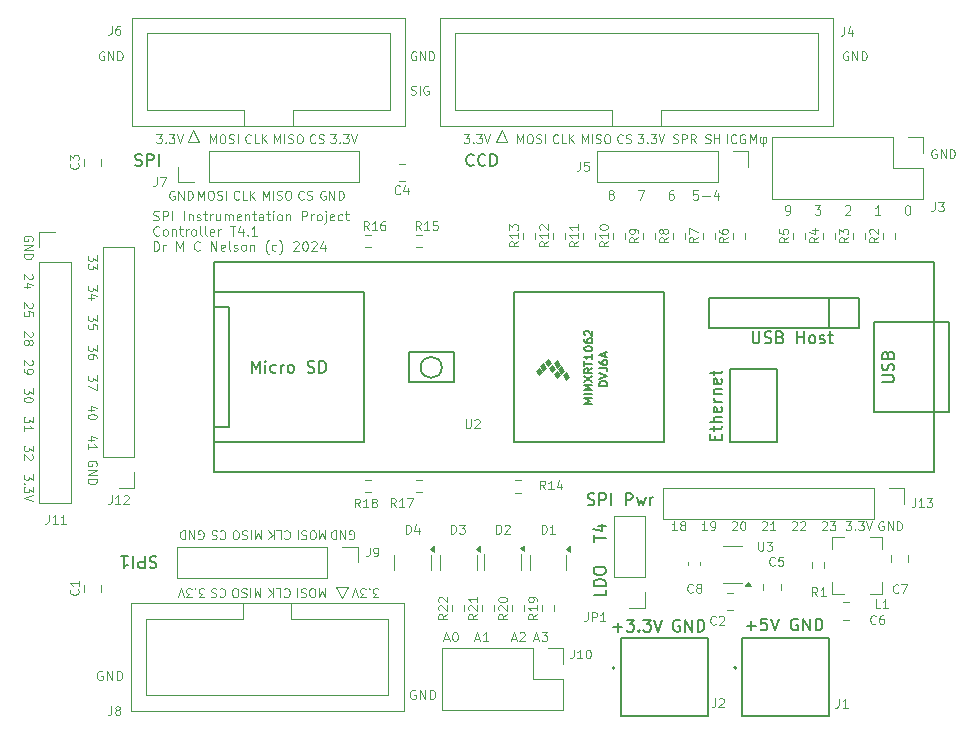
<source format=gbr>
%TF.GenerationSoftware,KiCad,Pcbnew,8.0.6-1.fc40*%
%TF.CreationDate,2024-12-19T20:54:17-05:00*%
%TF.ProjectId,Controller_T41,436f6e74-726f-46c6-9c65-725f5434312e,rev?*%
%TF.SameCoordinates,Original*%
%TF.FileFunction,Legend,Top*%
%TF.FilePolarity,Positive*%
%FSLAX46Y46*%
G04 Gerber Fmt 4.6, Leading zero omitted, Abs format (unit mm)*
G04 Created by KiCad (PCBNEW 8.0.6-1.fc40) date 2024-12-19 20:54:17*
%MOMM*%
%LPD*%
G01*
G04 APERTURE LIST*
%ADD10C,0.090000*%
%ADD11C,0.150000*%
%ADD12C,0.120000*%
%ADD13C,0.080000*%
%ADD14C,0.127000*%
%ADD15C,0.200000*%
%ADD16C,0.100000*%
G04 APERTURE END LIST*
D10*
X116178571Y-85089248D02*
X116107143Y-85053534D01*
X116107143Y-85053534D02*
X116000000Y-85053534D01*
X116000000Y-85053534D02*
X115892857Y-85089248D01*
X115892857Y-85089248D02*
X115821428Y-85160677D01*
X115821428Y-85160677D02*
X115785714Y-85232105D01*
X115785714Y-85232105D02*
X115750000Y-85374962D01*
X115750000Y-85374962D02*
X115750000Y-85482105D01*
X115750000Y-85482105D02*
X115785714Y-85624962D01*
X115785714Y-85624962D02*
X115821428Y-85696391D01*
X115821428Y-85696391D02*
X115892857Y-85767820D01*
X115892857Y-85767820D02*
X116000000Y-85803534D01*
X116000000Y-85803534D02*
X116071428Y-85803534D01*
X116071428Y-85803534D02*
X116178571Y-85767820D01*
X116178571Y-85767820D02*
X116214285Y-85732105D01*
X116214285Y-85732105D02*
X116214285Y-85482105D01*
X116214285Y-85482105D02*
X116071428Y-85482105D01*
X116535714Y-85803534D02*
X116535714Y-85053534D01*
X116535714Y-85053534D02*
X116964285Y-85803534D01*
X116964285Y-85803534D02*
X116964285Y-85053534D01*
X117321428Y-85803534D02*
X117321428Y-85053534D01*
X117321428Y-85053534D02*
X117499999Y-85053534D01*
X117499999Y-85053534D02*
X117607142Y-85089248D01*
X117607142Y-85089248D02*
X117678571Y-85160677D01*
X117678571Y-85160677D02*
X117714285Y-85232105D01*
X117714285Y-85232105D02*
X117749999Y-85374962D01*
X117749999Y-85374962D02*
X117749999Y-85482105D01*
X117749999Y-85482105D02*
X117714285Y-85624962D01*
X117714285Y-85624962D02*
X117678571Y-85696391D01*
X117678571Y-85696391D02*
X117607142Y-85767820D01*
X117607142Y-85767820D02*
X117499999Y-85803534D01*
X117499999Y-85803534D02*
X117321428Y-85803534D01*
X104125037Y-94544998D02*
X104160751Y-94580712D01*
X104160751Y-94580712D02*
X104196465Y-94652141D01*
X104196465Y-94652141D02*
X104196465Y-94830712D01*
X104196465Y-94830712D02*
X104160751Y-94902141D01*
X104160751Y-94902141D02*
X104125037Y-94937855D01*
X104125037Y-94937855D02*
X104053608Y-94973569D01*
X104053608Y-94973569D02*
X103982180Y-94973569D01*
X103982180Y-94973569D02*
X103875037Y-94937855D01*
X103875037Y-94937855D02*
X103446465Y-94509283D01*
X103446465Y-94509283D02*
X103446465Y-94973569D01*
X104196465Y-95652141D02*
X104196465Y-95294998D01*
X104196465Y-95294998D02*
X103839322Y-95259284D01*
X103839322Y-95259284D02*
X103875037Y-95294998D01*
X103875037Y-95294998D02*
X103910751Y-95366427D01*
X103910751Y-95366427D02*
X103910751Y-95544998D01*
X103910751Y-95544998D02*
X103875037Y-95616427D01*
X103875037Y-95616427D02*
X103839322Y-95652141D01*
X103839322Y-95652141D02*
X103767894Y-95687855D01*
X103767894Y-95687855D02*
X103589322Y-95687855D01*
X103589322Y-95687855D02*
X103517894Y-95652141D01*
X103517894Y-95652141D02*
X103482180Y-95616427D01*
X103482180Y-95616427D02*
X103446465Y-95544998D01*
X103446465Y-95544998D02*
X103446465Y-95366427D01*
X103446465Y-95366427D02*
X103482180Y-95294998D01*
X103482180Y-95294998D02*
X103517894Y-95259284D01*
D11*
X151179160Y-111622200D02*
X151322017Y-111669819D01*
X151322017Y-111669819D02*
X151560112Y-111669819D01*
X151560112Y-111669819D02*
X151655350Y-111622200D01*
X151655350Y-111622200D02*
X151702969Y-111574580D01*
X151702969Y-111574580D02*
X151750588Y-111479342D01*
X151750588Y-111479342D02*
X151750588Y-111384104D01*
X151750588Y-111384104D02*
X151702969Y-111288866D01*
X151702969Y-111288866D02*
X151655350Y-111241247D01*
X151655350Y-111241247D02*
X151560112Y-111193628D01*
X151560112Y-111193628D02*
X151369636Y-111146009D01*
X151369636Y-111146009D02*
X151274398Y-111098390D01*
X151274398Y-111098390D02*
X151226779Y-111050771D01*
X151226779Y-111050771D02*
X151179160Y-110955533D01*
X151179160Y-110955533D02*
X151179160Y-110860295D01*
X151179160Y-110860295D02*
X151226779Y-110765057D01*
X151226779Y-110765057D02*
X151274398Y-110717438D01*
X151274398Y-110717438D02*
X151369636Y-110669819D01*
X151369636Y-110669819D02*
X151607731Y-110669819D01*
X151607731Y-110669819D02*
X151750588Y-110717438D01*
X152179160Y-111669819D02*
X152179160Y-110669819D01*
X152179160Y-110669819D02*
X152560112Y-110669819D01*
X152560112Y-110669819D02*
X152655350Y-110717438D01*
X152655350Y-110717438D02*
X152702969Y-110765057D01*
X152702969Y-110765057D02*
X152750588Y-110860295D01*
X152750588Y-110860295D02*
X152750588Y-111003152D01*
X152750588Y-111003152D02*
X152702969Y-111098390D01*
X152702969Y-111098390D02*
X152655350Y-111146009D01*
X152655350Y-111146009D02*
X152560112Y-111193628D01*
X152560112Y-111193628D02*
X152179160Y-111193628D01*
X153179160Y-111669819D02*
X153179160Y-110669819D01*
X154417255Y-111669819D02*
X154417255Y-110669819D01*
X154417255Y-110669819D02*
X154798207Y-110669819D01*
X154798207Y-110669819D02*
X154893445Y-110717438D01*
X154893445Y-110717438D02*
X154941064Y-110765057D01*
X154941064Y-110765057D02*
X154988683Y-110860295D01*
X154988683Y-110860295D02*
X154988683Y-111003152D01*
X154988683Y-111003152D02*
X154941064Y-111098390D01*
X154941064Y-111098390D02*
X154893445Y-111146009D01*
X154893445Y-111146009D02*
X154798207Y-111193628D01*
X154798207Y-111193628D02*
X154417255Y-111193628D01*
X155322017Y-111003152D02*
X155512493Y-111669819D01*
X155512493Y-111669819D02*
X155702969Y-111193628D01*
X155702969Y-111193628D02*
X155893445Y-111669819D01*
X155893445Y-111669819D02*
X156083921Y-111003152D01*
X156464874Y-111669819D02*
X156464874Y-111003152D01*
X156464874Y-111193628D02*
X156512493Y-111098390D01*
X156512493Y-111098390D02*
X156560112Y-111050771D01*
X156560112Y-111050771D02*
X156655350Y-111003152D01*
X156655350Y-111003152D02*
X156750588Y-111003152D01*
D12*
X167967619Y-87095855D02*
X168120000Y-87095855D01*
X168120000Y-87095855D02*
X168196190Y-87057760D01*
X168196190Y-87057760D02*
X168234286Y-87019664D01*
X168234286Y-87019664D02*
X168310476Y-86905379D01*
X168310476Y-86905379D02*
X168348571Y-86752998D01*
X168348571Y-86752998D02*
X168348571Y-86448236D01*
X168348571Y-86448236D02*
X168310476Y-86372045D01*
X168310476Y-86372045D02*
X168272381Y-86333950D01*
X168272381Y-86333950D02*
X168196190Y-86295855D01*
X168196190Y-86295855D02*
X168043809Y-86295855D01*
X168043809Y-86295855D02*
X167967619Y-86333950D01*
X167967619Y-86333950D02*
X167929524Y-86372045D01*
X167929524Y-86372045D02*
X167891428Y-86448236D01*
X167891428Y-86448236D02*
X167891428Y-86638712D01*
X167891428Y-86638712D02*
X167929524Y-86714902D01*
X167929524Y-86714902D02*
X167967619Y-86752998D01*
X167967619Y-86752998D02*
X168043809Y-86791093D01*
X168043809Y-86791093D02*
X168196190Y-86791093D01*
X168196190Y-86791093D02*
X168272381Y-86752998D01*
X168272381Y-86752998D02*
X168310476Y-86714902D01*
X168310476Y-86714902D02*
X168348571Y-86638712D01*
D10*
X109626465Y-100672856D02*
X109626465Y-101137142D01*
X109626465Y-101137142D02*
X109340751Y-100887142D01*
X109340751Y-100887142D02*
X109340751Y-100994285D01*
X109340751Y-100994285D02*
X109305037Y-101065714D01*
X109305037Y-101065714D02*
X109269322Y-101101428D01*
X109269322Y-101101428D02*
X109197894Y-101137142D01*
X109197894Y-101137142D02*
X109019322Y-101137142D01*
X109019322Y-101137142D02*
X108947894Y-101101428D01*
X108947894Y-101101428D02*
X108912180Y-101065714D01*
X108912180Y-101065714D02*
X108876465Y-100994285D01*
X108876465Y-100994285D02*
X108876465Y-100779999D01*
X108876465Y-100779999D02*
X108912180Y-100708571D01*
X108912180Y-100708571D02*
X108947894Y-100672856D01*
X109626465Y-101387142D02*
X109626465Y-101887142D01*
X109626465Y-101887142D02*
X108876465Y-101565714D01*
X161287142Y-113793534D02*
X160858571Y-113793534D01*
X161072856Y-113793534D02*
X161072856Y-113043534D01*
X161072856Y-113043534D02*
X161001428Y-113150677D01*
X161001428Y-113150677D02*
X160929999Y-113222105D01*
X160929999Y-113222105D02*
X160858571Y-113257820D01*
X161644285Y-113793534D02*
X161787142Y-113793534D01*
X161787142Y-113793534D02*
X161858571Y-113757820D01*
X161858571Y-113757820D02*
X161894285Y-113722105D01*
X161894285Y-113722105D02*
X161965714Y-113614962D01*
X161965714Y-113614962D02*
X162001428Y-113472105D01*
X162001428Y-113472105D02*
X162001428Y-113186391D01*
X162001428Y-113186391D02*
X161965714Y-113114962D01*
X161965714Y-113114962D02*
X161930000Y-113079248D01*
X161930000Y-113079248D02*
X161858571Y-113043534D01*
X161858571Y-113043534D02*
X161715714Y-113043534D01*
X161715714Y-113043534D02*
X161644285Y-113079248D01*
X161644285Y-113079248D02*
X161608571Y-113114962D01*
X161608571Y-113114962D02*
X161572857Y-113186391D01*
X161572857Y-113186391D02*
X161572857Y-113364962D01*
X161572857Y-113364962D02*
X161608571Y-113436391D01*
X161608571Y-113436391D02*
X161644285Y-113472105D01*
X161644285Y-113472105D02*
X161715714Y-113507820D01*
X161715714Y-113507820D02*
X161858571Y-113507820D01*
X161858571Y-113507820D02*
X161930000Y-113472105D01*
X161930000Y-113472105D02*
X161965714Y-113436391D01*
X161965714Y-113436391D02*
X162001428Y-113364962D01*
X109590751Y-108328571D02*
X109626465Y-108257143D01*
X109626465Y-108257143D02*
X109626465Y-108150000D01*
X109626465Y-108150000D02*
X109590751Y-108042857D01*
X109590751Y-108042857D02*
X109519322Y-107971428D01*
X109519322Y-107971428D02*
X109447894Y-107935714D01*
X109447894Y-107935714D02*
X109305037Y-107900000D01*
X109305037Y-107900000D02*
X109197894Y-107900000D01*
X109197894Y-107900000D02*
X109055037Y-107935714D01*
X109055037Y-107935714D02*
X108983608Y-107971428D01*
X108983608Y-107971428D02*
X108912180Y-108042857D01*
X108912180Y-108042857D02*
X108876465Y-108150000D01*
X108876465Y-108150000D02*
X108876465Y-108221428D01*
X108876465Y-108221428D02*
X108912180Y-108328571D01*
X108912180Y-108328571D02*
X108947894Y-108364285D01*
X108947894Y-108364285D02*
X109197894Y-108364285D01*
X109197894Y-108364285D02*
X109197894Y-108221428D01*
X108876465Y-108685714D02*
X109626465Y-108685714D01*
X109626465Y-108685714D02*
X108876465Y-109114285D01*
X108876465Y-109114285D02*
X109626465Y-109114285D01*
X108876465Y-109471428D02*
X109626465Y-109471428D01*
X109626465Y-109471428D02*
X109626465Y-109649999D01*
X109626465Y-109649999D02*
X109590751Y-109757142D01*
X109590751Y-109757142D02*
X109519322Y-109828571D01*
X109519322Y-109828571D02*
X109447894Y-109864285D01*
X109447894Y-109864285D02*
X109305037Y-109899999D01*
X109305037Y-109899999D02*
X109197894Y-109899999D01*
X109197894Y-109899999D02*
X109055037Y-109864285D01*
X109055037Y-109864285D02*
X108983608Y-109828571D01*
X108983608Y-109828571D02*
X108912180Y-109757142D01*
X108912180Y-109757142D02*
X108876465Y-109649999D01*
X108876465Y-109649999D02*
X108876465Y-109471428D01*
X128978571Y-113796465D02*
X128978571Y-114546465D01*
X128978571Y-114546465D02*
X128728571Y-114010751D01*
X128728571Y-114010751D02*
X128478571Y-114546465D01*
X128478571Y-114546465D02*
X128478571Y-113796465D01*
X127978571Y-114546465D02*
X127835714Y-114546465D01*
X127835714Y-114546465D02*
X127764285Y-114510751D01*
X127764285Y-114510751D02*
X127692857Y-114439322D01*
X127692857Y-114439322D02*
X127657142Y-114296465D01*
X127657142Y-114296465D02*
X127657142Y-114046465D01*
X127657142Y-114046465D02*
X127692857Y-113903608D01*
X127692857Y-113903608D02*
X127764285Y-113832180D01*
X127764285Y-113832180D02*
X127835714Y-113796465D01*
X127835714Y-113796465D02*
X127978571Y-113796465D01*
X127978571Y-113796465D02*
X128050000Y-113832180D01*
X128050000Y-113832180D02*
X128121428Y-113903608D01*
X128121428Y-113903608D02*
X128157142Y-114046465D01*
X128157142Y-114046465D02*
X128157142Y-114296465D01*
X128157142Y-114296465D02*
X128121428Y-114439322D01*
X128121428Y-114439322D02*
X128050000Y-114510751D01*
X128050000Y-114510751D02*
X127978571Y-114546465D01*
X127371428Y-113832180D02*
X127264286Y-113796465D01*
X127264286Y-113796465D02*
X127085714Y-113796465D01*
X127085714Y-113796465D02*
X127014286Y-113832180D01*
X127014286Y-113832180D02*
X126978571Y-113867894D01*
X126978571Y-113867894D02*
X126942857Y-113939322D01*
X126942857Y-113939322D02*
X126942857Y-114010751D01*
X126942857Y-114010751D02*
X126978571Y-114082180D01*
X126978571Y-114082180D02*
X127014286Y-114117894D01*
X127014286Y-114117894D02*
X127085714Y-114153608D01*
X127085714Y-114153608D02*
X127228571Y-114189322D01*
X127228571Y-114189322D02*
X127300000Y-114225037D01*
X127300000Y-114225037D02*
X127335714Y-114260751D01*
X127335714Y-114260751D02*
X127371428Y-114332180D01*
X127371428Y-114332180D02*
X127371428Y-114403608D01*
X127371428Y-114403608D02*
X127335714Y-114475037D01*
X127335714Y-114475037D02*
X127300000Y-114510751D01*
X127300000Y-114510751D02*
X127228571Y-114546465D01*
X127228571Y-114546465D02*
X127050000Y-114546465D01*
X127050000Y-114546465D02*
X126942857Y-114510751D01*
X126621428Y-113796465D02*
X126621428Y-114546465D01*
X145221428Y-81015984D02*
X145221428Y-80265984D01*
X145221428Y-80265984D02*
X145471428Y-80801698D01*
X145471428Y-80801698D02*
X145721428Y-80265984D01*
X145721428Y-80265984D02*
X145721428Y-81015984D01*
X146221428Y-80265984D02*
X146364285Y-80265984D01*
X146364285Y-80265984D02*
X146435714Y-80301698D01*
X146435714Y-80301698D02*
X146507142Y-80373127D01*
X146507142Y-80373127D02*
X146542857Y-80515984D01*
X146542857Y-80515984D02*
X146542857Y-80765984D01*
X146542857Y-80765984D02*
X146507142Y-80908841D01*
X146507142Y-80908841D02*
X146435714Y-80980270D01*
X146435714Y-80980270D02*
X146364285Y-81015984D01*
X146364285Y-81015984D02*
X146221428Y-81015984D01*
X146221428Y-81015984D02*
X146150000Y-80980270D01*
X146150000Y-80980270D02*
X146078571Y-80908841D01*
X146078571Y-80908841D02*
X146042857Y-80765984D01*
X146042857Y-80765984D02*
X146042857Y-80515984D01*
X146042857Y-80515984D02*
X146078571Y-80373127D01*
X146078571Y-80373127D02*
X146150000Y-80301698D01*
X146150000Y-80301698D02*
X146221428Y-80265984D01*
X146828571Y-80980270D02*
X146935714Y-81015984D01*
X146935714Y-81015984D02*
X147114285Y-81015984D01*
X147114285Y-81015984D02*
X147185714Y-80980270D01*
X147185714Y-80980270D02*
X147221428Y-80944555D01*
X147221428Y-80944555D02*
X147257142Y-80873127D01*
X147257142Y-80873127D02*
X147257142Y-80801698D01*
X147257142Y-80801698D02*
X147221428Y-80730270D01*
X147221428Y-80730270D02*
X147185714Y-80694555D01*
X147185714Y-80694555D02*
X147114285Y-80658841D01*
X147114285Y-80658841D02*
X146971428Y-80623127D01*
X146971428Y-80623127D02*
X146899999Y-80587412D01*
X146899999Y-80587412D02*
X146864285Y-80551698D01*
X146864285Y-80551698D02*
X146828571Y-80480270D01*
X146828571Y-80480270D02*
X146828571Y-80408841D01*
X146828571Y-80408841D02*
X146864285Y-80337412D01*
X146864285Y-80337412D02*
X146899999Y-80301698D01*
X146899999Y-80301698D02*
X146971428Y-80265984D01*
X146971428Y-80265984D02*
X147149999Y-80265984D01*
X147149999Y-80265984D02*
X147257142Y-80301698D01*
X147578571Y-81015984D02*
X147578571Y-80265984D01*
D12*
X141628571Y-122967283D02*
X142009524Y-122967283D01*
X141552381Y-123195855D02*
X141819048Y-122395855D01*
X141819048Y-122395855D02*
X142085714Y-123195855D01*
X142771428Y-123195855D02*
X142314285Y-123195855D01*
X142542857Y-123195855D02*
X142542857Y-122395855D01*
X142542857Y-122395855D02*
X142466666Y-122510140D01*
X142466666Y-122510140D02*
X142390476Y-122586331D01*
X142390476Y-122586331D02*
X142314285Y-122624426D01*
D10*
X133466504Y-119446465D02*
X133002218Y-119446465D01*
X133002218Y-119446465D02*
X133252218Y-119160751D01*
X133252218Y-119160751D02*
X133145075Y-119160751D01*
X133145075Y-119160751D02*
X133073647Y-119125037D01*
X133073647Y-119125037D02*
X133037932Y-119089322D01*
X133037932Y-119089322D02*
X133002218Y-119017894D01*
X133002218Y-119017894D02*
X133002218Y-118839322D01*
X133002218Y-118839322D02*
X133037932Y-118767894D01*
X133037932Y-118767894D02*
X133073647Y-118732180D01*
X133073647Y-118732180D02*
X133145075Y-118696465D01*
X133145075Y-118696465D02*
X133359361Y-118696465D01*
X133359361Y-118696465D02*
X133430789Y-118732180D01*
X133430789Y-118732180D02*
X133466504Y-118767894D01*
X132680789Y-118767894D02*
X132645075Y-118732180D01*
X132645075Y-118732180D02*
X132680789Y-118696465D01*
X132680789Y-118696465D02*
X132716503Y-118732180D01*
X132716503Y-118732180D02*
X132680789Y-118767894D01*
X132680789Y-118767894D02*
X132680789Y-118696465D01*
X132395075Y-119446465D02*
X131930789Y-119446465D01*
X131930789Y-119446465D02*
X132180789Y-119160751D01*
X132180789Y-119160751D02*
X132073646Y-119160751D01*
X132073646Y-119160751D02*
X132002218Y-119125037D01*
X132002218Y-119125037D02*
X131966503Y-119089322D01*
X131966503Y-119089322D02*
X131930789Y-119017894D01*
X131930789Y-119017894D02*
X131930789Y-118839322D01*
X131930789Y-118839322D02*
X131966503Y-118767894D01*
X131966503Y-118767894D02*
X132002218Y-118732180D01*
X132002218Y-118732180D02*
X132073646Y-118696465D01*
X132073646Y-118696465D02*
X132287932Y-118696465D01*
X132287932Y-118696465D02*
X132359360Y-118732180D01*
X132359360Y-118732180D02*
X132395075Y-118767894D01*
X131716503Y-119446465D02*
X131466503Y-118696465D01*
X131466503Y-118696465D02*
X131216503Y-119446465D01*
D13*
X164957143Y-81004054D02*
X164957143Y-80254054D01*
X164957143Y-80254054D02*
X165207143Y-80789768D01*
X165207143Y-80789768D02*
X165457143Y-80254054D01*
X165457143Y-80254054D02*
X165457143Y-81004054D01*
X165850000Y-80504054D02*
X165814286Y-80539768D01*
X165814286Y-80539768D02*
X165778572Y-80611197D01*
X165778572Y-80611197D02*
X165778572Y-80825482D01*
X165778572Y-80825482D02*
X165814286Y-80896911D01*
X165814286Y-80896911D02*
X165885715Y-80968340D01*
X165885715Y-80968340D02*
X165957143Y-81004054D01*
X165957143Y-81004054D02*
X166100000Y-81004054D01*
X166100000Y-81004054D02*
X166171429Y-80968340D01*
X166171429Y-80968340D02*
X166242857Y-80896911D01*
X166242857Y-80896911D02*
X166278572Y-80825482D01*
X166278572Y-80825482D02*
X166278572Y-80611197D01*
X166278572Y-80611197D02*
X166242857Y-80539768D01*
X166242857Y-80539768D02*
X166171429Y-80504054D01*
X166171429Y-80504054D02*
X166135715Y-80504054D01*
X166135715Y-80504054D02*
X166064286Y-80539768D01*
X166064286Y-80539768D02*
X166028572Y-80611197D01*
X166028572Y-80611197D02*
X166028572Y-81254054D01*
D10*
X163398571Y-113114962D02*
X163434285Y-113079248D01*
X163434285Y-113079248D02*
X163505714Y-113043534D01*
X163505714Y-113043534D02*
X163684285Y-113043534D01*
X163684285Y-113043534D02*
X163755714Y-113079248D01*
X163755714Y-113079248D02*
X163791428Y-113114962D01*
X163791428Y-113114962D02*
X163827142Y-113186391D01*
X163827142Y-113186391D02*
X163827142Y-113257820D01*
X163827142Y-113257820D02*
X163791428Y-113364962D01*
X163791428Y-113364962D02*
X163362856Y-113793534D01*
X163362856Y-113793534D02*
X163827142Y-113793534D01*
X164291428Y-113043534D02*
X164362857Y-113043534D01*
X164362857Y-113043534D02*
X164434285Y-113079248D01*
X164434285Y-113079248D02*
X164470000Y-113114962D01*
X164470000Y-113114962D02*
X164505714Y-113186391D01*
X164505714Y-113186391D02*
X164541428Y-113329248D01*
X164541428Y-113329248D02*
X164541428Y-113507820D01*
X164541428Y-113507820D02*
X164505714Y-113650677D01*
X164505714Y-113650677D02*
X164470000Y-113722105D01*
X164470000Y-113722105D02*
X164434285Y-113757820D01*
X164434285Y-113757820D02*
X164362857Y-113793534D01*
X164362857Y-113793534D02*
X164291428Y-113793534D01*
X164291428Y-113793534D02*
X164220000Y-113757820D01*
X164220000Y-113757820D02*
X164184285Y-113722105D01*
X164184285Y-113722105D02*
X164148571Y-113650677D01*
X164148571Y-113650677D02*
X164112857Y-113507820D01*
X164112857Y-113507820D02*
X164112857Y-113329248D01*
X164112857Y-113329248D02*
X164148571Y-113186391D01*
X164148571Y-113186391D02*
X164184285Y-113114962D01*
X164184285Y-113114962D02*
X164220000Y-113079248D01*
X164220000Y-113079248D02*
X164291428Y-113043534D01*
D11*
X153336779Y-121988866D02*
X154098684Y-121988866D01*
X153717731Y-122369819D02*
X153717731Y-121607914D01*
X154479636Y-121369819D02*
X155098683Y-121369819D01*
X155098683Y-121369819D02*
X154765350Y-121750771D01*
X154765350Y-121750771D02*
X154908207Y-121750771D01*
X154908207Y-121750771D02*
X155003445Y-121798390D01*
X155003445Y-121798390D02*
X155051064Y-121846009D01*
X155051064Y-121846009D02*
X155098683Y-121941247D01*
X155098683Y-121941247D02*
X155098683Y-122179342D01*
X155098683Y-122179342D02*
X155051064Y-122274580D01*
X155051064Y-122274580D02*
X155003445Y-122322200D01*
X155003445Y-122322200D02*
X154908207Y-122369819D01*
X154908207Y-122369819D02*
X154622493Y-122369819D01*
X154622493Y-122369819D02*
X154527255Y-122322200D01*
X154527255Y-122322200D02*
X154479636Y-122274580D01*
X155527255Y-122274580D02*
X155574874Y-122322200D01*
X155574874Y-122322200D02*
X155527255Y-122369819D01*
X155527255Y-122369819D02*
X155479636Y-122322200D01*
X155479636Y-122322200D02*
X155527255Y-122274580D01*
X155527255Y-122274580D02*
X155527255Y-122369819D01*
X155908207Y-121369819D02*
X156527254Y-121369819D01*
X156527254Y-121369819D02*
X156193921Y-121750771D01*
X156193921Y-121750771D02*
X156336778Y-121750771D01*
X156336778Y-121750771D02*
X156432016Y-121798390D01*
X156432016Y-121798390D02*
X156479635Y-121846009D01*
X156479635Y-121846009D02*
X156527254Y-121941247D01*
X156527254Y-121941247D02*
X156527254Y-122179342D01*
X156527254Y-122179342D02*
X156479635Y-122274580D01*
X156479635Y-122274580D02*
X156432016Y-122322200D01*
X156432016Y-122322200D02*
X156336778Y-122369819D01*
X156336778Y-122369819D02*
X156051064Y-122369819D01*
X156051064Y-122369819D02*
X155955826Y-122322200D01*
X155955826Y-122322200D02*
X155908207Y-122274580D01*
X156812969Y-121369819D02*
X157146302Y-122369819D01*
X157146302Y-122369819D02*
X157479635Y-121369819D01*
D10*
X125515000Y-113867894D02*
X125550714Y-113832180D01*
X125550714Y-113832180D02*
X125657857Y-113796465D01*
X125657857Y-113796465D02*
X125729285Y-113796465D01*
X125729285Y-113796465D02*
X125836428Y-113832180D01*
X125836428Y-113832180D02*
X125907857Y-113903608D01*
X125907857Y-113903608D02*
X125943571Y-113975037D01*
X125943571Y-113975037D02*
X125979285Y-114117894D01*
X125979285Y-114117894D02*
X125979285Y-114225037D01*
X125979285Y-114225037D02*
X125943571Y-114367894D01*
X125943571Y-114367894D02*
X125907857Y-114439322D01*
X125907857Y-114439322D02*
X125836428Y-114510751D01*
X125836428Y-114510751D02*
X125729285Y-114546465D01*
X125729285Y-114546465D02*
X125657857Y-114546465D01*
X125657857Y-114546465D02*
X125550714Y-114510751D01*
X125550714Y-114510751D02*
X125515000Y-114475037D01*
X124836428Y-113796465D02*
X125193571Y-113796465D01*
X125193571Y-113796465D02*
X125193571Y-114546465D01*
X124586428Y-113796465D02*
X124586428Y-114546465D01*
X124157857Y-113796465D02*
X124479285Y-114225037D01*
X124157857Y-114546465D02*
X124586428Y-114117894D01*
D11*
X141528207Y-82844580D02*
X141480588Y-82892200D01*
X141480588Y-82892200D02*
X141337731Y-82939819D01*
X141337731Y-82939819D02*
X141242493Y-82939819D01*
X141242493Y-82939819D02*
X141099636Y-82892200D01*
X141099636Y-82892200D02*
X141004398Y-82796961D01*
X141004398Y-82796961D02*
X140956779Y-82701723D01*
X140956779Y-82701723D02*
X140909160Y-82511247D01*
X140909160Y-82511247D02*
X140909160Y-82368390D01*
X140909160Y-82368390D02*
X140956779Y-82177914D01*
X140956779Y-82177914D02*
X141004398Y-82082676D01*
X141004398Y-82082676D02*
X141099636Y-81987438D01*
X141099636Y-81987438D02*
X141242493Y-81939819D01*
X141242493Y-81939819D02*
X141337731Y-81939819D01*
X141337731Y-81939819D02*
X141480588Y-81987438D01*
X141480588Y-81987438D02*
X141528207Y-82035057D01*
X142528207Y-82844580D02*
X142480588Y-82892200D01*
X142480588Y-82892200D02*
X142337731Y-82939819D01*
X142337731Y-82939819D02*
X142242493Y-82939819D01*
X142242493Y-82939819D02*
X142099636Y-82892200D01*
X142099636Y-82892200D02*
X142004398Y-82796961D01*
X142004398Y-82796961D02*
X141956779Y-82701723D01*
X141956779Y-82701723D02*
X141909160Y-82511247D01*
X141909160Y-82511247D02*
X141909160Y-82368390D01*
X141909160Y-82368390D02*
X141956779Y-82177914D01*
X141956779Y-82177914D02*
X142004398Y-82082676D01*
X142004398Y-82082676D02*
X142099636Y-81987438D01*
X142099636Y-81987438D02*
X142242493Y-81939819D01*
X142242493Y-81939819D02*
X142337731Y-81939819D01*
X142337731Y-81939819D02*
X142480588Y-81987438D01*
X142480588Y-81987438D02*
X142528207Y-82035057D01*
X142956779Y-82939819D02*
X142956779Y-81939819D01*
X142956779Y-81939819D02*
X143194874Y-81939819D01*
X143194874Y-81939819D02*
X143337731Y-81987438D01*
X143337731Y-81987438D02*
X143432969Y-82082676D01*
X143432969Y-82082676D02*
X143480588Y-82177914D01*
X143480588Y-82177914D02*
X143528207Y-82368390D01*
X143528207Y-82368390D02*
X143528207Y-82511247D01*
X143528207Y-82511247D02*
X143480588Y-82701723D01*
X143480588Y-82701723D02*
X143432969Y-82796961D01*
X143432969Y-82796961D02*
X143337731Y-82892200D01*
X143337731Y-82892200D02*
X143194874Y-82939819D01*
X143194874Y-82939819D02*
X142956779Y-82939819D01*
X164636779Y-121888866D02*
X165398684Y-121888866D01*
X165017731Y-122269819D02*
X165017731Y-121507914D01*
X166351064Y-121269819D02*
X165874874Y-121269819D01*
X165874874Y-121269819D02*
X165827255Y-121746009D01*
X165827255Y-121746009D02*
X165874874Y-121698390D01*
X165874874Y-121698390D02*
X165970112Y-121650771D01*
X165970112Y-121650771D02*
X166208207Y-121650771D01*
X166208207Y-121650771D02*
X166303445Y-121698390D01*
X166303445Y-121698390D02*
X166351064Y-121746009D01*
X166351064Y-121746009D02*
X166398683Y-121841247D01*
X166398683Y-121841247D02*
X166398683Y-122079342D01*
X166398683Y-122079342D02*
X166351064Y-122174580D01*
X166351064Y-122174580D02*
X166303445Y-122222200D01*
X166303445Y-122222200D02*
X166208207Y-122269819D01*
X166208207Y-122269819D02*
X165970112Y-122269819D01*
X165970112Y-122269819D02*
X165874874Y-122222200D01*
X165874874Y-122222200D02*
X165827255Y-122174580D01*
X166684398Y-121269819D02*
X167017731Y-122269819D01*
X167017731Y-122269819D02*
X167351064Y-121269819D01*
D10*
X123515714Y-113796465D02*
X123515714Y-114546465D01*
X123515714Y-114546465D02*
X123265714Y-114010751D01*
X123265714Y-114010751D02*
X123015714Y-114546465D01*
X123015714Y-114546465D02*
X123015714Y-113796465D01*
X122658571Y-113796465D02*
X122658571Y-114546465D01*
X122337142Y-113832180D02*
X122230000Y-113796465D01*
X122230000Y-113796465D02*
X122051428Y-113796465D01*
X122051428Y-113796465D02*
X121980000Y-113832180D01*
X121980000Y-113832180D02*
X121944285Y-113867894D01*
X121944285Y-113867894D02*
X121908571Y-113939322D01*
X121908571Y-113939322D02*
X121908571Y-114010751D01*
X121908571Y-114010751D02*
X121944285Y-114082180D01*
X121944285Y-114082180D02*
X121980000Y-114117894D01*
X121980000Y-114117894D02*
X122051428Y-114153608D01*
X122051428Y-114153608D02*
X122194285Y-114189322D01*
X122194285Y-114189322D02*
X122265714Y-114225037D01*
X122265714Y-114225037D02*
X122301428Y-114260751D01*
X122301428Y-114260751D02*
X122337142Y-114332180D01*
X122337142Y-114332180D02*
X122337142Y-114403608D01*
X122337142Y-114403608D02*
X122301428Y-114475037D01*
X122301428Y-114475037D02*
X122265714Y-114510751D01*
X122265714Y-114510751D02*
X122194285Y-114546465D01*
X122194285Y-114546465D02*
X122015714Y-114546465D01*
X122015714Y-114546465D02*
X121908571Y-114510751D01*
X121444285Y-114546465D02*
X121301428Y-114546465D01*
X121301428Y-114546465D02*
X121229999Y-114510751D01*
X121229999Y-114510751D02*
X121158571Y-114439322D01*
X121158571Y-114439322D02*
X121122856Y-114296465D01*
X121122856Y-114296465D02*
X121122856Y-114046465D01*
X121122856Y-114046465D02*
X121158571Y-113903608D01*
X121158571Y-113903608D02*
X121229999Y-113832180D01*
X121229999Y-113832180D02*
X121301428Y-113796465D01*
X121301428Y-113796465D02*
X121444285Y-113796465D01*
X121444285Y-113796465D02*
X121515714Y-113832180D01*
X121515714Y-113832180D02*
X121587142Y-113903608D01*
X121587142Y-113903608D02*
X121622856Y-114046465D01*
X121622856Y-114046465D02*
X121622856Y-114296465D01*
X121622856Y-114296465D02*
X121587142Y-114439322D01*
X121587142Y-114439322D02*
X121515714Y-114510751D01*
X121515714Y-114510751D02*
X121444285Y-114546465D01*
X129402856Y-80265984D02*
X129867142Y-80265984D01*
X129867142Y-80265984D02*
X129617142Y-80551698D01*
X129617142Y-80551698D02*
X129724285Y-80551698D01*
X129724285Y-80551698D02*
X129795714Y-80587412D01*
X129795714Y-80587412D02*
X129831428Y-80623127D01*
X129831428Y-80623127D02*
X129867142Y-80694555D01*
X129867142Y-80694555D02*
X129867142Y-80873127D01*
X129867142Y-80873127D02*
X129831428Y-80944555D01*
X129831428Y-80944555D02*
X129795714Y-80980270D01*
X129795714Y-80980270D02*
X129724285Y-81015984D01*
X129724285Y-81015984D02*
X129509999Y-81015984D01*
X129509999Y-81015984D02*
X129438571Y-80980270D01*
X129438571Y-80980270D02*
X129402856Y-80944555D01*
X130188571Y-80944555D02*
X130224285Y-80980270D01*
X130224285Y-80980270D02*
X130188571Y-81015984D01*
X130188571Y-81015984D02*
X130152857Y-80980270D01*
X130152857Y-80980270D02*
X130188571Y-80944555D01*
X130188571Y-80944555D02*
X130188571Y-81015984D01*
X130474285Y-80265984D02*
X130938571Y-80265984D01*
X130938571Y-80265984D02*
X130688571Y-80551698D01*
X130688571Y-80551698D02*
X130795714Y-80551698D01*
X130795714Y-80551698D02*
X130867143Y-80587412D01*
X130867143Y-80587412D02*
X130902857Y-80623127D01*
X130902857Y-80623127D02*
X130938571Y-80694555D01*
X130938571Y-80694555D02*
X130938571Y-80873127D01*
X130938571Y-80873127D02*
X130902857Y-80944555D01*
X130902857Y-80944555D02*
X130867143Y-80980270D01*
X130867143Y-80980270D02*
X130795714Y-81015984D01*
X130795714Y-81015984D02*
X130581428Y-81015984D01*
X130581428Y-81015984D02*
X130510000Y-80980270D01*
X130510000Y-80980270D02*
X130474285Y-80944555D01*
X131152857Y-80265984D02*
X131402857Y-81015984D01*
X131402857Y-81015984D02*
X131652857Y-80265984D01*
X128958571Y-85089248D02*
X128887143Y-85053534D01*
X128887143Y-85053534D02*
X128780000Y-85053534D01*
X128780000Y-85053534D02*
X128672857Y-85089248D01*
X128672857Y-85089248D02*
X128601428Y-85160677D01*
X128601428Y-85160677D02*
X128565714Y-85232105D01*
X128565714Y-85232105D02*
X128530000Y-85374962D01*
X128530000Y-85374962D02*
X128530000Y-85482105D01*
X128530000Y-85482105D02*
X128565714Y-85624962D01*
X128565714Y-85624962D02*
X128601428Y-85696391D01*
X128601428Y-85696391D02*
X128672857Y-85767820D01*
X128672857Y-85767820D02*
X128780000Y-85803534D01*
X128780000Y-85803534D02*
X128851428Y-85803534D01*
X128851428Y-85803534D02*
X128958571Y-85767820D01*
X128958571Y-85767820D02*
X128994285Y-85732105D01*
X128994285Y-85732105D02*
X128994285Y-85482105D01*
X128994285Y-85482105D02*
X128851428Y-85482105D01*
X129315714Y-85803534D02*
X129315714Y-85053534D01*
X129315714Y-85053534D02*
X129744285Y-85803534D01*
X129744285Y-85803534D02*
X129744285Y-85053534D01*
X130101428Y-85803534D02*
X130101428Y-85053534D01*
X130101428Y-85053534D02*
X130279999Y-85053534D01*
X130279999Y-85053534D02*
X130387142Y-85089248D01*
X130387142Y-85089248D02*
X130458571Y-85160677D01*
X130458571Y-85160677D02*
X130494285Y-85232105D01*
X130494285Y-85232105D02*
X130529999Y-85374962D01*
X130529999Y-85374962D02*
X130529999Y-85482105D01*
X130529999Y-85482105D02*
X130494285Y-85624962D01*
X130494285Y-85624962D02*
X130458571Y-85696391D01*
X130458571Y-85696391D02*
X130387142Y-85767820D01*
X130387142Y-85767820D02*
X130279999Y-85803534D01*
X130279999Y-85803534D02*
X130101428Y-85803534D01*
D12*
X153103809Y-85338712D02*
X153027619Y-85300617D01*
X153027619Y-85300617D02*
X152989524Y-85262521D01*
X152989524Y-85262521D02*
X152951428Y-85186331D01*
X152951428Y-85186331D02*
X152951428Y-85148236D01*
X152951428Y-85148236D02*
X152989524Y-85072045D01*
X152989524Y-85072045D02*
X153027619Y-85033950D01*
X153027619Y-85033950D02*
X153103809Y-84995855D01*
X153103809Y-84995855D02*
X153256190Y-84995855D01*
X153256190Y-84995855D02*
X153332381Y-85033950D01*
X153332381Y-85033950D02*
X153370476Y-85072045D01*
X153370476Y-85072045D02*
X153408571Y-85148236D01*
X153408571Y-85148236D02*
X153408571Y-85186331D01*
X153408571Y-85186331D02*
X153370476Y-85262521D01*
X153370476Y-85262521D02*
X153332381Y-85300617D01*
X153332381Y-85300617D02*
X153256190Y-85338712D01*
X153256190Y-85338712D02*
X153103809Y-85338712D01*
X153103809Y-85338712D02*
X153027619Y-85376807D01*
X153027619Y-85376807D02*
X152989524Y-85414902D01*
X152989524Y-85414902D02*
X152951428Y-85491093D01*
X152951428Y-85491093D02*
X152951428Y-85643474D01*
X152951428Y-85643474D02*
X152989524Y-85719664D01*
X152989524Y-85719664D02*
X153027619Y-85757760D01*
X153027619Y-85757760D02*
X153103809Y-85795855D01*
X153103809Y-85795855D02*
X153256190Y-85795855D01*
X153256190Y-85795855D02*
X153332381Y-85757760D01*
X153332381Y-85757760D02*
X153370476Y-85719664D01*
X153370476Y-85719664D02*
X153408571Y-85643474D01*
X153408571Y-85643474D02*
X153408571Y-85491093D01*
X153408571Y-85491093D02*
X153370476Y-85414902D01*
X153370476Y-85414902D02*
X153332381Y-85376807D01*
X153332381Y-85376807D02*
X153256190Y-85338712D01*
D10*
X104196465Y-101781067D02*
X104196465Y-102245353D01*
X104196465Y-102245353D02*
X103910751Y-101995353D01*
X103910751Y-101995353D02*
X103910751Y-102102496D01*
X103910751Y-102102496D02*
X103875037Y-102173925D01*
X103875037Y-102173925D02*
X103839322Y-102209639D01*
X103839322Y-102209639D02*
X103767894Y-102245353D01*
X103767894Y-102245353D02*
X103589322Y-102245353D01*
X103589322Y-102245353D02*
X103517894Y-102209639D01*
X103517894Y-102209639D02*
X103482180Y-102173925D01*
X103482180Y-102173925D02*
X103446465Y-102102496D01*
X103446465Y-102102496D02*
X103446465Y-101888210D01*
X103446465Y-101888210D02*
X103482180Y-101816782D01*
X103482180Y-101816782D02*
X103517894Y-101781067D01*
X104196465Y-102709639D02*
X104196465Y-102781068D01*
X104196465Y-102781068D02*
X104160751Y-102852496D01*
X104160751Y-102852496D02*
X104125037Y-102888211D01*
X104125037Y-102888211D02*
X104053608Y-102923925D01*
X104053608Y-102923925D02*
X103910751Y-102959639D01*
X103910751Y-102959639D02*
X103732180Y-102959639D01*
X103732180Y-102959639D02*
X103589322Y-102923925D01*
X103589322Y-102923925D02*
X103517894Y-102888211D01*
X103517894Y-102888211D02*
X103482180Y-102852496D01*
X103482180Y-102852496D02*
X103446465Y-102781068D01*
X103446465Y-102781068D02*
X103446465Y-102709639D01*
X103446465Y-102709639D02*
X103482180Y-102638211D01*
X103482180Y-102638211D02*
X103517894Y-102602496D01*
X103517894Y-102602496D02*
X103589322Y-102566782D01*
X103589322Y-102566782D02*
X103732180Y-102531068D01*
X103732180Y-102531068D02*
X103910751Y-102531068D01*
X103910751Y-102531068D02*
X104053608Y-102566782D01*
X104053608Y-102566782D02*
X104125037Y-102602496D01*
X104125037Y-102602496D02*
X104160751Y-102638211D01*
X104160751Y-102638211D02*
X104196465Y-102709639D01*
D12*
X160514285Y-84995855D02*
X160133333Y-84995855D01*
X160133333Y-84995855D02*
X160095237Y-85376807D01*
X160095237Y-85376807D02*
X160133333Y-85338712D01*
X160133333Y-85338712D02*
X160209523Y-85300617D01*
X160209523Y-85300617D02*
X160399999Y-85300617D01*
X160399999Y-85300617D02*
X160476190Y-85338712D01*
X160476190Y-85338712D02*
X160514285Y-85376807D01*
X160514285Y-85376807D02*
X160552380Y-85452998D01*
X160552380Y-85452998D02*
X160552380Y-85643474D01*
X160552380Y-85643474D02*
X160514285Y-85719664D01*
X160514285Y-85719664D02*
X160476190Y-85757760D01*
X160476190Y-85757760D02*
X160399999Y-85795855D01*
X160399999Y-85795855D02*
X160209523Y-85795855D01*
X160209523Y-85795855D02*
X160133333Y-85757760D01*
X160133333Y-85757760D02*
X160095237Y-85719664D01*
X160895238Y-85491093D02*
X161504762Y-85491093D01*
X162228571Y-85262521D02*
X162228571Y-85795855D01*
X162038095Y-84957760D02*
X161847618Y-85529188D01*
X161847618Y-85529188D02*
X162342857Y-85529188D01*
D10*
X123478571Y-118696465D02*
X123478571Y-119446465D01*
X123478571Y-119446465D02*
X123228571Y-118910751D01*
X123228571Y-118910751D02*
X122978571Y-119446465D01*
X122978571Y-119446465D02*
X122978571Y-118696465D01*
X122621428Y-118696465D02*
X122621428Y-119446465D01*
X122299999Y-118732180D02*
X122192857Y-118696465D01*
X122192857Y-118696465D02*
X122014285Y-118696465D01*
X122014285Y-118696465D02*
X121942857Y-118732180D01*
X121942857Y-118732180D02*
X121907142Y-118767894D01*
X121907142Y-118767894D02*
X121871428Y-118839322D01*
X121871428Y-118839322D02*
X121871428Y-118910751D01*
X121871428Y-118910751D02*
X121907142Y-118982180D01*
X121907142Y-118982180D02*
X121942857Y-119017894D01*
X121942857Y-119017894D02*
X122014285Y-119053608D01*
X122014285Y-119053608D02*
X122157142Y-119089322D01*
X122157142Y-119089322D02*
X122228571Y-119125037D01*
X122228571Y-119125037D02*
X122264285Y-119160751D01*
X122264285Y-119160751D02*
X122299999Y-119232180D01*
X122299999Y-119232180D02*
X122299999Y-119303608D01*
X122299999Y-119303608D02*
X122264285Y-119375037D01*
X122264285Y-119375037D02*
X122228571Y-119410751D01*
X122228571Y-119410751D02*
X122157142Y-119446465D01*
X122157142Y-119446465D02*
X121978571Y-119446465D01*
X121978571Y-119446465D02*
X121871428Y-119410751D01*
X121407142Y-119446465D02*
X121264285Y-119446465D01*
X121264285Y-119446465D02*
X121192856Y-119410751D01*
X121192856Y-119410751D02*
X121121428Y-119339322D01*
X121121428Y-119339322D02*
X121085713Y-119196465D01*
X121085713Y-119196465D02*
X121085713Y-118946465D01*
X121085713Y-118946465D02*
X121121428Y-118803608D01*
X121121428Y-118803608D02*
X121192856Y-118732180D01*
X121192856Y-118732180D02*
X121264285Y-118696465D01*
X121264285Y-118696465D02*
X121407142Y-118696465D01*
X121407142Y-118696465D02*
X121478571Y-118732180D01*
X121478571Y-118732180D02*
X121549999Y-118803608D01*
X121549999Y-118803608D02*
X121585713Y-118946465D01*
X121585713Y-118946465D02*
X121585713Y-119196465D01*
X121585713Y-119196465D02*
X121549999Y-119339322D01*
X121549999Y-119339322D02*
X121478571Y-119410751D01*
X121478571Y-119410751D02*
X121407142Y-119446465D01*
X119191428Y-81015984D02*
X119191428Y-80265984D01*
X119191428Y-80265984D02*
X119441428Y-80801698D01*
X119441428Y-80801698D02*
X119691428Y-80265984D01*
X119691428Y-80265984D02*
X119691428Y-81015984D01*
X120191428Y-80265984D02*
X120334285Y-80265984D01*
X120334285Y-80265984D02*
X120405714Y-80301698D01*
X120405714Y-80301698D02*
X120477142Y-80373127D01*
X120477142Y-80373127D02*
X120512857Y-80515984D01*
X120512857Y-80515984D02*
X120512857Y-80765984D01*
X120512857Y-80765984D02*
X120477142Y-80908841D01*
X120477142Y-80908841D02*
X120405714Y-80980270D01*
X120405714Y-80980270D02*
X120334285Y-81015984D01*
X120334285Y-81015984D02*
X120191428Y-81015984D01*
X120191428Y-81015984D02*
X120120000Y-80980270D01*
X120120000Y-80980270D02*
X120048571Y-80908841D01*
X120048571Y-80908841D02*
X120012857Y-80765984D01*
X120012857Y-80765984D02*
X120012857Y-80515984D01*
X120012857Y-80515984D02*
X120048571Y-80373127D01*
X120048571Y-80373127D02*
X120120000Y-80301698D01*
X120120000Y-80301698D02*
X120191428Y-80265984D01*
X120798571Y-80980270D02*
X120905714Y-81015984D01*
X120905714Y-81015984D02*
X121084285Y-81015984D01*
X121084285Y-81015984D02*
X121155714Y-80980270D01*
X121155714Y-80980270D02*
X121191428Y-80944555D01*
X121191428Y-80944555D02*
X121227142Y-80873127D01*
X121227142Y-80873127D02*
X121227142Y-80801698D01*
X121227142Y-80801698D02*
X121191428Y-80730270D01*
X121191428Y-80730270D02*
X121155714Y-80694555D01*
X121155714Y-80694555D02*
X121084285Y-80658841D01*
X121084285Y-80658841D02*
X120941428Y-80623127D01*
X120941428Y-80623127D02*
X120869999Y-80587412D01*
X120869999Y-80587412D02*
X120834285Y-80551698D01*
X120834285Y-80551698D02*
X120798571Y-80480270D01*
X120798571Y-80480270D02*
X120798571Y-80408841D01*
X120798571Y-80408841D02*
X120834285Y-80337412D01*
X120834285Y-80337412D02*
X120869999Y-80301698D01*
X120869999Y-80301698D02*
X120941428Y-80265984D01*
X120941428Y-80265984D02*
X121119999Y-80265984D01*
X121119999Y-80265984D02*
X121227142Y-80301698D01*
X121548571Y-81015984D02*
X121548571Y-80265984D01*
D13*
X161158095Y-80968340D02*
X161265238Y-81004054D01*
X161265238Y-81004054D02*
X161443809Y-81004054D01*
X161443809Y-81004054D02*
X161515238Y-80968340D01*
X161515238Y-80968340D02*
X161550952Y-80932625D01*
X161550952Y-80932625D02*
X161586666Y-80861197D01*
X161586666Y-80861197D02*
X161586666Y-80789768D01*
X161586666Y-80789768D02*
X161550952Y-80718340D01*
X161550952Y-80718340D02*
X161515238Y-80682625D01*
X161515238Y-80682625D02*
X161443809Y-80646911D01*
X161443809Y-80646911D02*
X161300952Y-80611197D01*
X161300952Y-80611197D02*
X161229523Y-80575482D01*
X161229523Y-80575482D02*
X161193809Y-80539768D01*
X161193809Y-80539768D02*
X161158095Y-80468340D01*
X161158095Y-80468340D02*
X161158095Y-80396911D01*
X161158095Y-80396911D02*
X161193809Y-80325482D01*
X161193809Y-80325482D02*
X161229523Y-80289768D01*
X161229523Y-80289768D02*
X161300952Y-80254054D01*
X161300952Y-80254054D02*
X161479523Y-80254054D01*
X161479523Y-80254054D02*
X161586666Y-80289768D01*
X161908095Y-81004054D02*
X161908095Y-80254054D01*
X161908095Y-80611197D02*
X162336666Y-80611197D01*
X162336666Y-81004054D02*
X162336666Y-80254054D01*
D11*
X114670839Y-116027800D02*
X114527982Y-115980180D01*
X114527982Y-115980180D02*
X114289887Y-115980180D01*
X114289887Y-115980180D02*
X114194649Y-116027800D01*
X114194649Y-116027800D02*
X114147030Y-116075419D01*
X114147030Y-116075419D02*
X114099411Y-116170657D01*
X114099411Y-116170657D02*
X114099411Y-116265895D01*
X114099411Y-116265895D02*
X114147030Y-116361133D01*
X114147030Y-116361133D02*
X114194649Y-116408752D01*
X114194649Y-116408752D02*
X114289887Y-116456371D01*
X114289887Y-116456371D02*
X114480363Y-116503990D01*
X114480363Y-116503990D02*
X114575601Y-116551609D01*
X114575601Y-116551609D02*
X114623220Y-116599228D01*
X114623220Y-116599228D02*
X114670839Y-116694466D01*
X114670839Y-116694466D02*
X114670839Y-116789704D01*
X114670839Y-116789704D02*
X114623220Y-116884942D01*
X114623220Y-116884942D02*
X114575601Y-116932561D01*
X114575601Y-116932561D02*
X114480363Y-116980180D01*
X114480363Y-116980180D02*
X114242268Y-116980180D01*
X114242268Y-116980180D02*
X114099411Y-116932561D01*
X113670839Y-115980180D02*
X113670839Y-116980180D01*
X113670839Y-116980180D02*
X113289887Y-116980180D01*
X113289887Y-116980180D02*
X113194649Y-116932561D01*
X113194649Y-116932561D02*
X113147030Y-116884942D01*
X113147030Y-116884942D02*
X113099411Y-116789704D01*
X113099411Y-116789704D02*
X113099411Y-116646847D01*
X113099411Y-116646847D02*
X113147030Y-116551609D01*
X113147030Y-116551609D02*
X113194649Y-116503990D01*
X113194649Y-116503990D02*
X113289887Y-116456371D01*
X113289887Y-116456371D02*
X113670839Y-116456371D01*
X112670839Y-115980180D02*
X112670839Y-116980180D01*
X111670840Y-115980180D02*
X112242268Y-115980180D01*
X111956554Y-115980180D02*
X111956554Y-116980180D01*
X111956554Y-116980180D02*
X112051792Y-116837323D01*
X112051792Y-116837323D02*
X112147030Y-116742085D01*
X112147030Y-116742085D02*
X112242268Y-116694466D01*
D10*
X168478571Y-113114962D02*
X168514285Y-113079248D01*
X168514285Y-113079248D02*
X168585714Y-113043534D01*
X168585714Y-113043534D02*
X168764285Y-113043534D01*
X168764285Y-113043534D02*
X168835714Y-113079248D01*
X168835714Y-113079248D02*
X168871428Y-113114962D01*
X168871428Y-113114962D02*
X168907142Y-113186391D01*
X168907142Y-113186391D02*
X168907142Y-113257820D01*
X168907142Y-113257820D02*
X168871428Y-113364962D01*
X168871428Y-113364962D02*
X168442856Y-113793534D01*
X168442856Y-113793534D02*
X168907142Y-113793534D01*
X169192857Y-113114962D02*
X169228571Y-113079248D01*
X169228571Y-113079248D02*
X169300000Y-113043534D01*
X169300000Y-113043534D02*
X169478571Y-113043534D01*
X169478571Y-113043534D02*
X169550000Y-113079248D01*
X169550000Y-113079248D02*
X169585714Y-113114962D01*
X169585714Y-113114962D02*
X169621428Y-113186391D01*
X169621428Y-113186391D02*
X169621428Y-113257820D01*
X169621428Y-113257820D02*
X169585714Y-113364962D01*
X169585714Y-113364962D02*
X169157142Y-113793534D01*
X169157142Y-113793534D02*
X169621428Y-113793534D01*
X109376465Y-103605714D02*
X108876465Y-103605714D01*
X109662180Y-103427142D02*
X109126465Y-103248571D01*
X109126465Y-103248571D02*
X109126465Y-103712856D01*
X109626465Y-104141428D02*
X109626465Y-104212857D01*
X109626465Y-104212857D02*
X109590751Y-104284285D01*
X109590751Y-104284285D02*
X109555037Y-104320000D01*
X109555037Y-104320000D02*
X109483608Y-104355714D01*
X109483608Y-104355714D02*
X109340751Y-104391428D01*
X109340751Y-104391428D02*
X109162180Y-104391428D01*
X109162180Y-104391428D02*
X109019322Y-104355714D01*
X109019322Y-104355714D02*
X108947894Y-104320000D01*
X108947894Y-104320000D02*
X108912180Y-104284285D01*
X108912180Y-104284285D02*
X108876465Y-104212857D01*
X108876465Y-104212857D02*
X108876465Y-104141428D01*
X108876465Y-104141428D02*
X108912180Y-104070000D01*
X108912180Y-104070000D02*
X108947894Y-104034285D01*
X108947894Y-104034285D02*
X109019322Y-103998571D01*
X109019322Y-103998571D02*
X109162180Y-103962857D01*
X109162180Y-103962857D02*
X109340751Y-103962857D01*
X109340751Y-103962857D02*
X109483608Y-103998571D01*
X109483608Y-103998571D02*
X109555037Y-104034285D01*
X109555037Y-104034285D02*
X109590751Y-104070000D01*
X109590751Y-104070000D02*
X109626465Y-104141428D01*
D12*
X114421327Y-87521850D02*
X114535613Y-87559945D01*
X114535613Y-87559945D02*
X114726089Y-87559945D01*
X114726089Y-87559945D02*
X114802280Y-87521850D01*
X114802280Y-87521850D02*
X114840375Y-87483754D01*
X114840375Y-87483754D02*
X114878470Y-87407564D01*
X114878470Y-87407564D02*
X114878470Y-87331373D01*
X114878470Y-87331373D02*
X114840375Y-87255183D01*
X114840375Y-87255183D02*
X114802280Y-87217088D01*
X114802280Y-87217088D02*
X114726089Y-87178992D01*
X114726089Y-87178992D02*
X114573708Y-87140897D01*
X114573708Y-87140897D02*
X114497518Y-87102802D01*
X114497518Y-87102802D02*
X114459423Y-87064707D01*
X114459423Y-87064707D02*
X114421327Y-86988516D01*
X114421327Y-86988516D02*
X114421327Y-86912326D01*
X114421327Y-86912326D02*
X114459423Y-86836135D01*
X114459423Y-86836135D02*
X114497518Y-86798040D01*
X114497518Y-86798040D02*
X114573708Y-86759945D01*
X114573708Y-86759945D02*
X114764185Y-86759945D01*
X114764185Y-86759945D02*
X114878470Y-86798040D01*
X115221328Y-87559945D02*
X115221328Y-86759945D01*
X115221328Y-86759945D02*
X115526090Y-86759945D01*
X115526090Y-86759945D02*
X115602280Y-86798040D01*
X115602280Y-86798040D02*
X115640375Y-86836135D01*
X115640375Y-86836135D02*
X115678471Y-86912326D01*
X115678471Y-86912326D02*
X115678471Y-87026611D01*
X115678471Y-87026611D02*
X115640375Y-87102802D01*
X115640375Y-87102802D02*
X115602280Y-87140897D01*
X115602280Y-87140897D02*
X115526090Y-87178992D01*
X115526090Y-87178992D02*
X115221328Y-87178992D01*
X116021328Y-87559945D02*
X116021328Y-86759945D01*
X117011804Y-87559945D02*
X117011804Y-86759945D01*
X117392756Y-87026611D02*
X117392756Y-87559945D01*
X117392756Y-87102802D02*
X117430851Y-87064707D01*
X117430851Y-87064707D02*
X117507041Y-87026611D01*
X117507041Y-87026611D02*
X117621327Y-87026611D01*
X117621327Y-87026611D02*
X117697518Y-87064707D01*
X117697518Y-87064707D02*
X117735613Y-87140897D01*
X117735613Y-87140897D02*
X117735613Y-87559945D01*
X118078470Y-87521850D02*
X118154661Y-87559945D01*
X118154661Y-87559945D02*
X118307042Y-87559945D01*
X118307042Y-87559945D02*
X118383232Y-87521850D01*
X118383232Y-87521850D02*
X118421328Y-87445659D01*
X118421328Y-87445659D02*
X118421328Y-87407564D01*
X118421328Y-87407564D02*
X118383232Y-87331373D01*
X118383232Y-87331373D02*
X118307042Y-87293278D01*
X118307042Y-87293278D02*
X118192756Y-87293278D01*
X118192756Y-87293278D02*
X118116566Y-87255183D01*
X118116566Y-87255183D02*
X118078470Y-87178992D01*
X118078470Y-87178992D02*
X118078470Y-87140897D01*
X118078470Y-87140897D02*
X118116566Y-87064707D01*
X118116566Y-87064707D02*
X118192756Y-87026611D01*
X118192756Y-87026611D02*
X118307042Y-87026611D01*
X118307042Y-87026611D02*
X118383232Y-87064707D01*
X118649899Y-87026611D02*
X118954661Y-87026611D01*
X118764185Y-86759945D02*
X118764185Y-87445659D01*
X118764185Y-87445659D02*
X118802280Y-87521850D01*
X118802280Y-87521850D02*
X118878470Y-87559945D01*
X118878470Y-87559945D02*
X118954661Y-87559945D01*
X119221328Y-87559945D02*
X119221328Y-87026611D01*
X119221328Y-87178992D02*
X119259423Y-87102802D01*
X119259423Y-87102802D02*
X119297518Y-87064707D01*
X119297518Y-87064707D02*
X119373709Y-87026611D01*
X119373709Y-87026611D02*
X119449899Y-87026611D01*
X120059423Y-87026611D02*
X120059423Y-87559945D01*
X119716566Y-87026611D02*
X119716566Y-87445659D01*
X119716566Y-87445659D02*
X119754661Y-87521850D01*
X119754661Y-87521850D02*
X119830851Y-87559945D01*
X119830851Y-87559945D02*
X119945137Y-87559945D01*
X119945137Y-87559945D02*
X120021328Y-87521850D01*
X120021328Y-87521850D02*
X120059423Y-87483754D01*
X120440376Y-87559945D02*
X120440376Y-87026611D01*
X120440376Y-87102802D02*
X120478471Y-87064707D01*
X120478471Y-87064707D02*
X120554661Y-87026611D01*
X120554661Y-87026611D02*
X120668947Y-87026611D01*
X120668947Y-87026611D02*
X120745138Y-87064707D01*
X120745138Y-87064707D02*
X120783233Y-87140897D01*
X120783233Y-87140897D02*
X120783233Y-87559945D01*
X120783233Y-87140897D02*
X120821328Y-87064707D01*
X120821328Y-87064707D02*
X120897519Y-87026611D01*
X120897519Y-87026611D02*
X121011804Y-87026611D01*
X121011804Y-87026611D02*
X121087995Y-87064707D01*
X121087995Y-87064707D02*
X121126090Y-87140897D01*
X121126090Y-87140897D02*
X121126090Y-87559945D01*
X121811805Y-87521850D02*
X121735614Y-87559945D01*
X121735614Y-87559945D02*
X121583233Y-87559945D01*
X121583233Y-87559945D02*
X121507043Y-87521850D01*
X121507043Y-87521850D02*
X121468947Y-87445659D01*
X121468947Y-87445659D02*
X121468947Y-87140897D01*
X121468947Y-87140897D02*
X121507043Y-87064707D01*
X121507043Y-87064707D02*
X121583233Y-87026611D01*
X121583233Y-87026611D02*
X121735614Y-87026611D01*
X121735614Y-87026611D02*
X121811805Y-87064707D01*
X121811805Y-87064707D02*
X121849900Y-87140897D01*
X121849900Y-87140897D02*
X121849900Y-87217088D01*
X121849900Y-87217088D02*
X121468947Y-87293278D01*
X122192757Y-87026611D02*
X122192757Y-87559945D01*
X122192757Y-87102802D02*
X122230852Y-87064707D01*
X122230852Y-87064707D02*
X122307042Y-87026611D01*
X122307042Y-87026611D02*
X122421328Y-87026611D01*
X122421328Y-87026611D02*
X122497519Y-87064707D01*
X122497519Y-87064707D02*
X122535614Y-87140897D01*
X122535614Y-87140897D02*
X122535614Y-87559945D01*
X122802281Y-87026611D02*
X123107043Y-87026611D01*
X122916567Y-86759945D02*
X122916567Y-87445659D01*
X122916567Y-87445659D02*
X122954662Y-87521850D01*
X122954662Y-87521850D02*
X123030852Y-87559945D01*
X123030852Y-87559945D02*
X123107043Y-87559945D01*
X123716567Y-87559945D02*
X123716567Y-87140897D01*
X123716567Y-87140897D02*
X123678472Y-87064707D01*
X123678472Y-87064707D02*
X123602281Y-87026611D01*
X123602281Y-87026611D02*
X123449900Y-87026611D01*
X123449900Y-87026611D02*
X123373710Y-87064707D01*
X123716567Y-87521850D02*
X123640376Y-87559945D01*
X123640376Y-87559945D02*
X123449900Y-87559945D01*
X123449900Y-87559945D02*
X123373710Y-87521850D01*
X123373710Y-87521850D02*
X123335614Y-87445659D01*
X123335614Y-87445659D02*
X123335614Y-87369469D01*
X123335614Y-87369469D02*
X123373710Y-87293278D01*
X123373710Y-87293278D02*
X123449900Y-87255183D01*
X123449900Y-87255183D02*
X123640376Y-87255183D01*
X123640376Y-87255183D02*
X123716567Y-87217088D01*
X123983234Y-87026611D02*
X124287996Y-87026611D01*
X124097520Y-86759945D02*
X124097520Y-87445659D01*
X124097520Y-87445659D02*
X124135615Y-87521850D01*
X124135615Y-87521850D02*
X124211805Y-87559945D01*
X124211805Y-87559945D02*
X124287996Y-87559945D01*
X124554663Y-87559945D02*
X124554663Y-87026611D01*
X124554663Y-86759945D02*
X124516567Y-86798040D01*
X124516567Y-86798040D02*
X124554663Y-86836135D01*
X124554663Y-86836135D02*
X124592758Y-86798040D01*
X124592758Y-86798040D02*
X124554663Y-86759945D01*
X124554663Y-86759945D02*
X124554663Y-86836135D01*
X125049900Y-87559945D02*
X124973710Y-87521850D01*
X124973710Y-87521850D02*
X124935615Y-87483754D01*
X124935615Y-87483754D02*
X124897519Y-87407564D01*
X124897519Y-87407564D02*
X124897519Y-87178992D01*
X124897519Y-87178992D02*
X124935615Y-87102802D01*
X124935615Y-87102802D02*
X124973710Y-87064707D01*
X124973710Y-87064707D02*
X125049900Y-87026611D01*
X125049900Y-87026611D02*
X125164186Y-87026611D01*
X125164186Y-87026611D02*
X125240377Y-87064707D01*
X125240377Y-87064707D02*
X125278472Y-87102802D01*
X125278472Y-87102802D02*
X125316567Y-87178992D01*
X125316567Y-87178992D02*
X125316567Y-87407564D01*
X125316567Y-87407564D02*
X125278472Y-87483754D01*
X125278472Y-87483754D02*
X125240377Y-87521850D01*
X125240377Y-87521850D02*
X125164186Y-87559945D01*
X125164186Y-87559945D02*
X125049900Y-87559945D01*
X125659425Y-87026611D02*
X125659425Y-87559945D01*
X125659425Y-87102802D02*
X125697520Y-87064707D01*
X125697520Y-87064707D02*
X125773710Y-87026611D01*
X125773710Y-87026611D02*
X125887996Y-87026611D01*
X125887996Y-87026611D02*
X125964187Y-87064707D01*
X125964187Y-87064707D02*
X126002282Y-87140897D01*
X126002282Y-87140897D02*
X126002282Y-87559945D01*
X126992759Y-87559945D02*
X126992759Y-86759945D01*
X126992759Y-86759945D02*
X127297521Y-86759945D01*
X127297521Y-86759945D02*
X127373711Y-86798040D01*
X127373711Y-86798040D02*
X127411806Y-86836135D01*
X127411806Y-86836135D02*
X127449902Y-86912326D01*
X127449902Y-86912326D02*
X127449902Y-87026611D01*
X127449902Y-87026611D02*
X127411806Y-87102802D01*
X127411806Y-87102802D02*
X127373711Y-87140897D01*
X127373711Y-87140897D02*
X127297521Y-87178992D01*
X127297521Y-87178992D02*
X126992759Y-87178992D01*
X127792759Y-87559945D02*
X127792759Y-87026611D01*
X127792759Y-87178992D02*
X127830854Y-87102802D01*
X127830854Y-87102802D02*
X127868949Y-87064707D01*
X127868949Y-87064707D02*
X127945140Y-87026611D01*
X127945140Y-87026611D02*
X128021330Y-87026611D01*
X128402282Y-87559945D02*
X128326092Y-87521850D01*
X128326092Y-87521850D02*
X128287997Y-87483754D01*
X128287997Y-87483754D02*
X128249901Y-87407564D01*
X128249901Y-87407564D02*
X128249901Y-87178992D01*
X128249901Y-87178992D02*
X128287997Y-87102802D01*
X128287997Y-87102802D02*
X128326092Y-87064707D01*
X128326092Y-87064707D02*
X128402282Y-87026611D01*
X128402282Y-87026611D02*
X128516568Y-87026611D01*
X128516568Y-87026611D02*
X128592759Y-87064707D01*
X128592759Y-87064707D02*
X128630854Y-87102802D01*
X128630854Y-87102802D02*
X128668949Y-87178992D01*
X128668949Y-87178992D02*
X128668949Y-87407564D01*
X128668949Y-87407564D02*
X128630854Y-87483754D01*
X128630854Y-87483754D02*
X128592759Y-87521850D01*
X128592759Y-87521850D02*
X128516568Y-87559945D01*
X128516568Y-87559945D02*
X128402282Y-87559945D01*
X129011807Y-87026611D02*
X129011807Y-87712326D01*
X129011807Y-87712326D02*
X128973711Y-87788516D01*
X128973711Y-87788516D02*
X128897521Y-87826611D01*
X128897521Y-87826611D02*
X128859426Y-87826611D01*
X129011807Y-86759945D02*
X128973711Y-86798040D01*
X128973711Y-86798040D02*
X129011807Y-86836135D01*
X129011807Y-86836135D02*
X129049902Y-86798040D01*
X129049902Y-86798040D02*
X129011807Y-86759945D01*
X129011807Y-86759945D02*
X129011807Y-86836135D01*
X129697521Y-87521850D02*
X129621330Y-87559945D01*
X129621330Y-87559945D02*
X129468949Y-87559945D01*
X129468949Y-87559945D02*
X129392759Y-87521850D01*
X129392759Y-87521850D02*
X129354663Y-87445659D01*
X129354663Y-87445659D02*
X129354663Y-87140897D01*
X129354663Y-87140897D02*
X129392759Y-87064707D01*
X129392759Y-87064707D02*
X129468949Y-87026611D01*
X129468949Y-87026611D02*
X129621330Y-87026611D01*
X129621330Y-87026611D02*
X129697521Y-87064707D01*
X129697521Y-87064707D02*
X129735616Y-87140897D01*
X129735616Y-87140897D02*
X129735616Y-87217088D01*
X129735616Y-87217088D02*
X129354663Y-87293278D01*
X130421330Y-87521850D02*
X130345139Y-87559945D01*
X130345139Y-87559945D02*
X130192758Y-87559945D01*
X130192758Y-87559945D02*
X130116568Y-87521850D01*
X130116568Y-87521850D02*
X130078473Y-87483754D01*
X130078473Y-87483754D02*
X130040377Y-87407564D01*
X130040377Y-87407564D02*
X130040377Y-87178992D01*
X130040377Y-87178992D02*
X130078473Y-87102802D01*
X130078473Y-87102802D02*
X130116568Y-87064707D01*
X130116568Y-87064707D02*
X130192758Y-87026611D01*
X130192758Y-87026611D02*
X130345139Y-87026611D01*
X130345139Y-87026611D02*
X130421330Y-87064707D01*
X130649901Y-87026611D02*
X130954663Y-87026611D01*
X130764187Y-86759945D02*
X130764187Y-87445659D01*
X130764187Y-87445659D02*
X130802282Y-87521850D01*
X130802282Y-87521850D02*
X130878472Y-87559945D01*
X130878472Y-87559945D02*
X130954663Y-87559945D01*
X114916566Y-88771709D02*
X114878470Y-88809805D01*
X114878470Y-88809805D02*
X114764185Y-88847900D01*
X114764185Y-88847900D02*
X114687994Y-88847900D01*
X114687994Y-88847900D02*
X114573708Y-88809805D01*
X114573708Y-88809805D02*
X114497518Y-88733614D01*
X114497518Y-88733614D02*
X114459423Y-88657424D01*
X114459423Y-88657424D02*
X114421327Y-88505043D01*
X114421327Y-88505043D02*
X114421327Y-88390757D01*
X114421327Y-88390757D02*
X114459423Y-88238376D01*
X114459423Y-88238376D02*
X114497518Y-88162185D01*
X114497518Y-88162185D02*
X114573708Y-88085995D01*
X114573708Y-88085995D02*
X114687994Y-88047900D01*
X114687994Y-88047900D02*
X114764185Y-88047900D01*
X114764185Y-88047900D02*
X114878470Y-88085995D01*
X114878470Y-88085995D02*
X114916566Y-88124090D01*
X115373708Y-88847900D02*
X115297518Y-88809805D01*
X115297518Y-88809805D02*
X115259423Y-88771709D01*
X115259423Y-88771709D02*
X115221327Y-88695519D01*
X115221327Y-88695519D02*
X115221327Y-88466947D01*
X115221327Y-88466947D02*
X115259423Y-88390757D01*
X115259423Y-88390757D02*
X115297518Y-88352662D01*
X115297518Y-88352662D02*
X115373708Y-88314566D01*
X115373708Y-88314566D02*
X115487994Y-88314566D01*
X115487994Y-88314566D02*
X115564185Y-88352662D01*
X115564185Y-88352662D02*
X115602280Y-88390757D01*
X115602280Y-88390757D02*
X115640375Y-88466947D01*
X115640375Y-88466947D02*
X115640375Y-88695519D01*
X115640375Y-88695519D02*
X115602280Y-88771709D01*
X115602280Y-88771709D02*
X115564185Y-88809805D01*
X115564185Y-88809805D02*
X115487994Y-88847900D01*
X115487994Y-88847900D02*
X115373708Y-88847900D01*
X115983233Y-88314566D02*
X115983233Y-88847900D01*
X115983233Y-88390757D02*
X116021328Y-88352662D01*
X116021328Y-88352662D02*
X116097518Y-88314566D01*
X116097518Y-88314566D02*
X116211804Y-88314566D01*
X116211804Y-88314566D02*
X116287995Y-88352662D01*
X116287995Y-88352662D02*
X116326090Y-88428852D01*
X116326090Y-88428852D02*
X116326090Y-88847900D01*
X116592757Y-88314566D02*
X116897519Y-88314566D01*
X116707043Y-88047900D02*
X116707043Y-88733614D01*
X116707043Y-88733614D02*
X116745138Y-88809805D01*
X116745138Y-88809805D02*
X116821328Y-88847900D01*
X116821328Y-88847900D02*
X116897519Y-88847900D01*
X117164186Y-88847900D02*
X117164186Y-88314566D01*
X117164186Y-88466947D02*
X117202281Y-88390757D01*
X117202281Y-88390757D02*
X117240376Y-88352662D01*
X117240376Y-88352662D02*
X117316567Y-88314566D01*
X117316567Y-88314566D02*
X117392757Y-88314566D01*
X117773709Y-88847900D02*
X117697519Y-88809805D01*
X117697519Y-88809805D02*
X117659424Y-88771709D01*
X117659424Y-88771709D02*
X117621328Y-88695519D01*
X117621328Y-88695519D02*
X117621328Y-88466947D01*
X117621328Y-88466947D02*
X117659424Y-88390757D01*
X117659424Y-88390757D02*
X117697519Y-88352662D01*
X117697519Y-88352662D02*
X117773709Y-88314566D01*
X117773709Y-88314566D02*
X117887995Y-88314566D01*
X117887995Y-88314566D02*
X117964186Y-88352662D01*
X117964186Y-88352662D02*
X118002281Y-88390757D01*
X118002281Y-88390757D02*
X118040376Y-88466947D01*
X118040376Y-88466947D02*
X118040376Y-88695519D01*
X118040376Y-88695519D02*
X118002281Y-88771709D01*
X118002281Y-88771709D02*
X117964186Y-88809805D01*
X117964186Y-88809805D02*
X117887995Y-88847900D01*
X117887995Y-88847900D02*
X117773709Y-88847900D01*
X118497519Y-88847900D02*
X118421329Y-88809805D01*
X118421329Y-88809805D02*
X118383234Y-88733614D01*
X118383234Y-88733614D02*
X118383234Y-88047900D01*
X118916567Y-88847900D02*
X118840377Y-88809805D01*
X118840377Y-88809805D02*
X118802282Y-88733614D01*
X118802282Y-88733614D02*
X118802282Y-88047900D01*
X119526092Y-88809805D02*
X119449901Y-88847900D01*
X119449901Y-88847900D02*
X119297520Y-88847900D01*
X119297520Y-88847900D02*
X119221330Y-88809805D01*
X119221330Y-88809805D02*
X119183234Y-88733614D01*
X119183234Y-88733614D02*
X119183234Y-88428852D01*
X119183234Y-88428852D02*
X119221330Y-88352662D01*
X119221330Y-88352662D02*
X119297520Y-88314566D01*
X119297520Y-88314566D02*
X119449901Y-88314566D01*
X119449901Y-88314566D02*
X119526092Y-88352662D01*
X119526092Y-88352662D02*
X119564187Y-88428852D01*
X119564187Y-88428852D02*
X119564187Y-88505043D01*
X119564187Y-88505043D02*
X119183234Y-88581233D01*
X119907044Y-88847900D02*
X119907044Y-88314566D01*
X119907044Y-88466947D02*
X119945139Y-88390757D01*
X119945139Y-88390757D02*
X119983234Y-88352662D01*
X119983234Y-88352662D02*
X120059425Y-88314566D01*
X120059425Y-88314566D02*
X120135615Y-88314566D01*
X120897520Y-88047900D02*
X121354663Y-88047900D01*
X121126091Y-88847900D02*
X121126091Y-88047900D01*
X121964187Y-88314566D02*
X121964187Y-88847900D01*
X121773711Y-88009805D02*
X121583234Y-88581233D01*
X121583234Y-88581233D02*
X122078473Y-88581233D01*
X122383235Y-88771709D02*
X122421330Y-88809805D01*
X122421330Y-88809805D02*
X122383235Y-88847900D01*
X122383235Y-88847900D02*
X122345139Y-88809805D01*
X122345139Y-88809805D02*
X122383235Y-88771709D01*
X122383235Y-88771709D02*
X122383235Y-88847900D01*
X123183234Y-88847900D02*
X122726091Y-88847900D01*
X122954663Y-88847900D02*
X122954663Y-88047900D01*
X122954663Y-88047900D02*
X122878472Y-88162185D01*
X122878472Y-88162185D02*
X122802282Y-88238376D01*
X122802282Y-88238376D02*
X122726091Y-88276471D01*
X114459423Y-90135855D02*
X114459423Y-89335855D01*
X114459423Y-89335855D02*
X114649899Y-89335855D01*
X114649899Y-89335855D02*
X114764185Y-89373950D01*
X114764185Y-89373950D02*
X114840375Y-89450140D01*
X114840375Y-89450140D02*
X114878470Y-89526331D01*
X114878470Y-89526331D02*
X114916566Y-89678712D01*
X114916566Y-89678712D02*
X114916566Y-89792998D01*
X114916566Y-89792998D02*
X114878470Y-89945379D01*
X114878470Y-89945379D02*
X114840375Y-90021569D01*
X114840375Y-90021569D02*
X114764185Y-90097760D01*
X114764185Y-90097760D02*
X114649899Y-90135855D01*
X114649899Y-90135855D02*
X114459423Y-90135855D01*
X115259423Y-90135855D02*
X115259423Y-89602521D01*
X115259423Y-89754902D02*
X115297518Y-89678712D01*
X115297518Y-89678712D02*
X115335613Y-89640617D01*
X115335613Y-89640617D02*
X115411804Y-89602521D01*
X115411804Y-89602521D02*
X115487994Y-89602521D01*
X116364185Y-90135855D02*
X116364185Y-89335855D01*
X116364185Y-89335855D02*
X116630851Y-89907283D01*
X116630851Y-89907283D02*
X116897518Y-89335855D01*
X116897518Y-89335855D02*
X116897518Y-90135855D01*
X118345138Y-90059664D02*
X118307042Y-90097760D01*
X118307042Y-90097760D02*
X118192757Y-90135855D01*
X118192757Y-90135855D02*
X118116566Y-90135855D01*
X118116566Y-90135855D02*
X118002280Y-90097760D01*
X118002280Y-90097760D02*
X117926090Y-90021569D01*
X117926090Y-90021569D02*
X117887995Y-89945379D01*
X117887995Y-89945379D02*
X117849899Y-89792998D01*
X117849899Y-89792998D02*
X117849899Y-89678712D01*
X117849899Y-89678712D02*
X117887995Y-89526331D01*
X117887995Y-89526331D02*
X117926090Y-89450140D01*
X117926090Y-89450140D02*
X118002280Y-89373950D01*
X118002280Y-89373950D02*
X118116566Y-89335855D01*
X118116566Y-89335855D02*
X118192757Y-89335855D01*
X118192757Y-89335855D02*
X118307042Y-89373950D01*
X118307042Y-89373950D02*
X118345138Y-89412045D01*
X119297519Y-90135855D02*
X119297519Y-89335855D01*
X119297519Y-89335855D02*
X119754662Y-90135855D01*
X119754662Y-90135855D02*
X119754662Y-89335855D01*
X120440376Y-90097760D02*
X120364185Y-90135855D01*
X120364185Y-90135855D02*
X120211804Y-90135855D01*
X120211804Y-90135855D02*
X120135614Y-90097760D01*
X120135614Y-90097760D02*
X120097518Y-90021569D01*
X120097518Y-90021569D02*
X120097518Y-89716807D01*
X120097518Y-89716807D02*
X120135614Y-89640617D01*
X120135614Y-89640617D02*
X120211804Y-89602521D01*
X120211804Y-89602521D02*
X120364185Y-89602521D01*
X120364185Y-89602521D02*
X120440376Y-89640617D01*
X120440376Y-89640617D02*
X120478471Y-89716807D01*
X120478471Y-89716807D02*
X120478471Y-89792998D01*
X120478471Y-89792998D02*
X120097518Y-89869188D01*
X120935613Y-90135855D02*
X120859423Y-90097760D01*
X120859423Y-90097760D02*
X120821328Y-90021569D01*
X120821328Y-90021569D02*
X120821328Y-89335855D01*
X121202280Y-90097760D02*
X121278471Y-90135855D01*
X121278471Y-90135855D02*
X121430852Y-90135855D01*
X121430852Y-90135855D02*
X121507042Y-90097760D01*
X121507042Y-90097760D02*
X121545138Y-90021569D01*
X121545138Y-90021569D02*
X121545138Y-89983474D01*
X121545138Y-89983474D02*
X121507042Y-89907283D01*
X121507042Y-89907283D02*
X121430852Y-89869188D01*
X121430852Y-89869188D02*
X121316566Y-89869188D01*
X121316566Y-89869188D02*
X121240376Y-89831093D01*
X121240376Y-89831093D02*
X121202280Y-89754902D01*
X121202280Y-89754902D02*
X121202280Y-89716807D01*
X121202280Y-89716807D02*
X121240376Y-89640617D01*
X121240376Y-89640617D02*
X121316566Y-89602521D01*
X121316566Y-89602521D02*
X121430852Y-89602521D01*
X121430852Y-89602521D02*
X121507042Y-89640617D01*
X122002280Y-90135855D02*
X121926090Y-90097760D01*
X121926090Y-90097760D02*
X121887995Y-90059664D01*
X121887995Y-90059664D02*
X121849899Y-89983474D01*
X121849899Y-89983474D02*
X121849899Y-89754902D01*
X121849899Y-89754902D02*
X121887995Y-89678712D01*
X121887995Y-89678712D02*
X121926090Y-89640617D01*
X121926090Y-89640617D02*
X122002280Y-89602521D01*
X122002280Y-89602521D02*
X122116566Y-89602521D01*
X122116566Y-89602521D02*
X122192757Y-89640617D01*
X122192757Y-89640617D02*
X122230852Y-89678712D01*
X122230852Y-89678712D02*
X122268947Y-89754902D01*
X122268947Y-89754902D02*
X122268947Y-89983474D01*
X122268947Y-89983474D02*
X122230852Y-90059664D01*
X122230852Y-90059664D02*
X122192757Y-90097760D01*
X122192757Y-90097760D02*
X122116566Y-90135855D01*
X122116566Y-90135855D02*
X122002280Y-90135855D01*
X122611805Y-89602521D02*
X122611805Y-90135855D01*
X122611805Y-89678712D02*
X122649900Y-89640617D01*
X122649900Y-89640617D02*
X122726090Y-89602521D01*
X122726090Y-89602521D02*
X122840376Y-89602521D01*
X122840376Y-89602521D02*
X122916567Y-89640617D01*
X122916567Y-89640617D02*
X122954662Y-89716807D01*
X122954662Y-89716807D02*
X122954662Y-90135855D01*
X124173710Y-90440617D02*
X124135615Y-90402521D01*
X124135615Y-90402521D02*
X124059424Y-90288236D01*
X124059424Y-90288236D02*
X124021329Y-90212045D01*
X124021329Y-90212045D02*
X123983234Y-90097760D01*
X123983234Y-90097760D02*
X123945139Y-89907283D01*
X123945139Y-89907283D02*
X123945139Y-89754902D01*
X123945139Y-89754902D02*
X123983234Y-89564426D01*
X123983234Y-89564426D02*
X124021329Y-89450140D01*
X124021329Y-89450140D02*
X124059424Y-89373950D01*
X124059424Y-89373950D02*
X124135615Y-89259664D01*
X124135615Y-89259664D02*
X124173710Y-89221569D01*
X124821329Y-90097760D02*
X124745138Y-90135855D01*
X124745138Y-90135855D02*
X124592757Y-90135855D01*
X124592757Y-90135855D02*
X124516567Y-90097760D01*
X124516567Y-90097760D02*
X124478472Y-90059664D01*
X124478472Y-90059664D02*
X124440376Y-89983474D01*
X124440376Y-89983474D02*
X124440376Y-89754902D01*
X124440376Y-89754902D02*
X124478472Y-89678712D01*
X124478472Y-89678712D02*
X124516567Y-89640617D01*
X124516567Y-89640617D02*
X124592757Y-89602521D01*
X124592757Y-89602521D02*
X124745138Y-89602521D01*
X124745138Y-89602521D02*
X124821329Y-89640617D01*
X125087995Y-90440617D02*
X125126090Y-90402521D01*
X125126090Y-90402521D02*
X125202281Y-90288236D01*
X125202281Y-90288236D02*
X125240376Y-90212045D01*
X125240376Y-90212045D02*
X125278471Y-90097760D01*
X125278471Y-90097760D02*
X125316567Y-89907283D01*
X125316567Y-89907283D02*
X125316567Y-89754902D01*
X125316567Y-89754902D02*
X125278471Y-89564426D01*
X125278471Y-89564426D02*
X125240376Y-89450140D01*
X125240376Y-89450140D02*
X125202281Y-89373950D01*
X125202281Y-89373950D02*
X125126090Y-89259664D01*
X125126090Y-89259664D02*
X125087995Y-89221569D01*
X126268947Y-89412045D02*
X126307043Y-89373950D01*
X126307043Y-89373950D02*
X126383233Y-89335855D01*
X126383233Y-89335855D02*
X126573709Y-89335855D01*
X126573709Y-89335855D02*
X126649900Y-89373950D01*
X126649900Y-89373950D02*
X126687995Y-89412045D01*
X126687995Y-89412045D02*
X126726090Y-89488236D01*
X126726090Y-89488236D02*
X126726090Y-89564426D01*
X126726090Y-89564426D02*
X126687995Y-89678712D01*
X126687995Y-89678712D02*
X126230852Y-90135855D01*
X126230852Y-90135855D02*
X126726090Y-90135855D01*
X127221329Y-89335855D02*
X127297519Y-89335855D01*
X127297519Y-89335855D02*
X127373710Y-89373950D01*
X127373710Y-89373950D02*
X127411805Y-89412045D01*
X127411805Y-89412045D02*
X127449900Y-89488236D01*
X127449900Y-89488236D02*
X127487995Y-89640617D01*
X127487995Y-89640617D02*
X127487995Y-89831093D01*
X127487995Y-89831093D02*
X127449900Y-89983474D01*
X127449900Y-89983474D02*
X127411805Y-90059664D01*
X127411805Y-90059664D02*
X127373710Y-90097760D01*
X127373710Y-90097760D02*
X127297519Y-90135855D01*
X127297519Y-90135855D02*
X127221329Y-90135855D01*
X127221329Y-90135855D02*
X127145138Y-90097760D01*
X127145138Y-90097760D02*
X127107043Y-90059664D01*
X127107043Y-90059664D02*
X127068948Y-89983474D01*
X127068948Y-89983474D02*
X127030852Y-89831093D01*
X127030852Y-89831093D02*
X127030852Y-89640617D01*
X127030852Y-89640617D02*
X127068948Y-89488236D01*
X127068948Y-89488236D02*
X127107043Y-89412045D01*
X127107043Y-89412045D02*
X127145138Y-89373950D01*
X127145138Y-89373950D02*
X127221329Y-89335855D01*
X127792757Y-89412045D02*
X127830853Y-89373950D01*
X127830853Y-89373950D02*
X127907043Y-89335855D01*
X127907043Y-89335855D02*
X128097519Y-89335855D01*
X128097519Y-89335855D02*
X128173710Y-89373950D01*
X128173710Y-89373950D02*
X128211805Y-89412045D01*
X128211805Y-89412045D02*
X128249900Y-89488236D01*
X128249900Y-89488236D02*
X128249900Y-89564426D01*
X128249900Y-89564426D02*
X128211805Y-89678712D01*
X128211805Y-89678712D02*
X127754662Y-90135855D01*
X127754662Y-90135855D02*
X128249900Y-90135855D01*
X128935615Y-89602521D02*
X128935615Y-90135855D01*
X128745139Y-89297760D02*
X128554662Y-89869188D01*
X128554662Y-89869188D02*
X129049901Y-89869188D01*
D10*
X154147856Y-80944555D02*
X154112142Y-80980270D01*
X154112142Y-80980270D02*
X154004999Y-81015984D01*
X154004999Y-81015984D02*
X153933571Y-81015984D01*
X153933571Y-81015984D02*
X153826428Y-80980270D01*
X153826428Y-80980270D02*
X153754999Y-80908841D01*
X153754999Y-80908841D02*
X153719285Y-80837412D01*
X153719285Y-80837412D02*
X153683571Y-80694555D01*
X153683571Y-80694555D02*
X153683571Y-80587412D01*
X153683571Y-80587412D02*
X153719285Y-80444555D01*
X153719285Y-80444555D02*
X153754999Y-80373127D01*
X153754999Y-80373127D02*
X153826428Y-80301698D01*
X153826428Y-80301698D02*
X153933571Y-80265984D01*
X153933571Y-80265984D02*
X154004999Y-80265984D01*
X154004999Y-80265984D02*
X154112142Y-80301698D01*
X154112142Y-80301698D02*
X154147856Y-80337412D01*
X154433571Y-80980270D02*
X154540714Y-81015984D01*
X154540714Y-81015984D02*
X154719285Y-81015984D01*
X154719285Y-81015984D02*
X154790714Y-80980270D01*
X154790714Y-80980270D02*
X154826428Y-80944555D01*
X154826428Y-80944555D02*
X154862142Y-80873127D01*
X154862142Y-80873127D02*
X154862142Y-80801698D01*
X154862142Y-80801698D02*
X154826428Y-80730270D01*
X154826428Y-80730270D02*
X154790714Y-80694555D01*
X154790714Y-80694555D02*
X154719285Y-80658841D01*
X154719285Y-80658841D02*
X154576428Y-80623127D01*
X154576428Y-80623127D02*
X154504999Y-80587412D01*
X154504999Y-80587412D02*
X154469285Y-80551698D01*
X154469285Y-80551698D02*
X154433571Y-80480270D01*
X154433571Y-80480270D02*
X154433571Y-80408841D01*
X154433571Y-80408841D02*
X154469285Y-80337412D01*
X154469285Y-80337412D02*
X154504999Y-80301698D01*
X154504999Y-80301698D02*
X154576428Y-80265984D01*
X154576428Y-80265984D02*
X154754999Y-80265984D01*
X154754999Y-80265984D02*
X154862142Y-80301698D01*
X114666352Y-80265984D02*
X115130638Y-80265984D01*
X115130638Y-80265984D02*
X114880638Y-80551698D01*
X114880638Y-80551698D02*
X114987781Y-80551698D01*
X114987781Y-80551698D02*
X115059210Y-80587412D01*
X115059210Y-80587412D02*
X115094924Y-80623127D01*
X115094924Y-80623127D02*
X115130638Y-80694555D01*
X115130638Y-80694555D02*
X115130638Y-80873127D01*
X115130638Y-80873127D02*
X115094924Y-80944555D01*
X115094924Y-80944555D02*
X115059210Y-80980270D01*
X115059210Y-80980270D02*
X114987781Y-81015984D01*
X114987781Y-81015984D02*
X114773495Y-81015984D01*
X114773495Y-81015984D02*
X114702067Y-80980270D01*
X114702067Y-80980270D02*
X114666352Y-80944555D01*
X115452067Y-80944555D02*
X115487781Y-80980270D01*
X115487781Y-80980270D02*
X115452067Y-81015984D01*
X115452067Y-81015984D02*
X115416353Y-80980270D01*
X115416353Y-80980270D02*
X115452067Y-80944555D01*
X115452067Y-80944555D02*
X115452067Y-81015984D01*
X115737781Y-80265984D02*
X116202067Y-80265984D01*
X116202067Y-80265984D02*
X115952067Y-80551698D01*
X115952067Y-80551698D02*
X116059210Y-80551698D01*
X116059210Y-80551698D02*
X116130639Y-80587412D01*
X116130639Y-80587412D02*
X116166353Y-80623127D01*
X116166353Y-80623127D02*
X116202067Y-80694555D01*
X116202067Y-80694555D02*
X116202067Y-80873127D01*
X116202067Y-80873127D02*
X116166353Y-80944555D01*
X116166353Y-80944555D02*
X116130639Y-80980270D01*
X116130639Y-80980270D02*
X116059210Y-81015984D01*
X116059210Y-81015984D02*
X115844924Y-81015984D01*
X115844924Y-81015984D02*
X115773496Y-80980270D01*
X115773496Y-80980270D02*
X115737781Y-80944555D01*
X116416353Y-80265984D02*
X116666353Y-81015984D01*
X116666353Y-81015984D02*
X116916353Y-80265984D01*
X109626465Y-93052856D02*
X109626465Y-93517142D01*
X109626465Y-93517142D02*
X109340751Y-93267142D01*
X109340751Y-93267142D02*
X109340751Y-93374285D01*
X109340751Y-93374285D02*
X109305037Y-93445714D01*
X109305037Y-93445714D02*
X109269322Y-93481428D01*
X109269322Y-93481428D02*
X109197894Y-93517142D01*
X109197894Y-93517142D02*
X109019322Y-93517142D01*
X109019322Y-93517142D02*
X108947894Y-93481428D01*
X108947894Y-93481428D02*
X108912180Y-93445714D01*
X108912180Y-93445714D02*
X108876465Y-93374285D01*
X108876465Y-93374285D02*
X108876465Y-93159999D01*
X108876465Y-93159999D02*
X108912180Y-93088571D01*
X108912180Y-93088571D02*
X108947894Y-93052856D01*
X109376465Y-94160000D02*
X108876465Y-94160000D01*
X109662180Y-93981428D02*
X109126465Y-93802857D01*
X109126465Y-93802857D02*
X109126465Y-94267142D01*
X180700638Y-81559248D02*
X180629210Y-81523534D01*
X180629210Y-81523534D02*
X180522067Y-81523534D01*
X180522067Y-81523534D02*
X180414924Y-81559248D01*
X180414924Y-81559248D02*
X180343495Y-81630677D01*
X180343495Y-81630677D02*
X180307781Y-81702105D01*
X180307781Y-81702105D02*
X180272067Y-81844962D01*
X180272067Y-81844962D02*
X180272067Y-81952105D01*
X180272067Y-81952105D02*
X180307781Y-82094962D01*
X180307781Y-82094962D02*
X180343495Y-82166391D01*
X180343495Y-82166391D02*
X180414924Y-82237820D01*
X180414924Y-82237820D02*
X180522067Y-82273534D01*
X180522067Y-82273534D02*
X180593495Y-82273534D01*
X180593495Y-82273534D02*
X180700638Y-82237820D01*
X180700638Y-82237820D02*
X180736352Y-82202105D01*
X180736352Y-82202105D02*
X180736352Y-81952105D01*
X180736352Y-81952105D02*
X180593495Y-81952105D01*
X181057781Y-82273534D02*
X181057781Y-81523534D01*
X181057781Y-81523534D02*
X181486352Y-82273534D01*
X181486352Y-82273534D02*
X181486352Y-81523534D01*
X181843495Y-82273534D02*
X181843495Y-81523534D01*
X181843495Y-81523534D02*
X182022066Y-81523534D01*
X182022066Y-81523534D02*
X182129209Y-81559248D01*
X182129209Y-81559248D02*
X182200638Y-81630677D01*
X182200638Y-81630677D02*
X182236352Y-81702105D01*
X182236352Y-81702105D02*
X182272066Y-81844962D01*
X182272066Y-81844962D02*
X182272066Y-81952105D01*
X182272066Y-81952105D02*
X182236352Y-82094962D01*
X182236352Y-82094962D02*
X182200638Y-82166391D01*
X182200638Y-82166391D02*
X182129209Y-82237820D01*
X182129209Y-82237820D02*
X182022066Y-82273534D01*
X182022066Y-82273534D02*
X181843495Y-82273534D01*
D12*
X139028571Y-122967283D02*
X139409524Y-122967283D01*
X138952381Y-123195855D02*
X139219048Y-122395855D01*
X139219048Y-122395855D02*
X139485714Y-123195855D01*
X139904762Y-122395855D02*
X139980952Y-122395855D01*
X139980952Y-122395855D02*
X140057143Y-122433950D01*
X140057143Y-122433950D02*
X140095238Y-122472045D01*
X140095238Y-122472045D02*
X140133333Y-122548236D01*
X140133333Y-122548236D02*
X140171428Y-122700617D01*
X140171428Y-122700617D02*
X140171428Y-122891093D01*
X140171428Y-122891093D02*
X140133333Y-123043474D01*
X140133333Y-123043474D02*
X140095238Y-123119664D01*
X140095238Y-123119664D02*
X140057143Y-123157760D01*
X140057143Y-123157760D02*
X139980952Y-123195855D01*
X139980952Y-123195855D02*
X139904762Y-123195855D01*
X139904762Y-123195855D02*
X139828571Y-123157760D01*
X139828571Y-123157760D02*
X139790476Y-123119664D01*
X139790476Y-123119664D02*
X139752381Y-123043474D01*
X139752381Y-123043474D02*
X139714285Y-122891093D01*
X139714285Y-122891093D02*
X139714285Y-122700617D01*
X139714285Y-122700617D02*
X139752381Y-122548236D01*
X139752381Y-122548236D02*
X139790476Y-122472045D01*
X139790476Y-122472045D02*
X139828571Y-122433950D01*
X139828571Y-122433950D02*
X139904762Y-122395855D01*
D10*
X120015000Y-118767894D02*
X120050714Y-118732180D01*
X120050714Y-118732180D02*
X120157857Y-118696465D01*
X120157857Y-118696465D02*
X120229285Y-118696465D01*
X120229285Y-118696465D02*
X120336428Y-118732180D01*
X120336428Y-118732180D02*
X120407857Y-118803608D01*
X120407857Y-118803608D02*
X120443571Y-118875037D01*
X120443571Y-118875037D02*
X120479285Y-119017894D01*
X120479285Y-119017894D02*
X120479285Y-119125037D01*
X120479285Y-119125037D02*
X120443571Y-119267894D01*
X120443571Y-119267894D02*
X120407857Y-119339322D01*
X120407857Y-119339322D02*
X120336428Y-119410751D01*
X120336428Y-119410751D02*
X120229285Y-119446465D01*
X120229285Y-119446465D02*
X120157857Y-119446465D01*
X120157857Y-119446465D02*
X120050714Y-119410751D01*
X120050714Y-119410751D02*
X120015000Y-119375037D01*
X119729285Y-118732180D02*
X119622143Y-118696465D01*
X119622143Y-118696465D02*
X119443571Y-118696465D01*
X119443571Y-118696465D02*
X119372143Y-118732180D01*
X119372143Y-118732180D02*
X119336428Y-118767894D01*
X119336428Y-118767894D02*
X119300714Y-118839322D01*
X119300714Y-118839322D02*
X119300714Y-118910751D01*
X119300714Y-118910751D02*
X119336428Y-118982180D01*
X119336428Y-118982180D02*
X119372143Y-119017894D01*
X119372143Y-119017894D02*
X119443571Y-119053608D01*
X119443571Y-119053608D02*
X119586428Y-119089322D01*
X119586428Y-119089322D02*
X119657857Y-119125037D01*
X119657857Y-119125037D02*
X119693571Y-119160751D01*
X119693571Y-119160751D02*
X119729285Y-119232180D01*
X119729285Y-119232180D02*
X119729285Y-119303608D01*
X119729285Y-119303608D02*
X119693571Y-119375037D01*
X119693571Y-119375037D02*
X119657857Y-119410751D01*
X119657857Y-119410751D02*
X119586428Y-119446465D01*
X119586428Y-119446465D02*
X119407857Y-119446465D01*
X119407857Y-119446465D02*
X119300714Y-119410751D01*
D11*
X168960588Y-121317438D02*
X168865350Y-121269819D01*
X168865350Y-121269819D02*
X168722493Y-121269819D01*
X168722493Y-121269819D02*
X168579636Y-121317438D01*
X168579636Y-121317438D02*
X168484398Y-121412676D01*
X168484398Y-121412676D02*
X168436779Y-121507914D01*
X168436779Y-121507914D02*
X168389160Y-121698390D01*
X168389160Y-121698390D02*
X168389160Y-121841247D01*
X168389160Y-121841247D02*
X168436779Y-122031723D01*
X168436779Y-122031723D02*
X168484398Y-122126961D01*
X168484398Y-122126961D02*
X168579636Y-122222200D01*
X168579636Y-122222200D02*
X168722493Y-122269819D01*
X168722493Y-122269819D02*
X168817731Y-122269819D01*
X168817731Y-122269819D02*
X168960588Y-122222200D01*
X168960588Y-122222200D02*
X169008207Y-122174580D01*
X169008207Y-122174580D02*
X169008207Y-121841247D01*
X169008207Y-121841247D02*
X168817731Y-121841247D01*
X169436779Y-122269819D02*
X169436779Y-121269819D01*
X169436779Y-121269819D02*
X170008207Y-122269819D01*
X170008207Y-122269819D02*
X170008207Y-121269819D01*
X170484398Y-122269819D02*
X170484398Y-121269819D01*
X170484398Y-121269819D02*
X170722493Y-121269819D01*
X170722493Y-121269819D02*
X170865350Y-121317438D01*
X170865350Y-121317438D02*
X170960588Y-121412676D01*
X170960588Y-121412676D02*
X171008207Y-121507914D01*
X171008207Y-121507914D02*
X171055826Y-121698390D01*
X171055826Y-121698390D02*
X171055826Y-121841247D01*
X171055826Y-121841247D02*
X171008207Y-122031723D01*
X171008207Y-122031723D02*
X170960588Y-122126961D01*
X170960588Y-122126961D02*
X170865350Y-122222200D01*
X170865350Y-122222200D02*
X170722493Y-122269819D01*
X170722493Y-122269819D02*
X170484398Y-122269819D01*
D10*
X148684999Y-80944555D02*
X148649285Y-80980270D01*
X148649285Y-80980270D02*
X148542142Y-81015984D01*
X148542142Y-81015984D02*
X148470714Y-81015984D01*
X148470714Y-81015984D02*
X148363571Y-80980270D01*
X148363571Y-80980270D02*
X148292142Y-80908841D01*
X148292142Y-80908841D02*
X148256428Y-80837412D01*
X148256428Y-80837412D02*
X148220714Y-80694555D01*
X148220714Y-80694555D02*
X148220714Y-80587412D01*
X148220714Y-80587412D02*
X148256428Y-80444555D01*
X148256428Y-80444555D02*
X148292142Y-80373127D01*
X148292142Y-80373127D02*
X148363571Y-80301698D01*
X148363571Y-80301698D02*
X148470714Y-80265984D01*
X148470714Y-80265984D02*
X148542142Y-80265984D01*
X148542142Y-80265984D02*
X148649285Y-80301698D01*
X148649285Y-80301698D02*
X148684999Y-80337412D01*
X149363571Y-81015984D02*
X149006428Y-81015984D01*
X149006428Y-81015984D02*
X149006428Y-80265984D01*
X149613571Y-81015984D02*
X149613571Y-80265984D01*
X150042142Y-81015984D02*
X149720714Y-80587412D01*
X150042142Y-80265984D02*
X149613571Y-80694555D01*
D11*
X151699819Y-114746077D02*
X151699819Y-114174649D01*
X152699819Y-114460363D02*
X151699819Y-114460363D01*
X152033152Y-113412744D02*
X152699819Y-113412744D01*
X151652200Y-113650839D02*
X152366485Y-113888934D01*
X152366485Y-113888934D02*
X152366485Y-113269887D01*
D10*
X125477857Y-118767894D02*
X125513571Y-118732180D01*
X125513571Y-118732180D02*
X125620714Y-118696465D01*
X125620714Y-118696465D02*
X125692142Y-118696465D01*
X125692142Y-118696465D02*
X125799285Y-118732180D01*
X125799285Y-118732180D02*
X125870714Y-118803608D01*
X125870714Y-118803608D02*
X125906428Y-118875037D01*
X125906428Y-118875037D02*
X125942142Y-119017894D01*
X125942142Y-119017894D02*
X125942142Y-119125037D01*
X125942142Y-119125037D02*
X125906428Y-119267894D01*
X125906428Y-119267894D02*
X125870714Y-119339322D01*
X125870714Y-119339322D02*
X125799285Y-119410751D01*
X125799285Y-119410751D02*
X125692142Y-119446465D01*
X125692142Y-119446465D02*
X125620714Y-119446465D01*
X125620714Y-119446465D02*
X125513571Y-119410751D01*
X125513571Y-119410751D02*
X125477857Y-119375037D01*
X124799285Y-118696465D02*
X125156428Y-118696465D01*
X125156428Y-118696465D02*
X125156428Y-119446465D01*
X124549285Y-118696465D02*
X124549285Y-119446465D01*
X124120714Y-118696465D02*
X124442142Y-119125037D01*
X124120714Y-119446465D02*
X124549285Y-119017894D01*
D12*
X175968571Y-87095855D02*
X175511428Y-87095855D01*
X175740000Y-87095855D02*
X175740000Y-86295855D01*
X175740000Y-86295855D02*
X175663809Y-86410140D01*
X175663809Y-86410140D02*
X175587619Y-86486331D01*
X175587619Y-86486331D02*
X175511428Y-86524426D01*
X155453333Y-84995855D02*
X155986667Y-84995855D01*
X155986667Y-84995855D02*
X155643809Y-85795855D01*
D10*
X131011428Y-114510751D02*
X131082857Y-114546465D01*
X131082857Y-114546465D02*
X131189999Y-114546465D01*
X131189999Y-114546465D02*
X131297142Y-114510751D01*
X131297142Y-114510751D02*
X131368571Y-114439322D01*
X131368571Y-114439322D02*
X131404285Y-114367894D01*
X131404285Y-114367894D02*
X131439999Y-114225037D01*
X131439999Y-114225037D02*
X131439999Y-114117894D01*
X131439999Y-114117894D02*
X131404285Y-113975037D01*
X131404285Y-113975037D02*
X131368571Y-113903608D01*
X131368571Y-113903608D02*
X131297142Y-113832180D01*
X131297142Y-113832180D02*
X131189999Y-113796465D01*
X131189999Y-113796465D02*
X131118571Y-113796465D01*
X131118571Y-113796465D02*
X131011428Y-113832180D01*
X131011428Y-113832180D02*
X130975714Y-113867894D01*
X130975714Y-113867894D02*
X130975714Y-114117894D01*
X130975714Y-114117894D02*
X131118571Y-114117894D01*
X130654285Y-113796465D02*
X130654285Y-114546465D01*
X130654285Y-114546465D02*
X130225714Y-113796465D01*
X130225714Y-113796465D02*
X130225714Y-114546465D01*
X129868571Y-113796465D02*
X129868571Y-114546465D01*
X129868571Y-114546465D02*
X129690000Y-114546465D01*
X129690000Y-114546465D02*
X129582857Y-114510751D01*
X129582857Y-114510751D02*
X129511428Y-114439322D01*
X129511428Y-114439322D02*
X129475714Y-114367894D01*
X129475714Y-114367894D02*
X129440000Y-114225037D01*
X129440000Y-114225037D02*
X129440000Y-114117894D01*
X129440000Y-114117894D02*
X129475714Y-113975037D01*
X129475714Y-113975037D02*
X129511428Y-113903608D01*
X129511428Y-113903608D02*
X129582857Y-113832180D01*
X129582857Y-113832180D02*
X129690000Y-113796465D01*
X129690000Y-113796465D02*
X129868571Y-113796465D01*
D11*
X112859160Y-82892200D02*
X113002017Y-82939819D01*
X113002017Y-82939819D02*
X113240112Y-82939819D01*
X113240112Y-82939819D02*
X113335350Y-82892200D01*
X113335350Y-82892200D02*
X113382969Y-82844580D01*
X113382969Y-82844580D02*
X113430588Y-82749342D01*
X113430588Y-82749342D02*
X113430588Y-82654104D01*
X113430588Y-82654104D02*
X113382969Y-82558866D01*
X113382969Y-82558866D02*
X113335350Y-82511247D01*
X113335350Y-82511247D02*
X113240112Y-82463628D01*
X113240112Y-82463628D02*
X113049636Y-82416009D01*
X113049636Y-82416009D02*
X112954398Y-82368390D01*
X112954398Y-82368390D02*
X112906779Y-82320771D01*
X112906779Y-82320771D02*
X112859160Y-82225533D01*
X112859160Y-82225533D02*
X112859160Y-82130295D01*
X112859160Y-82130295D02*
X112906779Y-82035057D01*
X112906779Y-82035057D02*
X112954398Y-81987438D01*
X112954398Y-81987438D02*
X113049636Y-81939819D01*
X113049636Y-81939819D02*
X113287731Y-81939819D01*
X113287731Y-81939819D02*
X113430588Y-81987438D01*
X113859160Y-82939819D02*
X113859160Y-81939819D01*
X113859160Y-81939819D02*
X114240112Y-81939819D01*
X114240112Y-81939819D02*
X114335350Y-81987438D01*
X114335350Y-81987438D02*
X114382969Y-82035057D01*
X114382969Y-82035057D02*
X114430588Y-82130295D01*
X114430588Y-82130295D02*
X114430588Y-82273152D01*
X114430588Y-82273152D02*
X114382969Y-82368390D01*
X114382969Y-82368390D02*
X114335350Y-82416009D01*
X114335350Y-82416009D02*
X114240112Y-82463628D01*
X114240112Y-82463628D02*
X113859160Y-82463628D01*
X114859160Y-82939819D02*
X114859160Y-81939819D01*
D10*
X136630638Y-73289248D02*
X136559210Y-73253534D01*
X136559210Y-73253534D02*
X136452067Y-73253534D01*
X136452067Y-73253534D02*
X136344924Y-73289248D01*
X136344924Y-73289248D02*
X136273495Y-73360677D01*
X136273495Y-73360677D02*
X136237781Y-73432105D01*
X136237781Y-73432105D02*
X136202067Y-73574962D01*
X136202067Y-73574962D02*
X136202067Y-73682105D01*
X136202067Y-73682105D02*
X136237781Y-73824962D01*
X136237781Y-73824962D02*
X136273495Y-73896391D01*
X136273495Y-73896391D02*
X136344924Y-73967820D01*
X136344924Y-73967820D02*
X136452067Y-74003534D01*
X136452067Y-74003534D02*
X136523495Y-74003534D01*
X136523495Y-74003534D02*
X136630638Y-73967820D01*
X136630638Y-73967820D02*
X136666352Y-73932105D01*
X136666352Y-73932105D02*
X136666352Y-73682105D01*
X136666352Y-73682105D02*
X136523495Y-73682105D01*
X136987781Y-74003534D02*
X136987781Y-73253534D01*
X136987781Y-73253534D02*
X137416352Y-74003534D01*
X137416352Y-74003534D02*
X137416352Y-73253534D01*
X137773495Y-74003534D02*
X137773495Y-73253534D01*
X137773495Y-73253534D02*
X137952066Y-73253534D01*
X137952066Y-73253534D02*
X138059209Y-73289248D01*
X138059209Y-73289248D02*
X138130638Y-73360677D01*
X138130638Y-73360677D02*
X138166352Y-73432105D01*
X138166352Y-73432105D02*
X138202066Y-73574962D01*
X138202066Y-73574962D02*
X138202066Y-73682105D01*
X138202066Y-73682105D02*
X138166352Y-73824962D01*
X138166352Y-73824962D02*
X138130638Y-73896391D01*
X138130638Y-73896391D02*
X138059209Y-73967820D01*
X138059209Y-73967820D02*
X137952066Y-74003534D01*
X137952066Y-74003534D02*
X137773495Y-74003534D01*
X176230638Y-113079248D02*
X176159210Y-113043534D01*
X176159210Y-113043534D02*
X176052067Y-113043534D01*
X176052067Y-113043534D02*
X175944924Y-113079248D01*
X175944924Y-113079248D02*
X175873495Y-113150677D01*
X175873495Y-113150677D02*
X175837781Y-113222105D01*
X175837781Y-113222105D02*
X175802067Y-113364962D01*
X175802067Y-113364962D02*
X175802067Y-113472105D01*
X175802067Y-113472105D02*
X175837781Y-113614962D01*
X175837781Y-113614962D02*
X175873495Y-113686391D01*
X175873495Y-113686391D02*
X175944924Y-113757820D01*
X175944924Y-113757820D02*
X176052067Y-113793534D01*
X176052067Y-113793534D02*
X176123495Y-113793534D01*
X176123495Y-113793534D02*
X176230638Y-113757820D01*
X176230638Y-113757820D02*
X176266352Y-113722105D01*
X176266352Y-113722105D02*
X176266352Y-113472105D01*
X176266352Y-113472105D02*
X176123495Y-113472105D01*
X176587781Y-113793534D02*
X176587781Y-113043534D01*
X176587781Y-113043534D02*
X177016352Y-113793534D01*
X177016352Y-113793534D02*
X177016352Y-113043534D01*
X177373495Y-113793534D02*
X177373495Y-113043534D01*
X177373495Y-113043534D02*
X177552066Y-113043534D01*
X177552066Y-113043534D02*
X177659209Y-113079248D01*
X177659209Y-113079248D02*
X177730638Y-113150677D01*
X177730638Y-113150677D02*
X177766352Y-113222105D01*
X177766352Y-113222105D02*
X177802066Y-113364962D01*
X177802066Y-113364962D02*
X177802066Y-113472105D01*
X177802066Y-113472105D02*
X177766352Y-113614962D01*
X177766352Y-113614962D02*
X177730638Y-113686391D01*
X177730638Y-113686391D02*
X177659209Y-113757820D01*
X177659209Y-113757820D02*
X177552066Y-113793534D01*
X177552066Y-113793534D02*
X177373495Y-113793534D01*
D12*
X158412381Y-84995855D02*
X158260000Y-84995855D01*
X158260000Y-84995855D02*
X158183809Y-85033950D01*
X158183809Y-85033950D02*
X158145714Y-85072045D01*
X158145714Y-85072045D02*
X158069524Y-85186331D01*
X158069524Y-85186331D02*
X158031428Y-85338712D01*
X158031428Y-85338712D02*
X158031428Y-85643474D01*
X158031428Y-85643474D02*
X158069524Y-85719664D01*
X158069524Y-85719664D02*
X158107619Y-85757760D01*
X158107619Y-85757760D02*
X158183809Y-85795855D01*
X158183809Y-85795855D02*
X158336190Y-85795855D01*
X158336190Y-85795855D02*
X158412381Y-85757760D01*
X158412381Y-85757760D02*
X158450476Y-85719664D01*
X158450476Y-85719664D02*
X158488571Y-85643474D01*
X158488571Y-85643474D02*
X158488571Y-85452998D01*
X158488571Y-85452998D02*
X158450476Y-85376807D01*
X158450476Y-85376807D02*
X158412381Y-85338712D01*
X158412381Y-85338712D02*
X158336190Y-85300617D01*
X158336190Y-85300617D02*
X158183809Y-85300617D01*
X158183809Y-85300617D02*
X158107619Y-85338712D01*
X158107619Y-85338712D02*
X158069524Y-85376807D01*
X158069524Y-85376807D02*
X158031428Y-85452998D01*
D10*
X140696352Y-80265984D02*
X141160638Y-80265984D01*
X141160638Y-80265984D02*
X140910638Y-80551698D01*
X140910638Y-80551698D02*
X141017781Y-80551698D01*
X141017781Y-80551698D02*
X141089210Y-80587412D01*
X141089210Y-80587412D02*
X141124924Y-80623127D01*
X141124924Y-80623127D02*
X141160638Y-80694555D01*
X141160638Y-80694555D02*
X141160638Y-80873127D01*
X141160638Y-80873127D02*
X141124924Y-80944555D01*
X141124924Y-80944555D02*
X141089210Y-80980270D01*
X141089210Y-80980270D02*
X141017781Y-81015984D01*
X141017781Y-81015984D02*
X140803495Y-81015984D01*
X140803495Y-81015984D02*
X140732067Y-80980270D01*
X140732067Y-80980270D02*
X140696352Y-80944555D01*
X141482067Y-80944555D02*
X141517781Y-80980270D01*
X141517781Y-80980270D02*
X141482067Y-81015984D01*
X141482067Y-81015984D02*
X141446353Y-80980270D01*
X141446353Y-80980270D02*
X141482067Y-80944555D01*
X141482067Y-80944555D02*
X141482067Y-81015984D01*
X141767781Y-80265984D02*
X142232067Y-80265984D01*
X142232067Y-80265984D02*
X141982067Y-80551698D01*
X141982067Y-80551698D02*
X142089210Y-80551698D01*
X142089210Y-80551698D02*
X142160639Y-80587412D01*
X142160639Y-80587412D02*
X142196353Y-80623127D01*
X142196353Y-80623127D02*
X142232067Y-80694555D01*
X142232067Y-80694555D02*
X142232067Y-80873127D01*
X142232067Y-80873127D02*
X142196353Y-80944555D01*
X142196353Y-80944555D02*
X142160639Y-80980270D01*
X142160639Y-80980270D02*
X142089210Y-81015984D01*
X142089210Y-81015984D02*
X141874924Y-81015984D01*
X141874924Y-81015984D02*
X141803496Y-80980270D01*
X141803496Y-80980270D02*
X141767781Y-80944555D01*
X142446353Y-80265984D02*
X142696353Y-81015984D01*
X142696353Y-81015984D02*
X142946353Y-80265984D01*
D12*
X136588470Y-127333950D02*
X136512280Y-127295855D01*
X136512280Y-127295855D02*
X136397994Y-127295855D01*
X136397994Y-127295855D02*
X136283708Y-127333950D01*
X136283708Y-127333950D02*
X136207518Y-127410140D01*
X136207518Y-127410140D02*
X136169423Y-127486331D01*
X136169423Y-127486331D02*
X136131327Y-127638712D01*
X136131327Y-127638712D02*
X136131327Y-127752998D01*
X136131327Y-127752998D02*
X136169423Y-127905379D01*
X136169423Y-127905379D02*
X136207518Y-127981569D01*
X136207518Y-127981569D02*
X136283708Y-128057760D01*
X136283708Y-128057760D02*
X136397994Y-128095855D01*
X136397994Y-128095855D02*
X136474185Y-128095855D01*
X136474185Y-128095855D02*
X136588470Y-128057760D01*
X136588470Y-128057760D02*
X136626566Y-128019664D01*
X136626566Y-128019664D02*
X136626566Y-127752998D01*
X136626566Y-127752998D02*
X136474185Y-127752998D01*
X136969423Y-128095855D02*
X136969423Y-127295855D01*
X136969423Y-127295855D02*
X137426566Y-128095855D01*
X137426566Y-128095855D02*
X137426566Y-127295855D01*
X137807518Y-128095855D02*
X137807518Y-127295855D01*
X137807518Y-127295855D02*
X137997994Y-127295855D01*
X137997994Y-127295855D02*
X138112280Y-127333950D01*
X138112280Y-127333950D02*
X138188470Y-127410140D01*
X138188470Y-127410140D02*
X138226565Y-127486331D01*
X138226565Y-127486331D02*
X138264661Y-127638712D01*
X138264661Y-127638712D02*
X138264661Y-127752998D01*
X138264661Y-127752998D02*
X138226565Y-127905379D01*
X138226565Y-127905379D02*
X138188470Y-127981569D01*
X138188470Y-127981569D02*
X138112280Y-128057760D01*
X138112280Y-128057760D02*
X137997994Y-128095855D01*
X137997994Y-128095855D02*
X137807518Y-128095855D01*
D11*
X158960588Y-121417438D02*
X158865350Y-121369819D01*
X158865350Y-121369819D02*
X158722493Y-121369819D01*
X158722493Y-121369819D02*
X158579636Y-121417438D01*
X158579636Y-121417438D02*
X158484398Y-121512676D01*
X158484398Y-121512676D02*
X158436779Y-121607914D01*
X158436779Y-121607914D02*
X158389160Y-121798390D01*
X158389160Y-121798390D02*
X158389160Y-121941247D01*
X158389160Y-121941247D02*
X158436779Y-122131723D01*
X158436779Y-122131723D02*
X158484398Y-122226961D01*
X158484398Y-122226961D02*
X158579636Y-122322200D01*
X158579636Y-122322200D02*
X158722493Y-122369819D01*
X158722493Y-122369819D02*
X158817731Y-122369819D01*
X158817731Y-122369819D02*
X158960588Y-122322200D01*
X158960588Y-122322200D02*
X159008207Y-122274580D01*
X159008207Y-122274580D02*
X159008207Y-121941247D01*
X159008207Y-121941247D02*
X158817731Y-121941247D01*
X159436779Y-122369819D02*
X159436779Y-121369819D01*
X159436779Y-121369819D02*
X160008207Y-122369819D01*
X160008207Y-122369819D02*
X160008207Y-121369819D01*
X160484398Y-122369819D02*
X160484398Y-121369819D01*
X160484398Y-121369819D02*
X160722493Y-121369819D01*
X160722493Y-121369819D02*
X160865350Y-121417438D01*
X160865350Y-121417438D02*
X160960588Y-121512676D01*
X160960588Y-121512676D02*
X161008207Y-121607914D01*
X161008207Y-121607914D02*
X161055826Y-121798390D01*
X161055826Y-121798390D02*
X161055826Y-121941247D01*
X161055826Y-121941247D02*
X161008207Y-122131723D01*
X161008207Y-122131723D02*
X160960588Y-122226961D01*
X160960588Y-122226961D02*
X160865350Y-122322200D01*
X160865350Y-122322200D02*
X160722493Y-122369819D01*
X160722493Y-122369819D02*
X160484398Y-122369819D01*
D10*
X121674999Y-85732105D02*
X121639285Y-85767820D01*
X121639285Y-85767820D02*
X121532142Y-85803534D01*
X121532142Y-85803534D02*
X121460714Y-85803534D01*
X121460714Y-85803534D02*
X121353571Y-85767820D01*
X121353571Y-85767820D02*
X121282142Y-85696391D01*
X121282142Y-85696391D02*
X121246428Y-85624962D01*
X121246428Y-85624962D02*
X121210714Y-85482105D01*
X121210714Y-85482105D02*
X121210714Y-85374962D01*
X121210714Y-85374962D02*
X121246428Y-85232105D01*
X121246428Y-85232105D02*
X121282142Y-85160677D01*
X121282142Y-85160677D02*
X121353571Y-85089248D01*
X121353571Y-85089248D02*
X121460714Y-85053534D01*
X121460714Y-85053534D02*
X121532142Y-85053534D01*
X121532142Y-85053534D02*
X121639285Y-85089248D01*
X121639285Y-85089248D02*
X121674999Y-85124962D01*
X122353571Y-85803534D02*
X121996428Y-85803534D01*
X121996428Y-85803534D02*
X121996428Y-85053534D01*
X122603571Y-85803534D02*
X122603571Y-85053534D01*
X123032142Y-85803534D02*
X122710714Y-85374962D01*
X123032142Y-85053534D02*
X122603571Y-85482105D01*
X109376465Y-106145714D02*
X108876465Y-106145714D01*
X109662180Y-105967142D02*
X109126465Y-105788571D01*
X109126465Y-105788571D02*
X109126465Y-106252856D01*
X108876465Y-106931428D02*
X108876465Y-106502857D01*
X108876465Y-106717142D02*
X109626465Y-106717142D01*
X109626465Y-106717142D02*
X109519322Y-106645714D01*
X109519322Y-106645714D02*
X109447894Y-106574285D01*
X109447894Y-106574285D02*
X109412180Y-106502857D01*
X118211428Y-85803534D02*
X118211428Y-85053534D01*
X118211428Y-85053534D02*
X118461428Y-85589248D01*
X118461428Y-85589248D02*
X118711428Y-85053534D01*
X118711428Y-85053534D02*
X118711428Y-85803534D01*
X119211428Y-85053534D02*
X119354285Y-85053534D01*
X119354285Y-85053534D02*
X119425714Y-85089248D01*
X119425714Y-85089248D02*
X119497142Y-85160677D01*
X119497142Y-85160677D02*
X119532857Y-85303534D01*
X119532857Y-85303534D02*
X119532857Y-85553534D01*
X119532857Y-85553534D02*
X119497142Y-85696391D01*
X119497142Y-85696391D02*
X119425714Y-85767820D01*
X119425714Y-85767820D02*
X119354285Y-85803534D01*
X119354285Y-85803534D02*
X119211428Y-85803534D01*
X119211428Y-85803534D02*
X119140000Y-85767820D01*
X119140000Y-85767820D02*
X119068571Y-85696391D01*
X119068571Y-85696391D02*
X119032857Y-85553534D01*
X119032857Y-85553534D02*
X119032857Y-85303534D01*
X119032857Y-85303534D02*
X119068571Y-85160677D01*
X119068571Y-85160677D02*
X119140000Y-85089248D01*
X119140000Y-85089248D02*
X119211428Y-85053534D01*
X119818571Y-85767820D02*
X119925714Y-85803534D01*
X119925714Y-85803534D02*
X120104285Y-85803534D01*
X120104285Y-85803534D02*
X120175714Y-85767820D01*
X120175714Y-85767820D02*
X120211428Y-85732105D01*
X120211428Y-85732105D02*
X120247142Y-85660677D01*
X120247142Y-85660677D02*
X120247142Y-85589248D01*
X120247142Y-85589248D02*
X120211428Y-85517820D01*
X120211428Y-85517820D02*
X120175714Y-85482105D01*
X120175714Y-85482105D02*
X120104285Y-85446391D01*
X120104285Y-85446391D02*
X119961428Y-85410677D01*
X119961428Y-85410677D02*
X119889999Y-85374962D01*
X119889999Y-85374962D02*
X119854285Y-85339248D01*
X119854285Y-85339248D02*
X119818571Y-85267820D01*
X119818571Y-85267820D02*
X119818571Y-85196391D01*
X119818571Y-85196391D02*
X119854285Y-85124962D01*
X119854285Y-85124962D02*
X119889999Y-85089248D01*
X119889999Y-85089248D02*
X119961428Y-85053534D01*
X119961428Y-85053534D02*
X120139999Y-85053534D01*
X120139999Y-85053534D02*
X120247142Y-85089248D01*
X120568571Y-85803534D02*
X120568571Y-85053534D01*
X173036352Y-113043534D02*
X173500638Y-113043534D01*
X173500638Y-113043534D02*
X173250638Y-113329248D01*
X173250638Y-113329248D02*
X173357781Y-113329248D01*
X173357781Y-113329248D02*
X173429210Y-113364962D01*
X173429210Y-113364962D02*
X173464924Y-113400677D01*
X173464924Y-113400677D02*
X173500638Y-113472105D01*
X173500638Y-113472105D02*
X173500638Y-113650677D01*
X173500638Y-113650677D02*
X173464924Y-113722105D01*
X173464924Y-113722105D02*
X173429210Y-113757820D01*
X173429210Y-113757820D02*
X173357781Y-113793534D01*
X173357781Y-113793534D02*
X173143495Y-113793534D01*
X173143495Y-113793534D02*
X173072067Y-113757820D01*
X173072067Y-113757820D02*
X173036352Y-113722105D01*
X173822067Y-113722105D02*
X173857781Y-113757820D01*
X173857781Y-113757820D02*
X173822067Y-113793534D01*
X173822067Y-113793534D02*
X173786353Y-113757820D01*
X173786353Y-113757820D02*
X173822067Y-113722105D01*
X173822067Y-113722105D02*
X173822067Y-113793534D01*
X174107781Y-113043534D02*
X174572067Y-113043534D01*
X174572067Y-113043534D02*
X174322067Y-113329248D01*
X174322067Y-113329248D02*
X174429210Y-113329248D01*
X174429210Y-113329248D02*
X174500639Y-113364962D01*
X174500639Y-113364962D02*
X174536353Y-113400677D01*
X174536353Y-113400677D02*
X174572067Y-113472105D01*
X174572067Y-113472105D02*
X174572067Y-113650677D01*
X174572067Y-113650677D02*
X174536353Y-113722105D01*
X174536353Y-113722105D02*
X174500639Y-113757820D01*
X174500639Y-113757820D02*
X174429210Y-113793534D01*
X174429210Y-113793534D02*
X174214924Y-113793534D01*
X174214924Y-113793534D02*
X174143496Y-113757820D01*
X174143496Y-113757820D02*
X174107781Y-113722105D01*
X174786353Y-113043534D02*
X175036353Y-113793534D01*
X175036353Y-113793534D02*
X175286353Y-113043534D01*
X110230638Y-73289248D02*
X110159210Y-73253534D01*
X110159210Y-73253534D02*
X110052067Y-73253534D01*
X110052067Y-73253534D02*
X109944924Y-73289248D01*
X109944924Y-73289248D02*
X109873495Y-73360677D01*
X109873495Y-73360677D02*
X109837781Y-73432105D01*
X109837781Y-73432105D02*
X109802067Y-73574962D01*
X109802067Y-73574962D02*
X109802067Y-73682105D01*
X109802067Y-73682105D02*
X109837781Y-73824962D01*
X109837781Y-73824962D02*
X109873495Y-73896391D01*
X109873495Y-73896391D02*
X109944924Y-73967820D01*
X109944924Y-73967820D02*
X110052067Y-74003534D01*
X110052067Y-74003534D02*
X110123495Y-74003534D01*
X110123495Y-74003534D02*
X110230638Y-73967820D01*
X110230638Y-73967820D02*
X110266352Y-73932105D01*
X110266352Y-73932105D02*
X110266352Y-73682105D01*
X110266352Y-73682105D02*
X110123495Y-73682105D01*
X110587781Y-74003534D02*
X110587781Y-73253534D01*
X110587781Y-73253534D02*
X111016352Y-74003534D01*
X111016352Y-74003534D02*
X111016352Y-73253534D01*
X111373495Y-74003534D02*
X111373495Y-73253534D01*
X111373495Y-73253534D02*
X111552066Y-73253534D01*
X111552066Y-73253534D02*
X111659209Y-73289248D01*
X111659209Y-73289248D02*
X111730638Y-73360677D01*
X111730638Y-73360677D02*
X111766352Y-73432105D01*
X111766352Y-73432105D02*
X111802066Y-73574962D01*
X111802066Y-73574962D02*
X111802066Y-73682105D01*
X111802066Y-73682105D02*
X111766352Y-73824962D01*
X111766352Y-73824962D02*
X111730638Y-73896391D01*
X111730638Y-73896391D02*
X111659209Y-73967820D01*
X111659209Y-73967820D02*
X111552066Y-74003534D01*
X111552066Y-74003534D02*
X111373495Y-74003534D01*
X109626465Y-90512856D02*
X109626465Y-90977142D01*
X109626465Y-90977142D02*
X109340751Y-90727142D01*
X109340751Y-90727142D02*
X109340751Y-90834285D01*
X109340751Y-90834285D02*
X109305037Y-90905714D01*
X109305037Y-90905714D02*
X109269322Y-90941428D01*
X109269322Y-90941428D02*
X109197894Y-90977142D01*
X109197894Y-90977142D02*
X109019322Y-90977142D01*
X109019322Y-90977142D02*
X108947894Y-90941428D01*
X108947894Y-90941428D02*
X108912180Y-90905714D01*
X108912180Y-90905714D02*
X108876465Y-90834285D01*
X108876465Y-90834285D02*
X108876465Y-90619999D01*
X108876465Y-90619999D02*
X108912180Y-90548571D01*
X108912180Y-90548571D02*
X108947894Y-90512856D01*
X109626465Y-91227142D02*
X109626465Y-91691428D01*
X109626465Y-91691428D02*
X109340751Y-91441428D01*
X109340751Y-91441428D02*
X109340751Y-91548571D01*
X109340751Y-91548571D02*
X109305037Y-91620000D01*
X109305037Y-91620000D02*
X109269322Y-91655714D01*
X109269322Y-91655714D02*
X109197894Y-91691428D01*
X109197894Y-91691428D02*
X109019322Y-91691428D01*
X109019322Y-91691428D02*
X108947894Y-91655714D01*
X108947894Y-91655714D02*
X108912180Y-91620000D01*
X108912180Y-91620000D02*
X108876465Y-91548571D01*
X108876465Y-91548571D02*
X108876465Y-91334285D01*
X108876465Y-91334285D02*
X108912180Y-91262857D01*
X108912180Y-91262857D02*
X108947894Y-91227142D01*
X122654999Y-80944555D02*
X122619285Y-80980270D01*
X122619285Y-80980270D02*
X122512142Y-81015984D01*
X122512142Y-81015984D02*
X122440714Y-81015984D01*
X122440714Y-81015984D02*
X122333571Y-80980270D01*
X122333571Y-80980270D02*
X122262142Y-80908841D01*
X122262142Y-80908841D02*
X122226428Y-80837412D01*
X122226428Y-80837412D02*
X122190714Y-80694555D01*
X122190714Y-80694555D02*
X122190714Y-80587412D01*
X122190714Y-80587412D02*
X122226428Y-80444555D01*
X122226428Y-80444555D02*
X122262142Y-80373127D01*
X122262142Y-80373127D02*
X122333571Y-80301698D01*
X122333571Y-80301698D02*
X122440714Y-80265984D01*
X122440714Y-80265984D02*
X122512142Y-80265984D01*
X122512142Y-80265984D02*
X122619285Y-80301698D01*
X122619285Y-80301698D02*
X122654999Y-80337412D01*
X123333571Y-81015984D02*
X122976428Y-81015984D01*
X122976428Y-81015984D02*
X122976428Y-80265984D01*
X123583571Y-81015984D02*
X123583571Y-80265984D01*
X124012142Y-81015984D02*
X123690714Y-80587412D01*
X124012142Y-80265984D02*
X123583571Y-80694555D01*
X104196465Y-104204995D02*
X104196465Y-104669281D01*
X104196465Y-104669281D02*
X103910751Y-104419281D01*
X103910751Y-104419281D02*
X103910751Y-104526424D01*
X103910751Y-104526424D02*
X103875037Y-104597853D01*
X103875037Y-104597853D02*
X103839322Y-104633567D01*
X103839322Y-104633567D02*
X103767894Y-104669281D01*
X103767894Y-104669281D02*
X103589322Y-104669281D01*
X103589322Y-104669281D02*
X103517894Y-104633567D01*
X103517894Y-104633567D02*
X103482180Y-104597853D01*
X103482180Y-104597853D02*
X103446465Y-104526424D01*
X103446465Y-104526424D02*
X103446465Y-104312138D01*
X103446465Y-104312138D02*
X103482180Y-104240710D01*
X103482180Y-104240710D02*
X103517894Y-104204995D01*
X103446465Y-105383567D02*
X103446465Y-104954996D01*
X103446465Y-105169281D02*
X104196465Y-105169281D01*
X104196465Y-105169281D02*
X104089322Y-105097853D01*
X104089322Y-105097853D02*
X104017894Y-105026424D01*
X104017894Y-105026424D02*
X103982180Y-104954996D01*
X104125037Y-92121070D02*
X104160751Y-92156784D01*
X104160751Y-92156784D02*
X104196465Y-92228213D01*
X104196465Y-92228213D02*
X104196465Y-92406784D01*
X104196465Y-92406784D02*
X104160751Y-92478213D01*
X104160751Y-92478213D02*
X104125037Y-92513927D01*
X104125037Y-92513927D02*
X104053608Y-92549641D01*
X104053608Y-92549641D02*
X103982180Y-92549641D01*
X103982180Y-92549641D02*
X103875037Y-92513927D01*
X103875037Y-92513927D02*
X103446465Y-92085355D01*
X103446465Y-92085355D02*
X103446465Y-92549641D01*
X103946465Y-93192499D02*
X103446465Y-93192499D01*
X104232180Y-93013927D02*
X103696465Y-92835356D01*
X103696465Y-92835356D02*
X103696465Y-93299641D01*
X127137856Y-85732105D02*
X127102142Y-85767820D01*
X127102142Y-85767820D02*
X126994999Y-85803534D01*
X126994999Y-85803534D02*
X126923571Y-85803534D01*
X126923571Y-85803534D02*
X126816428Y-85767820D01*
X126816428Y-85767820D02*
X126744999Y-85696391D01*
X126744999Y-85696391D02*
X126709285Y-85624962D01*
X126709285Y-85624962D02*
X126673571Y-85482105D01*
X126673571Y-85482105D02*
X126673571Y-85374962D01*
X126673571Y-85374962D02*
X126709285Y-85232105D01*
X126709285Y-85232105D02*
X126744999Y-85160677D01*
X126744999Y-85160677D02*
X126816428Y-85089248D01*
X126816428Y-85089248D02*
X126923571Y-85053534D01*
X126923571Y-85053534D02*
X126994999Y-85053534D01*
X126994999Y-85053534D02*
X127102142Y-85089248D01*
X127102142Y-85089248D02*
X127137856Y-85124962D01*
X127423571Y-85767820D02*
X127530714Y-85803534D01*
X127530714Y-85803534D02*
X127709285Y-85803534D01*
X127709285Y-85803534D02*
X127780714Y-85767820D01*
X127780714Y-85767820D02*
X127816428Y-85732105D01*
X127816428Y-85732105D02*
X127852142Y-85660677D01*
X127852142Y-85660677D02*
X127852142Y-85589248D01*
X127852142Y-85589248D02*
X127816428Y-85517820D01*
X127816428Y-85517820D02*
X127780714Y-85482105D01*
X127780714Y-85482105D02*
X127709285Y-85446391D01*
X127709285Y-85446391D02*
X127566428Y-85410677D01*
X127566428Y-85410677D02*
X127494999Y-85374962D01*
X127494999Y-85374962D02*
X127459285Y-85339248D01*
X127459285Y-85339248D02*
X127423571Y-85267820D01*
X127423571Y-85267820D02*
X127423571Y-85196391D01*
X127423571Y-85196391D02*
X127459285Y-85124962D01*
X127459285Y-85124962D02*
X127494999Y-85089248D01*
X127494999Y-85089248D02*
X127566428Y-85053534D01*
X127566428Y-85053534D02*
X127744999Y-85053534D01*
X127744999Y-85053534D02*
X127852142Y-85089248D01*
X120052143Y-113867894D02*
X120087857Y-113832180D01*
X120087857Y-113832180D02*
X120195000Y-113796465D01*
X120195000Y-113796465D02*
X120266428Y-113796465D01*
X120266428Y-113796465D02*
X120373571Y-113832180D01*
X120373571Y-113832180D02*
X120445000Y-113903608D01*
X120445000Y-113903608D02*
X120480714Y-113975037D01*
X120480714Y-113975037D02*
X120516428Y-114117894D01*
X120516428Y-114117894D02*
X120516428Y-114225037D01*
X120516428Y-114225037D02*
X120480714Y-114367894D01*
X120480714Y-114367894D02*
X120445000Y-114439322D01*
X120445000Y-114439322D02*
X120373571Y-114510751D01*
X120373571Y-114510751D02*
X120266428Y-114546465D01*
X120266428Y-114546465D02*
X120195000Y-114546465D01*
X120195000Y-114546465D02*
X120087857Y-114510751D01*
X120087857Y-114510751D02*
X120052143Y-114475037D01*
X119766428Y-113832180D02*
X119659286Y-113796465D01*
X119659286Y-113796465D02*
X119480714Y-113796465D01*
X119480714Y-113796465D02*
X119409286Y-113832180D01*
X119409286Y-113832180D02*
X119373571Y-113867894D01*
X119373571Y-113867894D02*
X119337857Y-113939322D01*
X119337857Y-113939322D02*
X119337857Y-114010751D01*
X119337857Y-114010751D02*
X119373571Y-114082180D01*
X119373571Y-114082180D02*
X119409286Y-114117894D01*
X119409286Y-114117894D02*
X119480714Y-114153608D01*
X119480714Y-114153608D02*
X119623571Y-114189322D01*
X119623571Y-114189322D02*
X119695000Y-114225037D01*
X119695000Y-114225037D02*
X119730714Y-114260751D01*
X119730714Y-114260751D02*
X119766428Y-114332180D01*
X119766428Y-114332180D02*
X119766428Y-114403608D01*
X119766428Y-114403608D02*
X119730714Y-114475037D01*
X119730714Y-114475037D02*
X119695000Y-114510751D01*
X119695000Y-114510751D02*
X119623571Y-114546465D01*
X119623571Y-114546465D02*
X119445000Y-114546465D01*
X119445000Y-114546465D02*
X119337857Y-114510751D01*
D12*
X110088470Y-125723950D02*
X110012280Y-125685855D01*
X110012280Y-125685855D02*
X109897994Y-125685855D01*
X109897994Y-125685855D02*
X109783708Y-125723950D01*
X109783708Y-125723950D02*
X109707518Y-125800140D01*
X109707518Y-125800140D02*
X109669423Y-125876331D01*
X109669423Y-125876331D02*
X109631327Y-126028712D01*
X109631327Y-126028712D02*
X109631327Y-126142998D01*
X109631327Y-126142998D02*
X109669423Y-126295379D01*
X109669423Y-126295379D02*
X109707518Y-126371569D01*
X109707518Y-126371569D02*
X109783708Y-126447760D01*
X109783708Y-126447760D02*
X109897994Y-126485855D01*
X109897994Y-126485855D02*
X109974185Y-126485855D01*
X109974185Y-126485855D02*
X110088470Y-126447760D01*
X110088470Y-126447760D02*
X110126566Y-126409664D01*
X110126566Y-126409664D02*
X110126566Y-126142998D01*
X110126566Y-126142998D02*
X109974185Y-126142998D01*
X110469423Y-126485855D02*
X110469423Y-125685855D01*
X110469423Y-125685855D02*
X110926566Y-126485855D01*
X110926566Y-126485855D02*
X110926566Y-125685855D01*
X111307518Y-126485855D02*
X111307518Y-125685855D01*
X111307518Y-125685855D02*
X111497994Y-125685855D01*
X111497994Y-125685855D02*
X111612280Y-125723950D01*
X111612280Y-125723950D02*
X111688470Y-125800140D01*
X111688470Y-125800140D02*
X111726565Y-125876331D01*
X111726565Y-125876331D02*
X111764661Y-126028712D01*
X111764661Y-126028712D02*
X111764661Y-126142998D01*
X111764661Y-126142998D02*
X111726565Y-126295379D01*
X111726565Y-126295379D02*
X111688470Y-126371569D01*
X111688470Y-126371569D02*
X111612280Y-126447760D01*
X111612280Y-126447760D02*
X111497994Y-126485855D01*
X111497994Y-126485855D02*
X111307518Y-126485855D01*
D10*
X128117856Y-80944555D02*
X128082142Y-80980270D01*
X128082142Y-80980270D02*
X127974999Y-81015984D01*
X127974999Y-81015984D02*
X127903571Y-81015984D01*
X127903571Y-81015984D02*
X127796428Y-80980270D01*
X127796428Y-80980270D02*
X127724999Y-80908841D01*
X127724999Y-80908841D02*
X127689285Y-80837412D01*
X127689285Y-80837412D02*
X127653571Y-80694555D01*
X127653571Y-80694555D02*
X127653571Y-80587412D01*
X127653571Y-80587412D02*
X127689285Y-80444555D01*
X127689285Y-80444555D02*
X127724999Y-80373127D01*
X127724999Y-80373127D02*
X127796428Y-80301698D01*
X127796428Y-80301698D02*
X127903571Y-80265984D01*
X127903571Y-80265984D02*
X127974999Y-80265984D01*
X127974999Y-80265984D02*
X128082142Y-80301698D01*
X128082142Y-80301698D02*
X128117856Y-80337412D01*
X128403571Y-80980270D02*
X128510714Y-81015984D01*
X128510714Y-81015984D02*
X128689285Y-81015984D01*
X128689285Y-81015984D02*
X128760714Y-80980270D01*
X128760714Y-80980270D02*
X128796428Y-80944555D01*
X128796428Y-80944555D02*
X128832142Y-80873127D01*
X128832142Y-80873127D02*
X128832142Y-80801698D01*
X128832142Y-80801698D02*
X128796428Y-80730270D01*
X128796428Y-80730270D02*
X128760714Y-80694555D01*
X128760714Y-80694555D02*
X128689285Y-80658841D01*
X128689285Y-80658841D02*
X128546428Y-80623127D01*
X128546428Y-80623127D02*
X128474999Y-80587412D01*
X128474999Y-80587412D02*
X128439285Y-80551698D01*
X128439285Y-80551698D02*
X128403571Y-80480270D01*
X128403571Y-80480270D02*
X128403571Y-80408841D01*
X128403571Y-80408841D02*
X128439285Y-80337412D01*
X128439285Y-80337412D02*
X128474999Y-80301698D01*
X128474999Y-80301698D02*
X128546428Y-80265984D01*
X128546428Y-80265984D02*
X128724999Y-80265984D01*
X128724999Y-80265984D02*
X128832142Y-80301698D01*
D12*
X146628571Y-122967283D02*
X147009524Y-122967283D01*
X146552381Y-123195855D02*
X146819048Y-122395855D01*
X146819048Y-122395855D02*
X147085714Y-123195855D01*
X147276190Y-122395855D02*
X147771428Y-122395855D01*
X147771428Y-122395855D02*
X147504762Y-122700617D01*
X147504762Y-122700617D02*
X147619047Y-122700617D01*
X147619047Y-122700617D02*
X147695238Y-122738712D01*
X147695238Y-122738712D02*
X147733333Y-122776807D01*
X147733333Y-122776807D02*
X147771428Y-122852998D01*
X147771428Y-122852998D02*
X147771428Y-123043474D01*
X147771428Y-123043474D02*
X147733333Y-123119664D01*
X147733333Y-123119664D02*
X147695238Y-123157760D01*
X147695238Y-123157760D02*
X147619047Y-123195855D01*
X147619047Y-123195855D02*
X147390476Y-123195855D01*
X147390476Y-123195855D02*
X147314285Y-123157760D01*
X147314285Y-123157760D02*
X147276190Y-123119664D01*
D10*
X123674285Y-85803534D02*
X123674285Y-85053534D01*
X123674285Y-85053534D02*
X123924285Y-85589248D01*
X123924285Y-85589248D02*
X124174285Y-85053534D01*
X124174285Y-85053534D02*
X124174285Y-85803534D01*
X124531428Y-85803534D02*
X124531428Y-85053534D01*
X124852857Y-85767820D02*
X124960000Y-85803534D01*
X124960000Y-85803534D02*
X125138571Y-85803534D01*
X125138571Y-85803534D02*
X125210000Y-85767820D01*
X125210000Y-85767820D02*
X125245714Y-85732105D01*
X125245714Y-85732105D02*
X125281428Y-85660677D01*
X125281428Y-85660677D02*
X125281428Y-85589248D01*
X125281428Y-85589248D02*
X125245714Y-85517820D01*
X125245714Y-85517820D02*
X125210000Y-85482105D01*
X125210000Y-85482105D02*
X125138571Y-85446391D01*
X125138571Y-85446391D02*
X124995714Y-85410677D01*
X124995714Y-85410677D02*
X124924285Y-85374962D01*
X124924285Y-85374962D02*
X124888571Y-85339248D01*
X124888571Y-85339248D02*
X124852857Y-85267820D01*
X124852857Y-85267820D02*
X124852857Y-85196391D01*
X124852857Y-85196391D02*
X124888571Y-85124962D01*
X124888571Y-85124962D02*
X124924285Y-85089248D01*
X124924285Y-85089248D02*
X124995714Y-85053534D01*
X124995714Y-85053534D02*
X125174285Y-85053534D01*
X125174285Y-85053534D02*
X125281428Y-85089248D01*
X125745714Y-85053534D02*
X125888571Y-85053534D01*
X125888571Y-85053534D02*
X125960000Y-85089248D01*
X125960000Y-85089248D02*
X126031428Y-85160677D01*
X126031428Y-85160677D02*
X126067143Y-85303534D01*
X126067143Y-85303534D02*
X126067143Y-85553534D01*
X126067143Y-85553534D02*
X126031428Y-85696391D01*
X126031428Y-85696391D02*
X125960000Y-85767820D01*
X125960000Y-85767820D02*
X125888571Y-85803534D01*
X125888571Y-85803534D02*
X125745714Y-85803534D01*
X125745714Y-85803534D02*
X125674286Y-85767820D01*
X125674286Y-85767820D02*
X125602857Y-85696391D01*
X125602857Y-85696391D02*
X125567143Y-85553534D01*
X125567143Y-85553534D02*
X125567143Y-85303534D01*
X125567143Y-85303534D02*
X125602857Y-85160677D01*
X125602857Y-85160677D02*
X125674286Y-85089248D01*
X125674286Y-85089248D02*
X125745714Y-85053534D01*
X109626465Y-95592856D02*
X109626465Y-96057142D01*
X109626465Y-96057142D02*
X109340751Y-95807142D01*
X109340751Y-95807142D02*
X109340751Y-95914285D01*
X109340751Y-95914285D02*
X109305037Y-95985714D01*
X109305037Y-95985714D02*
X109269322Y-96021428D01*
X109269322Y-96021428D02*
X109197894Y-96057142D01*
X109197894Y-96057142D02*
X109019322Y-96057142D01*
X109019322Y-96057142D02*
X108947894Y-96021428D01*
X108947894Y-96021428D02*
X108912180Y-95985714D01*
X108912180Y-95985714D02*
X108876465Y-95914285D01*
X108876465Y-95914285D02*
X108876465Y-95699999D01*
X108876465Y-95699999D02*
X108912180Y-95628571D01*
X108912180Y-95628571D02*
X108947894Y-95592856D01*
X109626465Y-96735714D02*
X109626465Y-96378571D01*
X109626465Y-96378571D02*
X109269322Y-96342857D01*
X109269322Y-96342857D02*
X109305037Y-96378571D01*
X109305037Y-96378571D02*
X109340751Y-96450000D01*
X109340751Y-96450000D02*
X109340751Y-96628571D01*
X109340751Y-96628571D02*
X109305037Y-96700000D01*
X109305037Y-96700000D02*
X109269322Y-96735714D01*
X109269322Y-96735714D02*
X109197894Y-96771428D01*
X109197894Y-96771428D02*
X109019322Y-96771428D01*
X109019322Y-96771428D02*
X108947894Y-96735714D01*
X108947894Y-96735714D02*
X108912180Y-96700000D01*
X108912180Y-96700000D02*
X108876465Y-96628571D01*
X108876465Y-96628571D02*
X108876465Y-96450000D01*
X108876465Y-96450000D02*
X108912180Y-96378571D01*
X108912180Y-96378571D02*
X108947894Y-96342857D01*
D12*
X144728571Y-122967283D02*
X145109524Y-122967283D01*
X144652381Y-123195855D02*
X144919048Y-122395855D01*
X144919048Y-122395855D02*
X145185714Y-123195855D01*
X145414285Y-122472045D02*
X145452381Y-122433950D01*
X145452381Y-122433950D02*
X145528571Y-122395855D01*
X145528571Y-122395855D02*
X145719047Y-122395855D01*
X145719047Y-122395855D02*
X145795238Y-122433950D01*
X145795238Y-122433950D02*
X145833333Y-122472045D01*
X145833333Y-122472045D02*
X145871428Y-122548236D01*
X145871428Y-122548236D02*
X145871428Y-122624426D01*
X145871428Y-122624426D02*
X145833333Y-122738712D01*
X145833333Y-122738712D02*
X145376190Y-123195855D01*
X145376190Y-123195855D02*
X145871428Y-123195855D01*
D13*
X162971904Y-81004054D02*
X162971904Y-80254054D01*
X163757618Y-80932625D02*
X163721904Y-80968340D01*
X163721904Y-80968340D02*
X163614761Y-81004054D01*
X163614761Y-81004054D02*
X163543333Y-81004054D01*
X163543333Y-81004054D02*
X163436190Y-80968340D01*
X163436190Y-80968340D02*
X163364761Y-80896911D01*
X163364761Y-80896911D02*
X163329047Y-80825482D01*
X163329047Y-80825482D02*
X163293333Y-80682625D01*
X163293333Y-80682625D02*
X163293333Y-80575482D01*
X163293333Y-80575482D02*
X163329047Y-80432625D01*
X163329047Y-80432625D02*
X163364761Y-80361197D01*
X163364761Y-80361197D02*
X163436190Y-80289768D01*
X163436190Y-80289768D02*
X163543333Y-80254054D01*
X163543333Y-80254054D02*
X163614761Y-80254054D01*
X163614761Y-80254054D02*
X163721904Y-80289768D01*
X163721904Y-80289768D02*
X163757618Y-80325482D01*
X164471904Y-80289768D02*
X164400476Y-80254054D01*
X164400476Y-80254054D02*
X164293333Y-80254054D01*
X164293333Y-80254054D02*
X164186190Y-80289768D01*
X164186190Y-80289768D02*
X164114761Y-80361197D01*
X164114761Y-80361197D02*
X164079047Y-80432625D01*
X164079047Y-80432625D02*
X164043333Y-80575482D01*
X164043333Y-80575482D02*
X164043333Y-80682625D01*
X164043333Y-80682625D02*
X164079047Y-80825482D01*
X164079047Y-80825482D02*
X164114761Y-80896911D01*
X164114761Y-80896911D02*
X164186190Y-80968340D01*
X164186190Y-80968340D02*
X164293333Y-81004054D01*
X164293333Y-81004054D02*
X164364761Y-81004054D01*
X164364761Y-81004054D02*
X164471904Y-80968340D01*
X164471904Y-80968340D02*
X164507618Y-80932625D01*
X164507618Y-80932625D02*
X164507618Y-80682625D01*
X164507618Y-80682625D02*
X164364761Y-80682625D01*
D12*
X172971428Y-86372045D02*
X173009524Y-86333950D01*
X173009524Y-86333950D02*
X173085714Y-86295855D01*
X173085714Y-86295855D02*
X173276190Y-86295855D01*
X173276190Y-86295855D02*
X173352381Y-86333950D01*
X173352381Y-86333950D02*
X173390476Y-86372045D01*
X173390476Y-86372045D02*
X173428571Y-86448236D01*
X173428571Y-86448236D02*
X173428571Y-86524426D01*
X173428571Y-86524426D02*
X173390476Y-86638712D01*
X173390476Y-86638712D02*
X172933333Y-87095855D01*
X172933333Y-87095855D02*
X173428571Y-87095855D01*
D10*
X136202067Y-76867820D02*
X136309210Y-76903534D01*
X136309210Y-76903534D02*
X136487781Y-76903534D01*
X136487781Y-76903534D02*
X136559210Y-76867820D01*
X136559210Y-76867820D02*
X136594924Y-76832105D01*
X136594924Y-76832105D02*
X136630638Y-76760677D01*
X136630638Y-76760677D02*
X136630638Y-76689248D01*
X136630638Y-76689248D02*
X136594924Y-76617820D01*
X136594924Y-76617820D02*
X136559210Y-76582105D01*
X136559210Y-76582105D02*
X136487781Y-76546391D01*
X136487781Y-76546391D02*
X136344924Y-76510677D01*
X136344924Y-76510677D02*
X136273495Y-76474962D01*
X136273495Y-76474962D02*
X136237781Y-76439248D01*
X136237781Y-76439248D02*
X136202067Y-76367820D01*
X136202067Y-76367820D02*
X136202067Y-76296391D01*
X136202067Y-76296391D02*
X136237781Y-76224962D01*
X136237781Y-76224962D02*
X136273495Y-76189248D01*
X136273495Y-76189248D02*
X136344924Y-76153534D01*
X136344924Y-76153534D02*
X136523495Y-76153534D01*
X136523495Y-76153534D02*
X136630638Y-76189248D01*
X136952067Y-76903534D02*
X136952067Y-76153534D01*
X137702067Y-76189248D02*
X137630639Y-76153534D01*
X137630639Y-76153534D02*
X137523496Y-76153534D01*
X137523496Y-76153534D02*
X137416353Y-76189248D01*
X137416353Y-76189248D02*
X137344924Y-76260677D01*
X137344924Y-76260677D02*
X137309210Y-76332105D01*
X137309210Y-76332105D02*
X137273496Y-76474962D01*
X137273496Y-76474962D02*
X137273496Y-76582105D01*
X137273496Y-76582105D02*
X137309210Y-76724962D01*
X137309210Y-76724962D02*
X137344924Y-76796391D01*
X137344924Y-76796391D02*
X137416353Y-76867820D01*
X137416353Y-76867820D02*
X137523496Y-76903534D01*
X137523496Y-76903534D02*
X137594924Y-76903534D01*
X137594924Y-76903534D02*
X137702067Y-76867820D01*
X137702067Y-76867820D02*
X137737781Y-76832105D01*
X137737781Y-76832105D02*
X137737781Y-76582105D01*
X137737781Y-76582105D02*
X137594924Y-76582105D01*
X104196465Y-106628923D02*
X104196465Y-107093209D01*
X104196465Y-107093209D02*
X103910751Y-106843209D01*
X103910751Y-106843209D02*
X103910751Y-106950352D01*
X103910751Y-106950352D02*
X103875037Y-107021781D01*
X103875037Y-107021781D02*
X103839322Y-107057495D01*
X103839322Y-107057495D02*
X103767894Y-107093209D01*
X103767894Y-107093209D02*
X103589322Y-107093209D01*
X103589322Y-107093209D02*
X103517894Y-107057495D01*
X103517894Y-107057495D02*
X103482180Y-107021781D01*
X103482180Y-107021781D02*
X103446465Y-106950352D01*
X103446465Y-106950352D02*
X103446465Y-106736066D01*
X103446465Y-106736066D02*
X103482180Y-106664638D01*
X103482180Y-106664638D02*
X103517894Y-106628923D01*
X104125037Y-107378924D02*
X104160751Y-107414638D01*
X104160751Y-107414638D02*
X104196465Y-107486067D01*
X104196465Y-107486067D02*
X104196465Y-107664638D01*
X104196465Y-107664638D02*
X104160751Y-107736067D01*
X104160751Y-107736067D02*
X104125037Y-107771781D01*
X104125037Y-107771781D02*
X104053608Y-107807495D01*
X104053608Y-107807495D02*
X103982180Y-107807495D01*
X103982180Y-107807495D02*
X103875037Y-107771781D01*
X103875037Y-107771781D02*
X103446465Y-107343209D01*
X103446465Y-107343209D02*
X103446465Y-107807495D01*
X155432856Y-80265984D02*
X155897142Y-80265984D01*
X155897142Y-80265984D02*
X155647142Y-80551698D01*
X155647142Y-80551698D02*
X155754285Y-80551698D01*
X155754285Y-80551698D02*
X155825714Y-80587412D01*
X155825714Y-80587412D02*
X155861428Y-80623127D01*
X155861428Y-80623127D02*
X155897142Y-80694555D01*
X155897142Y-80694555D02*
X155897142Y-80873127D01*
X155897142Y-80873127D02*
X155861428Y-80944555D01*
X155861428Y-80944555D02*
X155825714Y-80980270D01*
X155825714Y-80980270D02*
X155754285Y-81015984D01*
X155754285Y-81015984D02*
X155539999Y-81015984D01*
X155539999Y-81015984D02*
X155468571Y-80980270D01*
X155468571Y-80980270D02*
X155432856Y-80944555D01*
X156218571Y-80944555D02*
X156254285Y-80980270D01*
X156254285Y-80980270D02*
X156218571Y-81015984D01*
X156218571Y-81015984D02*
X156182857Y-80980270D01*
X156182857Y-80980270D02*
X156218571Y-80944555D01*
X156218571Y-80944555D02*
X156218571Y-81015984D01*
X156504285Y-80265984D02*
X156968571Y-80265984D01*
X156968571Y-80265984D02*
X156718571Y-80551698D01*
X156718571Y-80551698D02*
X156825714Y-80551698D01*
X156825714Y-80551698D02*
X156897143Y-80587412D01*
X156897143Y-80587412D02*
X156932857Y-80623127D01*
X156932857Y-80623127D02*
X156968571Y-80694555D01*
X156968571Y-80694555D02*
X156968571Y-80873127D01*
X156968571Y-80873127D02*
X156932857Y-80944555D01*
X156932857Y-80944555D02*
X156897143Y-80980270D01*
X156897143Y-80980270D02*
X156825714Y-81015984D01*
X156825714Y-81015984D02*
X156611428Y-81015984D01*
X156611428Y-81015984D02*
X156540000Y-80980270D01*
X156540000Y-80980270D02*
X156504285Y-80944555D01*
X157182857Y-80265984D02*
X157432857Y-81015984D01*
X157432857Y-81015984D02*
X157682857Y-80265984D01*
X128941428Y-118696465D02*
X128941428Y-119446465D01*
X128941428Y-119446465D02*
X128691428Y-118910751D01*
X128691428Y-118910751D02*
X128441428Y-119446465D01*
X128441428Y-119446465D02*
X128441428Y-118696465D01*
X127941428Y-119446465D02*
X127798571Y-119446465D01*
X127798571Y-119446465D02*
X127727142Y-119410751D01*
X127727142Y-119410751D02*
X127655714Y-119339322D01*
X127655714Y-119339322D02*
X127619999Y-119196465D01*
X127619999Y-119196465D02*
X127619999Y-118946465D01*
X127619999Y-118946465D02*
X127655714Y-118803608D01*
X127655714Y-118803608D02*
X127727142Y-118732180D01*
X127727142Y-118732180D02*
X127798571Y-118696465D01*
X127798571Y-118696465D02*
X127941428Y-118696465D01*
X127941428Y-118696465D02*
X128012857Y-118732180D01*
X128012857Y-118732180D02*
X128084285Y-118803608D01*
X128084285Y-118803608D02*
X128119999Y-118946465D01*
X128119999Y-118946465D02*
X128119999Y-119196465D01*
X128119999Y-119196465D02*
X128084285Y-119339322D01*
X128084285Y-119339322D02*
X128012857Y-119410751D01*
X128012857Y-119410751D02*
X127941428Y-119446465D01*
X127334285Y-118732180D02*
X127227143Y-118696465D01*
X127227143Y-118696465D02*
X127048571Y-118696465D01*
X127048571Y-118696465D02*
X126977143Y-118732180D01*
X126977143Y-118732180D02*
X126941428Y-118767894D01*
X126941428Y-118767894D02*
X126905714Y-118839322D01*
X126905714Y-118839322D02*
X126905714Y-118910751D01*
X126905714Y-118910751D02*
X126941428Y-118982180D01*
X126941428Y-118982180D02*
X126977143Y-119017894D01*
X126977143Y-119017894D02*
X127048571Y-119053608D01*
X127048571Y-119053608D02*
X127191428Y-119089322D01*
X127191428Y-119089322D02*
X127262857Y-119125037D01*
X127262857Y-119125037D02*
X127298571Y-119160751D01*
X127298571Y-119160751D02*
X127334285Y-119232180D01*
X127334285Y-119232180D02*
X127334285Y-119303608D01*
X127334285Y-119303608D02*
X127298571Y-119375037D01*
X127298571Y-119375037D02*
X127262857Y-119410751D01*
X127262857Y-119410751D02*
X127191428Y-119446465D01*
X127191428Y-119446465D02*
X127012857Y-119446465D01*
X127012857Y-119446465D02*
X126905714Y-119410751D01*
X126584285Y-118696465D02*
X126584285Y-119446465D01*
X104125037Y-96968926D02*
X104160751Y-97004640D01*
X104160751Y-97004640D02*
X104196465Y-97076069D01*
X104196465Y-97076069D02*
X104196465Y-97254640D01*
X104196465Y-97254640D02*
X104160751Y-97326069D01*
X104160751Y-97326069D02*
X104125037Y-97361783D01*
X104125037Y-97361783D02*
X104053608Y-97397497D01*
X104053608Y-97397497D02*
X103982180Y-97397497D01*
X103982180Y-97397497D02*
X103875037Y-97361783D01*
X103875037Y-97361783D02*
X103446465Y-96933211D01*
X103446465Y-96933211D02*
X103446465Y-97397497D01*
X103875037Y-97826069D02*
X103910751Y-97754640D01*
X103910751Y-97754640D02*
X103946465Y-97718926D01*
X103946465Y-97718926D02*
X104017894Y-97683212D01*
X104017894Y-97683212D02*
X104053608Y-97683212D01*
X104053608Y-97683212D02*
X104125037Y-97718926D01*
X104125037Y-97718926D02*
X104160751Y-97754640D01*
X104160751Y-97754640D02*
X104196465Y-97826069D01*
X104196465Y-97826069D02*
X104196465Y-97968926D01*
X104196465Y-97968926D02*
X104160751Y-98040355D01*
X104160751Y-98040355D02*
X104125037Y-98076069D01*
X104125037Y-98076069D02*
X104053608Y-98111783D01*
X104053608Y-98111783D02*
X104017894Y-98111783D01*
X104017894Y-98111783D02*
X103946465Y-98076069D01*
X103946465Y-98076069D02*
X103910751Y-98040355D01*
X103910751Y-98040355D02*
X103875037Y-97968926D01*
X103875037Y-97968926D02*
X103875037Y-97826069D01*
X103875037Y-97826069D02*
X103839322Y-97754640D01*
X103839322Y-97754640D02*
X103803608Y-97718926D01*
X103803608Y-97718926D02*
X103732180Y-97683212D01*
X103732180Y-97683212D02*
X103589322Y-97683212D01*
X103589322Y-97683212D02*
X103517894Y-97718926D01*
X103517894Y-97718926D02*
X103482180Y-97754640D01*
X103482180Y-97754640D02*
X103446465Y-97826069D01*
X103446465Y-97826069D02*
X103446465Y-97968926D01*
X103446465Y-97968926D02*
X103482180Y-98040355D01*
X103482180Y-98040355D02*
X103517894Y-98076069D01*
X103517894Y-98076069D02*
X103589322Y-98111783D01*
X103589322Y-98111783D02*
X103732180Y-98111783D01*
X103732180Y-98111783D02*
X103803608Y-98076069D01*
X103803608Y-98076069D02*
X103839322Y-98040355D01*
X103839322Y-98040355D02*
X103875037Y-97968926D01*
X104160751Y-89268571D02*
X104196465Y-89197143D01*
X104196465Y-89197143D02*
X104196465Y-89090000D01*
X104196465Y-89090000D02*
X104160751Y-88982857D01*
X104160751Y-88982857D02*
X104089322Y-88911428D01*
X104089322Y-88911428D02*
X104017894Y-88875714D01*
X104017894Y-88875714D02*
X103875037Y-88840000D01*
X103875037Y-88840000D02*
X103767894Y-88840000D01*
X103767894Y-88840000D02*
X103625037Y-88875714D01*
X103625037Y-88875714D02*
X103553608Y-88911428D01*
X103553608Y-88911428D02*
X103482180Y-88982857D01*
X103482180Y-88982857D02*
X103446465Y-89090000D01*
X103446465Y-89090000D02*
X103446465Y-89161428D01*
X103446465Y-89161428D02*
X103482180Y-89268571D01*
X103482180Y-89268571D02*
X103517894Y-89304285D01*
X103517894Y-89304285D02*
X103767894Y-89304285D01*
X103767894Y-89304285D02*
X103767894Y-89161428D01*
X103446465Y-89625714D02*
X104196465Y-89625714D01*
X104196465Y-89625714D02*
X103446465Y-90054285D01*
X103446465Y-90054285D02*
X104196465Y-90054285D01*
X103446465Y-90411428D02*
X104196465Y-90411428D01*
X104196465Y-90411428D02*
X104196465Y-90589999D01*
X104196465Y-90589999D02*
X104160751Y-90697142D01*
X104160751Y-90697142D02*
X104089322Y-90768571D01*
X104089322Y-90768571D02*
X104017894Y-90804285D01*
X104017894Y-90804285D02*
X103875037Y-90839999D01*
X103875037Y-90839999D02*
X103767894Y-90839999D01*
X103767894Y-90839999D02*
X103625037Y-90804285D01*
X103625037Y-90804285D02*
X103553608Y-90768571D01*
X103553608Y-90768571D02*
X103482180Y-90697142D01*
X103482180Y-90697142D02*
X103446465Y-90589999D01*
X103446465Y-90589999D02*
X103446465Y-90411428D01*
X150684285Y-81015984D02*
X150684285Y-80265984D01*
X150684285Y-80265984D02*
X150934285Y-80801698D01*
X150934285Y-80801698D02*
X151184285Y-80265984D01*
X151184285Y-80265984D02*
X151184285Y-81015984D01*
X151541428Y-81015984D02*
X151541428Y-80265984D01*
X151862857Y-80980270D02*
X151970000Y-81015984D01*
X151970000Y-81015984D02*
X152148571Y-81015984D01*
X152148571Y-81015984D02*
X152220000Y-80980270D01*
X152220000Y-80980270D02*
X152255714Y-80944555D01*
X152255714Y-80944555D02*
X152291428Y-80873127D01*
X152291428Y-80873127D02*
X152291428Y-80801698D01*
X152291428Y-80801698D02*
X152255714Y-80730270D01*
X152255714Y-80730270D02*
X152220000Y-80694555D01*
X152220000Y-80694555D02*
X152148571Y-80658841D01*
X152148571Y-80658841D02*
X152005714Y-80623127D01*
X152005714Y-80623127D02*
X151934285Y-80587412D01*
X151934285Y-80587412D02*
X151898571Y-80551698D01*
X151898571Y-80551698D02*
X151862857Y-80480270D01*
X151862857Y-80480270D02*
X151862857Y-80408841D01*
X151862857Y-80408841D02*
X151898571Y-80337412D01*
X151898571Y-80337412D02*
X151934285Y-80301698D01*
X151934285Y-80301698D02*
X152005714Y-80265984D01*
X152005714Y-80265984D02*
X152184285Y-80265984D01*
X152184285Y-80265984D02*
X152291428Y-80301698D01*
X152755714Y-80265984D02*
X152898571Y-80265984D01*
X152898571Y-80265984D02*
X152970000Y-80301698D01*
X152970000Y-80301698D02*
X153041428Y-80373127D01*
X153041428Y-80373127D02*
X153077143Y-80515984D01*
X153077143Y-80515984D02*
X153077143Y-80765984D01*
X153077143Y-80765984D02*
X153041428Y-80908841D01*
X153041428Y-80908841D02*
X152970000Y-80980270D01*
X152970000Y-80980270D02*
X152898571Y-81015984D01*
X152898571Y-81015984D02*
X152755714Y-81015984D01*
X152755714Y-81015984D02*
X152684286Y-80980270D01*
X152684286Y-80980270D02*
X152612857Y-80908841D01*
X152612857Y-80908841D02*
X152577143Y-80765984D01*
X152577143Y-80765984D02*
X152577143Y-80515984D01*
X152577143Y-80515984D02*
X152612857Y-80373127D01*
X152612857Y-80373127D02*
X152684286Y-80301698D01*
X152684286Y-80301698D02*
X152755714Y-80265984D01*
X158747142Y-113793534D02*
X158318571Y-113793534D01*
X158532856Y-113793534D02*
X158532856Y-113043534D01*
X158532856Y-113043534D02*
X158461428Y-113150677D01*
X158461428Y-113150677D02*
X158389999Y-113222105D01*
X158389999Y-113222105D02*
X158318571Y-113257820D01*
X159175714Y-113364962D02*
X159104285Y-113329248D01*
X159104285Y-113329248D02*
X159068571Y-113293534D01*
X159068571Y-113293534D02*
X159032857Y-113222105D01*
X159032857Y-113222105D02*
X159032857Y-113186391D01*
X159032857Y-113186391D02*
X159068571Y-113114962D01*
X159068571Y-113114962D02*
X159104285Y-113079248D01*
X159104285Y-113079248D02*
X159175714Y-113043534D01*
X159175714Y-113043534D02*
X159318571Y-113043534D01*
X159318571Y-113043534D02*
X159390000Y-113079248D01*
X159390000Y-113079248D02*
X159425714Y-113114962D01*
X159425714Y-113114962D02*
X159461428Y-113186391D01*
X159461428Y-113186391D02*
X159461428Y-113222105D01*
X159461428Y-113222105D02*
X159425714Y-113293534D01*
X159425714Y-113293534D02*
X159390000Y-113329248D01*
X159390000Y-113329248D02*
X159318571Y-113364962D01*
X159318571Y-113364962D02*
X159175714Y-113364962D01*
X159175714Y-113364962D02*
X159104285Y-113400677D01*
X159104285Y-113400677D02*
X159068571Y-113436391D01*
X159068571Y-113436391D02*
X159032857Y-113507820D01*
X159032857Y-113507820D02*
X159032857Y-113650677D01*
X159032857Y-113650677D02*
X159068571Y-113722105D01*
X159068571Y-113722105D02*
X159104285Y-113757820D01*
X159104285Y-113757820D02*
X159175714Y-113793534D01*
X159175714Y-113793534D02*
X159318571Y-113793534D01*
X159318571Y-113793534D02*
X159390000Y-113757820D01*
X159390000Y-113757820D02*
X159425714Y-113722105D01*
X159425714Y-113722105D02*
X159461428Y-113650677D01*
X159461428Y-113650677D02*
X159461428Y-113507820D01*
X159461428Y-113507820D02*
X159425714Y-113436391D01*
X159425714Y-113436391D02*
X159390000Y-113400677D01*
X159390000Y-113400677D02*
X159318571Y-113364962D01*
D13*
X158415714Y-80968340D02*
X158522857Y-81004054D01*
X158522857Y-81004054D02*
X158701428Y-81004054D01*
X158701428Y-81004054D02*
X158772857Y-80968340D01*
X158772857Y-80968340D02*
X158808571Y-80932625D01*
X158808571Y-80932625D02*
X158844285Y-80861197D01*
X158844285Y-80861197D02*
X158844285Y-80789768D01*
X158844285Y-80789768D02*
X158808571Y-80718340D01*
X158808571Y-80718340D02*
X158772857Y-80682625D01*
X158772857Y-80682625D02*
X158701428Y-80646911D01*
X158701428Y-80646911D02*
X158558571Y-80611197D01*
X158558571Y-80611197D02*
X158487142Y-80575482D01*
X158487142Y-80575482D02*
X158451428Y-80539768D01*
X158451428Y-80539768D02*
X158415714Y-80468340D01*
X158415714Y-80468340D02*
X158415714Y-80396911D01*
X158415714Y-80396911D02*
X158451428Y-80325482D01*
X158451428Y-80325482D02*
X158487142Y-80289768D01*
X158487142Y-80289768D02*
X158558571Y-80254054D01*
X158558571Y-80254054D02*
X158737142Y-80254054D01*
X158737142Y-80254054D02*
X158844285Y-80289768D01*
X159165714Y-81004054D02*
X159165714Y-80254054D01*
X159165714Y-80254054D02*
X159451428Y-80254054D01*
X159451428Y-80254054D02*
X159522857Y-80289768D01*
X159522857Y-80289768D02*
X159558571Y-80325482D01*
X159558571Y-80325482D02*
X159594285Y-80396911D01*
X159594285Y-80396911D02*
X159594285Y-80504054D01*
X159594285Y-80504054D02*
X159558571Y-80575482D01*
X159558571Y-80575482D02*
X159522857Y-80611197D01*
X159522857Y-80611197D02*
X159451428Y-80646911D01*
X159451428Y-80646911D02*
X159165714Y-80646911D01*
X160344285Y-81004054D02*
X160094285Y-80646911D01*
X159915714Y-81004054D02*
X159915714Y-80254054D01*
X159915714Y-80254054D02*
X160201428Y-80254054D01*
X160201428Y-80254054D02*
X160272857Y-80289768D01*
X160272857Y-80289768D02*
X160308571Y-80325482D01*
X160308571Y-80325482D02*
X160344285Y-80396911D01*
X160344285Y-80396911D02*
X160344285Y-80504054D01*
X160344285Y-80504054D02*
X160308571Y-80575482D01*
X160308571Y-80575482D02*
X160272857Y-80611197D01*
X160272857Y-80611197D02*
X160201428Y-80646911D01*
X160201428Y-80646911D02*
X159915714Y-80646911D01*
D10*
X173230638Y-73289248D02*
X173159210Y-73253534D01*
X173159210Y-73253534D02*
X173052067Y-73253534D01*
X173052067Y-73253534D02*
X172944924Y-73289248D01*
X172944924Y-73289248D02*
X172873495Y-73360677D01*
X172873495Y-73360677D02*
X172837781Y-73432105D01*
X172837781Y-73432105D02*
X172802067Y-73574962D01*
X172802067Y-73574962D02*
X172802067Y-73682105D01*
X172802067Y-73682105D02*
X172837781Y-73824962D01*
X172837781Y-73824962D02*
X172873495Y-73896391D01*
X172873495Y-73896391D02*
X172944924Y-73967820D01*
X172944924Y-73967820D02*
X173052067Y-74003534D01*
X173052067Y-74003534D02*
X173123495Y-74003534D01*
X173123495Y-74003534D02*
X173230638Y-73967820D01*
X173230638Y-73967820D02*
X173266352Y-73932105D01*
X173266352Y-73932105D02*
X173266352Y-73682105D01*
X173266352Y-73682105D02*
X173123495Y-73682105D01*
X173587781Y-74003534D02*
X173587781Y-73253534D01*
X173587781Y-73253534D02*
X174016352Y-74003534D01*
X174016352Y-74003534D02*
X174016352Y-73253534D01*
X174373495Y-74003534D02*
X174373495Y-73253534D01*
X174373495Y-73253534D02*
X174552066Y-73253534D01*
X174552066Y-73253534D02*
X174659209Y-73289248D01*
X174659209Y-73289248D02*
X174730638Y-73360677D01*
X174730638Y-73360677D02*
X174766352Y-73432105D01*
X174766352Y-73432105D02*
X174802066Y-73574962D01*
X174802066Y-73574962D02*
X174802066Y-73682105D01*
X174802066Y-73682105D02*
X174766352Y-73824962D01*
X174766352Y-73824962D02*
X174730638Y-73896391D01*
X174730638Y-73896391D02*
X174659209Y-73967820D01*
X174659209Y-73967820D02*
X174552066Y-74003534D01*
X174552066Y-74003534D02*
X174373495Y-74003534D01*
X165938571Y-113114962D02*
X165974285Y-113079248D01*
X165974285Y-113079248D02*
X166045714Y-113043534D01*
X166045714Y-113043534D02*
X166224285Y-113043534D01*
X166224285Y-113043534D02*
X166295714Y-113079248D01*
X166295714Y-113079248D02*
X166331428Y-113114962D01*
X166331428Y-113114962D02*
X166367142Y-113186391D01*
X166367142Y-113186391D02*
X166367142Y-113257820D01*
X166367142Y-113257820D02*
X166331428Y-113364962D01*
X166331428Y-113364962D02*
X165902856Y-113793534D01*
X165902856Y-113793534D02*
X166367142Y-113793534D01*
X167081428Y-113793534D02*
X166652857Y-113793534D01*
X166867142Y-113793534D02*
X166867142Y-113043534D01*
X166867142Y-113043534D02*
X166795714Y-113150677D01*
X166795714Y-113150677D02*
X166724285Y-113222105D01*
X166724285Y-113222105D02*
X166652857Y-113257820D01*
X118231428Y-114510751D02*
X118302857Y-114546465D01*
X118302857Y-114546465D02*
X118409999Y-114546465D01*
X118409999Y-114546465D02*
X118517142Y-114510751D01*
X118517142Y-114510751D02*
X118588571Y-114439322D01*
X118588571Y-114439322D02*
X118624285Y-114367894D01*
X118624285Y-114367894D02*
X118659999Y-114225037D01*
X118659999Y-114225037D02*
X118659999Y-114117894D01*
X118659999Y-114117894D02*
X118624285Y-113975037D01*
X118624285Y-113975037D02*
X118588571Y-113903608D01*
X118588571Y-113903608D02*
X118517142Y-113832180D01*
X118517142Y-113832180D02*
X118409999Y-113796465D01*
X118409999Y-113796465D02*
X118338571Y-113796465D01*
X118338571Y-113796465D02*
X118231428Y-113832180D01*
X118231428Y-113832180D02*
X118195714Y-113867894D01*
X118195714Y-113867894D02*
X118195714Y-114117894D01*
X118195714Y-114117894D02*
X118338571Y-114117894D01*
X117874285Y-113796465D02*
X117874285Y-114546465D01*
X117874285Y-114546465D02*
X117445714Y-113796465D01*
X117445714Y-113796465D02*
X117445714Y-114546465D01*
X117088571Y-113796465D02*
X117088571Y-114546465D01*
X117088571Y-114546465D02*
X116910000Y-114546465D01*
X116910000Y-114546465D02*
X116802857Y-114510751D01*
X116802857Y-114510751D02*
X116731428Y-114439322D01*
X116731428Y-114439322D02*
X116695714Y-114367894D01*
X116695714Y-114367894D02*
X116660000Y-114225037D01*
X116660000Y-114225037D02*
X116660000Y-114117894D01*
X116660000Y-114117894D02*
X116695714Y-113975037D01*
X116695714Y-113975037D02*
X116731428Y-113903608D01*
X116731428Y-113903608D02*
X116802857Y-113832180D01*
X116802857Y-113832180D02*
X116910000Y-113796465D01*
X116910000Y-113796465D02*
X117088571Y-113796465D01*
X109626465Y-98132856D02*
X109626465Y-98597142D01*
X109626465Y-98597142D02*
X109340751Y-98347142D01*
X109340751Y-98347142D02*
X109340751Y-98454285D01*
X109340751Y-98454285D02*
X109305037Y-98525714D01*
X109305037Y-98525714D02*
X109269322Y-98561428D01*
X109269322Y-98561428D02*
X109197894Y-98597142D01*
X109197894Y-98597142D02*
X109019322Y-98597142D01*
X109019322Y-98597142D02*
X108947894Y-98561428D01*
X108947894Y-98561428D02*
X108912180Y-98525714D01*
X108912180Y-98525714D02*
X108876465Y-98454285D01*
X108876465Y-98454285D02*
X108876465Y-98239999D01*
X108876465Y-98239999D02*
X108912180Y-98168571D01*
X108912180Y-98168571D02*
X108947894Y-98132856D01*
X109626465Y-99240000D02*
X109626465Y-99097142D01*
X109626465Y-99097142D02*
X109590751Y-99025714D01*
X109590751Y-99025714D02*
X109555037Y-98990000D01*
X109555037Y-98990000D02*
X109447894Y-98918571D01*
X109447894Y-98918571D02*
X109305037Y-98882857D01*
X109305037Y-98882857D02*
X109019322Y-98882857D01*
X109019322Y-98882857D02*
X108947894Y-98918571D01*
X108947894Y-98918571D02*
X108912180Y-98954285D01*
X108912180Y-98954285D02*
X108876465Y-99025714D01*
X108876465Y-99025714D02*
X108876465Y-99168571D01*
X108876465Y-99168571D02*
X108912180Y-99240000D01*
X108912180Y-99240000D02*
X108947894Y-99275714D01*
X108947894Y-99275714D02*
X109019322Y-99311428D01*
X109019322Y-99311428D02*
X109197894Y-99311428D01*
X109197894Y-99311428D02*
X109269322Y-99275714D01*
X109269322Y-99275714D02*
X109305037Y-99240000D01*
X109305037Y-99240000D02*
X109340751Y-99168571D01*
X109340751Y-99168571D02*
X109340751Y-99025714D01*
X109340751Y-99025714D02*
X109305037Y-98954285D01*
X109305037Y-98954285D02*
X109269322Y-98918571D01*
X109269322Y-98918571D02*
X109197894Y-98882857D01*
D12*
X170393333Y-86295855D02*
X170888571Y-86295855D01*
X170888571Y-86295855D02*
X170621905Y-86600617D01*
X170621905Y-86600617D02*
X170736190Y-86600617D01*
X170736190Y-86600617D02*
X170812381Y-86638712D01*
X170812381Y-86638712D02*
X170850476Y-86676807D01*
X170850476Y-86676807D02*
X170888571Y-86752998D01*
X170888571Y-86752998D02*
X170888571Y-86943474D01*
X170888571Y-86943474D02*
X170850476Y-87019664D01*
X170850476Y-87019664D02*
X170812381Y-87057760D01*
X170812381Y-87057760D02*
X170736190Y-87095855D01*
X170736190Y-87095855D02*
X170507619Y-87095855D01*
X170507619Y-87095855D02*
X170431428Y-87057760D01*
X170431428Y-87057760D02*
X170393333Y-87019664D01*
D10*
X104196465Y-109052856D02*
X104196465Y-109517142D01*
X104196465Y-109517142D02*
X103910751Y-109267142D01*
X103910751Y-109267142D02*
X103910751Y-109374285D01*
X103910751Y-109374285D02*
X103875037Y-109445714D01*
X103875037Y-109445714D02*
X103839322Y-109481428D01*
X103839322Y-109481428D02*
X103767894Y-109517142D01*
X103767894Y-109517142D02*
X103589322Y-109517142D01*
X103589322Y-109517142D02*
X103517894Y-109481428D01*
X103517894Y-109481428D02*
X103482180Y-109445714D01*
X103482180Y-109445714D02*
X103446465Y-109374285D01*
X103446465Y-109374285D02*
X103446465Y-109159999D01*
X103446465Y-109159999D02*
X103482180Y-109088571D01*
X103482180Y-109088571D02*
X103517894Y-109052856D01*
X103517894Y-109838571D02*
X103482180Y-109874285D01*
X103482180Y-109874285D02*
X103446465Y-109838571D01*
X103446465Y-109838571D02*
X103482180Y-109802857D01*
X103482180Y-109802857D02*
X103517894Y-109838571D01*
X103517894Y-109838571D02*
X103446465Y-109838571D01*
X104196465Y-110124285D02*
X104196465Y-110588571D01*
X104196465Y-110588571D02*
X103910751Y-110338571D01*
X103910751Y-110338571D02*
X103910751Y-110445714D01*
X103910751Y-110445714D02*
X103875037Y-110517143D01*
X103875037Y-110517143D02*
X103839322Y-110552857D01*
X103839322Y-110552857D02*
X103767894Y-110588571D01*
X103767894Y-110588571D02*
X103589322Y-110588571D01*
X103589322Y-110588571D02*
X103517894Y-110552857D01*
X103517894Y-110552857D02*
X103482180Y-110517143D01*
X103482180Y-110517143D02*
X103446465Y-110445714D01*
X103446465Y-110445714D02*
X103446465Y-110231428D01*
X103446465Y-110231428D02*
X103482180Y-110160000D01*
X103482180Y-110160000D02*
X103517894Y-110124285D01*
X104196465Y-110802857D02*
X103446465Y-111052857D01*
X103446465Y-111052857D02*
X104196465Y-111302857D01*
X104125037Y-99392854D02*
X104160751Y-99428568D01*
X104160751Y-99428568D02*
X104196465Y-99499997D01*
X104196465Y-99499997D02*
X104196465Y-99678568D01*
X104196465Y-99678568D02*
X104160751Y-99749997D01*
X104160751Y-99749997D02*
X104125037Y-99785711D01*
X104125037Y-99785711D02*
X104053608Y-99821425D01*
X104053608Y-99821425D02*
X103982180Y-99821425D01*
X103982180Y-99821425D02*
X103875037Y-99785711D01*
X103875037Y-99785711D02*
X103446465Y-99357139D01*
X103446465Y-99357139D02*
X103446465Y-99821425D01*
X103446465Y-100178568D02*
X103446465Y-100321425D01*
X103446465Y-100321425D02*
X103482180Y-100392854D01*
X103482180Y-100392854D02*
X103517894Y-100428568D01*
X103517894Y-100428568D02*
X103625037Y-100499997D01*
X103625037Y-100499997D02*
X103767894Y-100535711D01*
X103767894Y-100535711D02*
X104053608Y-100535711D01*
X104053608Y-100535711D02*
X104125037Y-100499997D01*
X104125037Y-100499997D02*
X104160751Y-100464283D01*
X104160751Y-100464283D02*
X104196465Y-100392854D01*
X104196465Y-100392854D02*
X104196465Y-100249997D01*
X104196465Y-100249997D02*
X104160751Y-100178568D01*
X104160751Y-100178568D02*
X104125037Y-100142854D01*
X104125037Y-100142854D02*
X104053608Y-100107140D01*
X104053608Y-100107140D02*
X103875037Y-100107140D01*
X103875037Y-100107140D02*
X103803608Y-100142854D01*
X103803608Y-100142854D02*
X103767894Y-100178568D01*
X103767894Y-100178568D02*
X103732180Y-100249997D01*
X103732180Y-100249997D02*
X103732180Y-100392854D01*
X103732180Y-100392854D02*
X103767894Y-100464283D01*
X103767894Y-100464283D02*
X103803608Y-100499997D01*
X103803608Y-100499997D02*
X103875037Y-100535711D01*
X171018571Y-113114962D02*
X171054285Y-113079248D01*
X171054285Y-113079248D02*
X171125714Y-113043534D01*
X171125714Y-113043534D02*
X171304285Y-113043534D01*
X171304285Y-113043534D02*
X171375714Y-113079248D01*
X171375714Y-113079248D02*
X171411428Y-113114962D01*
X171411428Y-113114962D02*
X171447142Y-113186391D01*
X171447142Y-113186391D02*
X171447142Y-113257820D01*
X171447142Y-113257820D02*
X171411428Y-113364962D01*
X171411428Y-113364962D02*
X170982856Y-113793534D01*
X170982856Y-113793534D02*
X171447142Y-113793534D01*
X171697142Y-113043534D02*
X172161428Y-113043534D01*
X172161428Y-113043534D02*
X171911428Y-113329248D01*
X171911428Y-113329248D02*
X172018571Y-113329248D01*
X172018571Y-113329248D02*
X172090000Y-113364962D01*
X172090000Y-113364962D02*
X172125714Y-113400677D01*
X172125714Y-113400677D02*
X172161428Y-113472105D01*
X172161428Y-113472105D02*
X172161428Y-113650677D01*
X172161428Y-113650677D02*
X172125714Y-113722105D01*
X172125714Y-113722105D02*
X172090000Y-113757820D01*
X172090000Y-113757820D02*
X172018571Y-113793534D01*
X172018571Y-113793534D02*
X171804285Y-113793534D01*
X171804285Y-113793534D02*
X171732857Y-113757820D01*
X171732857Y-113757820D02*
X171697142Y-113722105D01*
X118730000Y-119446465D02*
X118265714Y-119446465D01*
X118265714Y-119446465D02*
X118515714Y-119160751D01*
X118515714Y-119160751D02*
X118408571Y-119160751D01*
X118408571Y-119160751D02*
X118337143Y-119125037D01*
X118337143Y-119125037D02*
X118301428Y-119089322D01*
X118301428Y-119089322D02*
X118265714Y-119017894D01*
X118265714Y-119017894D02*
X118265714Y-118839322D01*
X118265714Y-118839322D02*
X118301428Y-118767894D01*
X118301428Y-118767894D02*
X118337143Y-118732180D01*
X118337143Y-118732180D02*
X118408571Y-118696465D01*
X118408571Y-118696465D02*
X118622857Y-118696465D01*
X118622857Y-118696465D02*
X118694285Y-118732180D01*
X118694285Y-118732180D02*
X118730000Y-118767894D01*
X117944285Y-118767894D02*
X117908571Y-118732180D01*
X117908571Y-118732180D02*
X117944285Y-118696465D01*
X117944285Y-118696465D02*
X117979999Y-118732180D01*
X117979999Y-118732180D02*
X117944285Y-118767894D01*
X117944285Y-118767894D02*
X117944285Y-118696465D01*
X117658571Y-119446465D02*
X117194285Y-119446465D01*
X117194285Y-119446465D02*
X117444285Y-119160751D01*
X117444285Y-119160751D02*
X117337142Y-119160751D01*
X117337142Y-119160751D02*
X117265714Y-119125037D01*
X117265714Y-119125037D02*
X117229999Y-119089322D01*
X117229999Y-119089322D02*
X117194285Y-119017894D01*
X117194285Y-119017894D02*
X117194285Y-118839322D01*
X117194285Y-118839322D02*
X117229999Y-118767894D01*
X117229999Y-118767894D02*
X117265714Y-118732180D01*
X117265714Y-118732180D02*
X117337142Y-118696465D01*
X117337142Y-118696465D02*
X117551428Y-118696465D01*
X117551428Y-118696465D02*
X117622856Y-118732180D01*
X117622856Y-118732180D02*
X117658571Y-118767894D01*
X116979999Y-119446465D02*
X116729999Y-118696465D01*
X116729999Y-118696465D02*
X116479999Y-119446465D01*
X124654285Y-81015984D02*
X124654285Y-80265984D01*
X124654285Y-80265984D02*
X124904285Y-80801698D01*
X124904285Y-80801698D02*
X125154285Y-80265984D01*
X125154285Y-80265984D02*
X125154285Y-81015984D01*
X125511428Y-81015984D02*
X125511428Y-80265984D01*
X125832857Y-80980270D02*
X125940000Y-81015984D01*
X125940000Y-81015984D02*
X126118571Y-81015984D01*
X126118571Y-81015984D02*
X126190000Y-80980270D01*
X126190000Y-80980270D02*
X126225714Y-80944555D01*
X126225714Y-80944555D02*
X126261428Y-80873127D01*
X126261428Y-80873127D02*
X126261428Y-80801698D01*
X126261428Y-80801698D02*
X126225714Y-80730270D01*
X126225714Y-80730270D02*
X126190000Y-80694555D01*
X126190000Y-80694555D02*
X126118571Y-80658841D01*
X126118571Y-80658841D02*
X125975714Y-80623127D01*
X125975714Y-80623127D02*
X125904285Y-80587412D01*
X125904285Y-80587412D02*
X125868571Y-80551698D01*
X125868571Y-80551698D02*
X125832857Y-80480270D01*
X125832857Y-80480270D02*
X125832857Y-80408841D01*
X125832857Y-80408841D02*
X125868571Y-80337412D01*
X125868571Y-80337412D02*
X125904285Y-80301698D01*
X125904285Y-80301698D02*
X125975714Y-80265984D01*
X125975714Y-80265984D02*
X126154285Y-80265984D01*
X126154285Y-80265984D02*
X126261428Y-80301698D01*
X126725714Y-80265984D02*
X126868571Y-80265984D01*
X126868571Y-80265984D02*
X126940000Y-80301698D01*
X126940000Y-80301698D02*
X127011428Y-80373127D01*
X127011428Y-80373127D02*
X127047143Y-80515984D01*
X127047143Y-80515984D02*
X127047143Y-80765984D01*
X127047143Y-80765984D02*
X127011428Y-80908841D01*
X127011428Y-80908841D02*
X126940000Y-80980270D01*
X126940000Y-80980270D02*
X126868571Y-81015984D01*
X126868571Y-81015984D02*
X126725714Y-81015984D01*
X126725714Y-81015984D02*
X126654286Y-80980270D01*
X126654286Y-80980270D02*
X126582857Y-80908841D01*
X126582857Y-80908841D02*
X126547143Y-80765984D01*
X126547143Y-80765984D02*
X126547143Y-80515984D01*
X126547143Y-80515984D02*
X126582857Y-80373127D01*
X126582857Y-80373127D02*
X126654286Y-80301698D01*
X126654286Y-80301698D02*
X126725714Y-80265984D01*
D11*
X152699819Y-118837030D02*
X152699819Y-119313220D01*
X152699819Y-119313220D02*
X151699819Y-119313220D01*
X152699819Y-118503696D02*
X151699819Y-118503696D01*
X151699819Y-118503696D02*
X151699819Y-118265601D01*
X151699819Y-118265601D02*
X151747438Y-118122744D01*
X151747438Y-118122744D02*
X151842676Y-118027506D01*
X151842676Y-118027506D02*
X151937914Y-117979887D01*
X151937914Y-117979887D02*
X152128390Y-117932268D01*
X152128390Y-117932268D02*
X152271247Y-117932268D01*
X152271247Y-117932268D02*
X152461723Y-117979887D01*
X152461723Y-117979887D02*
X152556961Y-118027506D01*
X152556961Y-118027506D02*
X152652200Y-118122744D01*
X152652200Y-118122744D02*
X152699819Y-118265601D01*
X152699819Y-118265601D02*
X152699819Y-118503696D01*
X151699819Y-117313220D02*
X151699819Y-117122744D01*
X151699819Y-117122744D02*
X151747438Y-117027506D01*
X151747438Y-117027506D02*
X151842676Y-116932268D01*
X151842676Y-116932268D02*
X152033152Y-116884649D01*
X152033152Y-116884649D02*
X152366485Y-116884649D01*
X152366485Y-116884649D02*
X152556961Y-116932268D01*
X152556961Y-116932268D02*
X152652200Y-117027506D01*
X152652200Y-117027506D02*
X152699819Y-117122744D01*
X152699819Y-117122744D02*
X152699819Y-117313220D01*
X152699819Y-117313220D02*
X152652200Y-117408458D01*
X152652200Y-117408458D02*
X152556961Y-117503696D01*
X152556961Y-117503696D02*
X152366485Y-117551315D01*
X152366485Y-117551315D02*
X152033152Y-117551315D01*
X152033152Y-117551315D02*
X151842676Y-117503696D01*
X151842676Y-117503696D02*
X151747438Y-117408458D01*
X151747438Y-117408458D02*
X151699819Y-117313220D01*
D12*
X178241905Y-86295855D02*
X178318095Y-86295855D01*
X178318095Y-86295855D02*
X178394286Y-86333950D01*
X178394286Y-86333950D02*
X178432381Y-86372045D01*
X178432381Y-86372045D02*
X178470476Y-86448236D01*
X178470476Y-86448236D02*
X178508571Y-86600617D01*
X178508571Y-86600617D02*
X178508571Y-86791093D01*
X178508571Y-86791093D02*
X178470476Y-86943474D01*
X178470476Y-86943474D02*
X178432381Y-87019664D01*
X178432381Y-87019664D02*
X178394286Y-87057760D01*
X178394286Y-87057760D02*
X178318095Y-87095855D01*
X178318095Y-87095855D02*
X178241905Y-87095855D01*
X178241905Y-87095855D02*
X178165714Y-87057760D01*
X178165714Y-87057760D02*
X178127619Y-87019664D01*
X178127619Y-87019664D02*
X178089524Y-86943474D01*
X178089524Y-86943474D02*
X178051428Y-86791093D01*
X178051428Y-86791093D02*
X178051428Y-86600617D01*
X178051428Y-86600617D02*
X178089524Y-86448236D01*
X178089524Y-86448236D02*
X178127619Y-86372045D01*
X178127619Y-86372045D02*
X178165714Y-86333950D01*
X178165714Y-86333950D02*
X178241905Y-86295855D01*
D10*
X172880000Y-71162284D02*
X172880000Y-71697998D01*
X172880000Y-71697998D02*
X172844285Y-71805141D01*
X172844285Y-71805141D02*
X172772857Y-71876570D01*
X172772857Y-71876570D02*
X172665714Y-71912284D01*
X172665714Y-71912284D02*
X172594285Y-71912284D01*
X173558572Y-71412284D02*
X173558572Y-71912284D01*
X173380000Y-71126570D02*
X173201429Y-71662284D01*
X173201429Y-71662284D02*
X173665714Y-71662284D01*
X170702284Y-88975000D02*
X170345141Y-89225000D01*
X170702284Y-89403571D02*
X169952284Y-89403571D01*
X169952284Y-89403571D02*
X169952284Y-89117857D01*
X169952284Y-89117857D02*
X169987998Y-89046428D01*
X169987998Y-89046428D02*
X170023712Y-89010714D01*
X170023712Y-89010714D02*
X170095141Y-88975000D01*
X170095141Y-88975000D02*
X170202284Y-88975000D01*
X170202284Y-88975000D02*
X170273712Y-89010714D01*
X170273712Y-89010714D02*
X170309427Y-89046428D01*
X170309427Y-89046428D02*
X170345141Y-89117857D01*
X170345141Y-89117857D02*
X170345141Y-89403571D01*
X170202284Y-88332143D02*
X170702284Y-88332143D01*
X169916570Y-88510714D02*
X170452284Y-88689285D01*
X170452284Y-88689285D02*
X170452284Y-88225000D01*
X157982284Y-88975000D02*
X157625141Y-89225000D01*
X157982284Y-89403571D02*
X157232284Y-89403571D01*
X157232284Y-89403571D02*
X157232284Y-89117857D01*
X157232284Y-89117857D02*
X157267998Y-89046428D01*
X157267998Y-89046428D02*
X157303712Y-89010714D01*
X157303712Y-89010714D02*
X157375141Y-88975000D01*
X157375141Y-88975000D02*
X157482284Y-88975000D01*
X157482284Y-88975000D02*
X157553712Y-89010714D01*
X157553712Y-89010714D02*
X157589427Y-89046428D01*
X157589427Y-89046428D02*
X157625141Y-89117857D01*
X157625141Y-89117857D02*
X157625141Y-89403571D01*
X157553712Y-88546428D02*
X157517998Y-88617857D01*
X157517998Y-88617857D02*
X157482284Y-88653571D01*
X157482284Y-88653571D02*
X157410855Y-88689285D01*
X157410855Y-88689285D02*
X157375141Y-88689285D01*
X157375141Y-88689285D02*
X157303712Y-88653571D01*
X157303712Y-88653571D02*
X157267998Y-88617857D01*
X157267998Y-88617857D02*
X157232284Y-88546428D01*
X157232284Y-88546428D02*
X157232284Y-88403571D01*
X157232284Y-88403571D02*
X157267998Y-88332143D01*
X157267998Y-88332143D02*
X157303712Y-88296428D01*
X157303712Y-88296428D02*
X157375141Y-88260714D01*
X157375141Y-88260714D02*
X157410855Y-88260714D01*
X157410855Y-88260714D02*
X157482284Y-88296428D01*
X157482284Y-88296428D02*
X157517998Y-88332143D01*
X157517998Y-88332143D02*
X157553712Y-88403571D01*
X157553712Y-88403571D02*
X157553712Y-88546428D01*
X157553712Y-88546428D02*
X157589427Y-88617857D01*
X157589427Y-88617857D02*
X157625141Y-88653571D01*
X157625141Y-88653571D02*
X157696570Y-88689285D01*
X157696570Y-88689285D02*
X157839427Y-88689285D01*
X157839427Y-88689285D02*
X157910855Y-88653571D01*
X157910855Y-88653571D02*
X157946570Y-88617857D01*
X157946570Y-88617857D02*
X157982284Y-88546428D01*
X157982284Y-88546428D02*
X157982284Y-88403571D01*
X157982284Y-88403571D02*
X157946570Y-88332143D01*
X157946570Y-88332143D02*
X157910855Y-88296428D01*
X157910855Y-88296428D02*
X157839427Y-88260714D01*
X157839427Y-88260714D02*
X157696570Y-88260714D01*
X157696570Y-88260714D02*
X157625141Y-88296428D01*
X157625141Y-88296428D02*
X157589427Y-88332143D01*
X157589427Y-88332143D02*
X157553712Y-88403571D01*
X161970000Y-128032284D02*
X161970000Y-128567998D01*
X161970000Y-128567998D02*
X161934285Y-128675141D01*
X161934285Y-128675141D02*
X161862857Y-128746570D01*
X161862857Y-128746570D02*
X161755714Y-128782284D01*
X161755714Y-128782284D02*
X161684285Y-128782284D01*
X162291429Y-128103712D02*
X162327143Y-128067998D01*
X162327143Y-128067998D02*
X162398572Y-128032284D01*
X162398572Y-128032284D02*
X162577143Y-128032284D01*
X162577143Y-128032284D02*
X162648572Y-128067998D01*
X162648572Y-128067998D02*
X162684286Y-128103712D01*
X162684286Y-128103712D02*
X162720000Y-128175141D01*
X162720000Y-128175141D02*
X162720000Y-128246570D01*
X162720000Y-128246570D02*
X162684286Y-128353712D01*
X162684286Y-128353712D02*
X162255714Y-128782284D01*
X162255714Y-128782284D02*
X162720000Y-128782284D01*
X108030855Y-118795000D02*
X108066570Y-118830714D01*
X108066570Y-118830714D02*
X108102284Y-118937857D01*
X108102284Y-118937857D02*
X108102284Y-119009285D01*
X108102284Y-119009285D02*
X108066570Y-119116428D01*
X108066570Y-119116428D02*
X107995141Y-119187857D01*
X107995141Y-119187857D02*
X107923712Y-119223571D01*
X107923712Y-119223571D02*
X107780855Y-119259285D01*
X107780855Y-119259285D02*
X107673712Y-119259285D01*
X107673712Y-119259285D02*
X107530855Y-119223571D01*
X107530855Y-119223571D02*
X107459427Y-119187857D01*
X107459427Y-119187857D02*
X107387998Y-119116428D01*
X107387998Y-119116428D02*
X107352284Y-119009285D01*
X107352284Y-119009285D02*
X107352284Y-118937857D01*
X107352284Y-118937857D02*
X107387998Y-118830714D01*
X107387998Y-118830714D02*
X107423712Y-118795000D01*
X108102284Y-118080714D02*
X108102284Y-118509285D01*
X108102284Y-118295000D02*
X107352284Y-118295000D01*
X107352284Y-118295000D02*
X107459427Y-118366428D01*
X107459427Y-118366428D02*
X107530855Y-118437857D01*
X107530855Y-118437857D02*
X107566570Y-118509285D01*
X132637856Y-88382284D02*
X132387856Y-88025141D01*
X132209285Y-88382284D02*
X132209285Y-87632284D01*
X132209285Y-87632284D02*
X132494999Y-87632284D01*
X132494999Y-87632284D02*
X132566428Y-87667998D01*
X132566428Y-87667998D02*
X132602142Y-87703712D01*
X132602142Y-87703712D02*
X132637856Y-87775141D01*
X132637856Y-87775141D02*
X132637856Y-87882284D01*
X132637856Y-87882284D02*
X132602142Y-87953712D01*
X132602142Y-87953712D02*
X132566428Y-87989427D01*
X132566428Y-87989427D02*
X132494999Y-88025141D01*
X132494999Y-88025141D02*
X132209285Y-88025141D01*
X133352142Y-88382284D02*
X132923571Y-88382284D01*
X133137856Y-88382284D02*
X133137856Y-87632284D01*
X133137856Y-87632284D02*
X133066428Y-87739427D01*
X133066428Y-87739427D02*
X132994999Y-87810855D01*
X132994999Y-87810855D02*
X132923571Y-87846570D01*
X133995000Y-87632284D02*
X133852142Y-87632284D01*
X133852142Y-87632284D02*
X133780714Y-87667998D01*
X133780714Y-87667998D02*
X133745000Y-87703712D01*
X133745000Y-87703712D02*
X133673571Y-87810855D01*
X133673571Y-87810855D02*
X133637857Y-87953712D01*
X133637857Y-87953712D02*
X133637857Y-88239427D01*
X133637857Y-88239427D02*
X133673571Y-88310855D01*
X133673571Y-88310855D02*
X133709285Y-88346570D01*
X133709285Y-88346570D02*
X133780714Y-88382284D01*
X133780714Y-88382284D02*
X133923571Y-88382284D01*
X133923571Y-88382284D02*
X133995000Y-88346570D01*
X133995000Y-88346570D02*
X134030714Y-88310855D01*
X134030714Y-88310855D02*
X134066428Y-88239427D01*
X134066428Y-88239427D02*
X134066428Y-88060855D01*
X134066428Y-88060855D02*
X134030714Y-87989427D01*
X134030714Y-87989427D02*
X133995000Y-87953712D01*
X133995000Y-87953712D02*
X133923571Y-87917998D01*
X133923571Y-87917998D02*
X133780714Y-87917998D01*
X133780714Y-87917998D02*
X133709285Y-87953712D01*
X133709285Y-87953712D02*
X133673571Y-87989427D01*
X133673571Y-87989427D02*
X133637857Y-88060855D01*
X110850000Y-128682284D02*
X110850000Y-129217998D01*
X110850000Y-129217998D02*
X110814285Y-129325141D01*
X110814285Y-129325141D02*
X110742857Y-129396570D01*
X110742857Y-129396570D02*
X110635714Y-129432284D01*
X110635714Y-129432284D02*
X110564285Y-129432284D01*
X111314286Y-129003712D02*
X111242857Y-128967998D01*
X111242857Y-128967998D02*
X111207143Y-128932284D01*
X111207143Y-128932284D02*
X111171429Y-128860855D01*
X111171429Y-128860855D02*
X111171429Y-128825141D01*
X111171429Y-128825141D02*
X111207143Y-128753712D01*
X111207143Y-128753712D02*
X111242857Y-128717998D01*
X111242857Y-128717998D02*
X111314286Y-128682284D01*
X111314286Y-128682284D02*
X111457143Y-128682284D01*
X111457143Y-128682284D02*
X111528572Y-128717998D01*
X111528572Y-128717998D02*
X111564286Y-128753712D01*
X111564286Y-128753712D02*
X111600000Y-128825141D01*
X111600000Y-128825141D02*
X111600000Y-128860855D01*
X111600000Y-128860855D02*
X111564286Y-128932284D01*
X111564286Y-128932284D02*
X111528572Y-128967998D01*
X111528572Y-128967998D02*
X111457143Y-129003712D01*
X111457143Y-129003712D02*
X111314286Y-129003712D01*
X111314286Y-129003712D02*
X111242857Y-129039427D01*
X111242857Y-129039427D02*
X111207143Y-129075141D01*
X111207143Y-129075141D02*
X111171429Y-129146570D01*
X111171429Y-129146570D02*
X111171429Y-129289427D01*
X111171429Y-129289427D02*
X111207143Y-129360855D01*
X111207143Y-129360855D02*
X111242857Y-129396570D01*
X111242857Y-129396570D02*
X111314286Y-129432284D01*
X111314286Y-129432284D02*
X111457143Y-129432284D01*
X111457143Y-129432284D02*
X111528572Y-129396570D01*
X111528572Y-129396570D02*
X111564286Y-129360855D01*
X111564286Y-129360855D02*
X111600000Y-129289427D01*
X111600000Y-129289427D02*
X111600000Y-129146570D01*
X111600000Y-129146570D02*
X111564286Y-129075141D01*
X111564286Y-129075141D02*
X111528572Y-129039427D01*
X111528572Y-129039427D02*
X111457143Y-129003712D01*
X168162284Y-88975000D02*
X167805141Y-89225000D01*
X168162284Y-89403571D02*
X167412284Y-89403571D01*
X167412284Y-89403571D02*
X167412284Y-89117857D01*
X167412284Y-89117857D02*
X167447998Y-89046428D01*
X167447998Y-89046428D02*
X167483712Y-89010714D01*
X167483712Y-89010714D02*
X167555141Y-88975000D01*
X167555141Y-88975000D02*
X167662284Y-88975000D01*
X167662284Y-88975000D02*
X167733712Y-89010714D01*
X167733712Y-89010714D02*
X167769427Y-89046428D01*
X167769427Y-89046428D02*
X167805141Y-89117857D01*
X167805141Y-89117857D02*
X167805141Y-89403571D01*
X167412284Y-88296428D02*
X167412284Y-88653571D01*
X167412284Y-88653571D02*
X167769427Y-88689285D01*
X167769427Y-88689285D02*
X167733712Y-88653571D01*
X167733712Y-88653571D02*
X167697998Y-88582143D01*
X167697998Y-88582143D02*
X167697998Y-88403571D01*
X167697998Y-88403571D02*
X167733712Y-88332143D01*
X167733712Y-88332143D02*
X167769427Y-88296428D01*
X167769427Y-88296428D02*
X167840855Y-88260714D01*
X167840855Y-88260714D02*
X168019427Y-88260714D01*
X168019427Y-88260714D02*
X168090855Y-88296428D01*
X168090855Y-88296428D02*
X168126570Y-88332143D01*
X168126570Y-88332143D02*
X168162284Y-88403571D01*
X168162284Y-88403571D02*
X168162284Y-88582143D01*
X168162284Y-88582143D02*
X168126570Y-88653571D01*
X168126570Y-88653571D02*
X168090855Y-88689285D01*
X160094999Y-119010855D02*
X160059285Y-119046570D01*
X160059285Y-119046570D02*
X159952142Y-119082284D01*
X159952142Y-119082284D02*
X159880714Y-119082284D01*
X159880714Y-119082284D02*
X159773571Y-119046570D01*
X159773571Y-119046570D02*
X159702142Y-118975141D01*
X159702142Y-118975141D02*
X159666428Y-118903712D01*
X159666428Y-118903712D02*
X159630714Y-118760855D01*
X159630714Y-118760855D02*
X159630714Y-118653712D01*
X159630714Y-118653712D02*
X159666428Y-118510855D01*
X159666428Y-118510855D02*
X159702142Y-118439427D01*
X159702142Y-118439427D02*
X159773571Y-118367998D01*
X159773571Y-118367998D02*
X159880714Y-118332284D01*
X159880714Y-118332284D02*
X159952142Y-118332284D01*
X159952142Y-118332284D02*
X160059285Y-118367998D01*
X160059285Y-118367998D02*
X160094999Y-118403712D01*
X160523571Y-118653712D02*
X160452142Y-118617998D01*
X160452142Y-118617998D02*
X160416428Y-118582284D01*
X160416428Y-118582284D02*
X160380714Y-118510855D01*
X160380714Y-118510855D02*
X160380714Y-118475141D01*
X160380714Y-118475141D02*
X160416428Y-118403712D01*
X160416428Y-118403712D02*
X160452142Y-118367998D01*
X160452142Y-118367998D02*
X160523571Y-118332284D01*
X160523571Y-118332284D02*
X160666428Y-118332284D01*
X160666428Y-118332284D02*
X160737857Y-118367998D01*
X160737857Y-118367998D02*
X160773571Y-118403712D01*
X160773571Y-118403712D02*
X160809285Y-118475141D01*
X160809285Y-118475141D02*
X160809285Y-118510855D01*
X160809285Y-118510855D02*
X160773571Y-118582284D01*
X160773571Y-118582284D02*
X160737857Y-118617998D01*
X160737857Y-118617998D02*
X160666428Y-118653712D01*
X160666428Y-118653712D02*
X160523571Y-118653712D01*
X160523571Y-118653712D02*
X160452142Y-118689427D01*
X160452142Y-118689427D02*
X160416428Y-118725141D01*
X160416428Y-118725141D02*
X160380714Y-118796570D01*
X160380714Y-118796570D02*
X160380714Y-118939427D01*
X160380714Y-118939427D02*
X160416428Y-119010855D01*
X160416428Y-119010855D02*
X160452142Y-119046570D01*
X160452142Y-119046570D02*
X160523571Y-119082284D01*
X160523571Y-119082284D02*
X160666428Y-119082284D01*
X160666428Y-119082284D02*
X160737857Y-119046570D01*
X160737857Y-119046570D02*
X160773571Y-119010855D01*
X160773571Y-119010855D02*
X160809285Y-118939427D01*
X160809285Y-118939427D02*
X160809285Y-118796570D01*
X160809285Y-118796570D02*
X160773571Y-118725141D01*
X160773571Y-118725141D02*
X160737857Y-118689427D01*
X160737857Y-118689427D02*
X160666428Y-118653712D01*
X108030855Y-82735000D02*
X108066570Y-82770714D01*
X108066570Y-82770714D02*
X108102284Y-82877857D01*
X108102284Y-82877857D02*
X108102284Y-82949285D01*
X108102284Y-82949285D02*
X108066570Y-83056428D01*
X108066570Y-83056428D02*
X107995141Y-83127857D01*
X107995141Y-83127857D02*
X107923712Y-83163571D01*
X107923712Y-83163571D02*
X107780855Y-83199285D01*
X107780855Y-83199285D02*
X107673712Y-83199285D01*
X107673712Y-83199285D02*
X107530855Y-83163571D01*
X107530855Y-83163571D02*
X107459427Y-83127857D01*
X107459427Y-83127857D02*
X107387998Y-83056428D01*
X107387998Y-83056428D02*
X107352284Y-82949285D01*
X107352284Y-82949285D02*
X107352284Y-82877857D01*
X107352284Y-82877857D02*
X107387998Y-82770714D01*
X107387998Y-82770714D02*
X107423712Y-82735000D01*
X107352284Y-82485000D02*
X107352284Y-82020714D01*
X107352284Y-82020714D02*
X107637998Y-82270714D01*
X107637998Y-82270714D02*
X107637998Y-82163571D01*
X107637998Y-82163571D02*
X107673712Y-82092143D01*
X107673712Y-82092143D02*
X107709427Y-82056428D01*
X107709427Y-82056428D02*
X107780855Y-82020714D01*
X107780855Y-82020714D02*
X107959427Y-82020714D01*
X107959427Y-82020714D02*
X108030855Y-82056428D01*
X108030855Y-82056428D02*
X108066570Y-82092143D01*
X108066570Y-82092143D02*
X108102284Y-82163571D01*
X108102284Y-82163571D02*
X108102284Y-82377857D01*
X108102284Y-82377857D02*
X108066570Y-82449285D01*
X108066570Y-82449285D02*
X108030855Y-82485000D01*
X110872857Y-110822284D02*
X110872857Y-111357998D01*
X110872857Y-111357998D02*
X110837142Y-111465141D01*
X110837142Y-111465141D02*
X110765714Y-111536570D01*
X110765714Y-111536570D02*
X110658571Y-111572284D01*
X110658571Y-111572284D02*
X110587142Y-111572284D01*
X111622857Y-111572284D02*
X111194286Y-111572284D01*
X111408571Y-111572284D02*
X111408571Y-110822284D01*
X111408571Y-110822284D02*
X111337143Y-110929427D01*
X111337143Y-110929427D02*
X111265714Y-111000855D01*
X111265714Y-111000855D02*
X111194286Y-111036570D01*
X111908572Y-110893712D02*
X111944286Y-110857998D01*
X111944286Y-110857998D02*
X112015715Y-110822284D01*
X112015715Y-110822284D02*
X112194286Y-110822284D01*
X112194286Y-110822284D02*
X112265715Y-110857998D01*
X112265715Y-110857998D02*
X112301429Y-110893712D01*
X112301429Y-110893712D02*
X112337143Y-110965141D01*
X112337143Y-110965141D02*
X112337143Y-111036570D01*
X112337143Y-111036570D02*
X112301429Y-111143712D01*
X112301429Y-111143712D02*
X111872857Y-111572284D01*
X111872857Y-111572284D02*
X112337143Y-111572284D01*
X163032284Y-88975000D02*
X162675141Y-89225000D01*
X163032284Y-89403571D02*
X162282284Y-89403571D01*
X162282284Y-89403571D02*
X162282284Y-89117857D01*
X162282284Y-89117857D02*
X162317998Y-89046428D01*
X162317998Y-89046428D02*
X162353712Y-89010714D01*
X162353712Y-89010714D02*
X162425141Y-88975000D01*
X162425141Y-88975000D02*
X162532284Y-88975000D01*
X162532284Y-88975000D02*
X162603712Y-89010714D01*
X162603712Y-89010714D02*
X162639427Y-89046428D01*
X162639427Y-89046428D02*
X162675141Y-89117857D01*
X162675141Y-89117857D02*
X162675141Y-89403571D01*
X162282284Y-88332143D02*
X162282284Y-88475000D01*
X162282284Y-88475000D02*
X162317998Y-88546428D01*
X162317998Y-88546428D02*
X162353712Y-88582143D01*
X162353712Y-88582143D02*
X162460855Y-88653571D01*
X162460855Y-88653571D02*
X162603712Y-88689285D01*
X162603712Y-88689285D02*
X162889427Y-88689285D01*
X162889427Y-88689285D02*
X162960855Y-88653571D01*
X162960855Y-88653571D02*
X162996570Y-88617857D01*
X162996570Y-88617857D02*
X163032284Y-88546428D01*
X163032284Y-88546428D02*
X163032284Y-88403571D01*
X163032284Y-88403571D02*
X162996570Y-88332143D01*
X162996570Y-88332143D02*
X162960855Y-88296428D01*
X162960855Y-88296428D02*
X162889427Y-88260714D01*
X162889427Y-88260714D02*
X162710855Y-88260714D01*
X162710855Y-88260714D02*
X162639427Y-88296428D01*
X162639427Y-88296428D02*
X162603712Y-88332143D01*
X162603712Y-88332143D02*
X162567998Y-88403571D01*
X162567998Y-88403571D02*
X162567998Y-88546428D01*
X162567998Y-88546428D02*
X162603712Y-88617857D01*
X162603712Y-88617857D02*
X162639427Y-88653571D01*
X162639427Y-88653571D02*
X162710855Y-88689285D01*
X134927856Y-111832284D02*
X134677856Y-111475141D01*
X134499285Y-111832284D02*
X134499285Y-111082284D01*
X134499285Y-111082284D02*
X134784999Y-111082284D01*
X134784999Y-111082284D02*
X134856428Y-111117998D01*
X134856428Y-111117998D02*
X134892142Y-111153712D01*
X134892142Y-111153712D02*
X134927856Y-111225141D01*
X134927856Y-111225141D02*
X134927856Y-111332284D01*
X134927856Y-111332284D02*
X134892142Y-111403712D01*
X134892142Y-111403712D02*
X134856428Y-111439427D01*
X134856428Y-111439427D02*
X134784999Y-111475141D01*
X134784999Y-111475141D02*
X134499285Y-111475141D01*
X135642142Y-111832284D02*
X135213571Y-111832284D01*
X135427856Y-111832284D02*
X135427856Y-111082284D01*
X135427856Y-111082284D02*
X135356428Y-111189427D01*
X135356428Y-111189427D02*
X135284999Y-111260855D01*
X135284999Y-111260855D02*
X135213571Y-111296570D01*
X135892142Y-111082284D02*
X136392142Y-111082284D01*
X136392142Y-111082284D02*
X136070714Y-111832284D01*
X140848571Y-104392284D02*
X140848571Y-104999427D01*
X140848571Y-104999427D02*
X140884285Y-105070855D01*
X140884285Y-105070855D02*
X140920000Y-105106570D01*
X140920000Y-105106570D02*
X140991428Y-105142284D01*
X140991428Y-105142284D02*
X141134285Y-105142284D01*
X141134285Y-105142284D02*
X141205714Y-105106570D01*
X141205714Y-105106570D02*
X141241428Y-105070855D01*
X141241428Y-105070855D02*
X141277142Y-104999427D01*
X141277142Y-104999427D02*
X141277142Y-104392284D01*
X141598571Y-104463712D02*
X141634285Y-104427998D01*
X141634285Y-104427998D02*
X141705714Y-104392284D01*
X141705714Y-104392284D02*
X141884285Y-104392284D01*
X141884285Y-104392284D02*
X141955714Y-104427998D01*
X141955714Y-104427998D02*
X141991428Y-104463712D01*
X141991428Y-104463712D02*
X142027142Y-104535141D01*
X142027142Y-104535141D02*
X142027142Y-104606570D01*
X142027142Y-104606570D02*
X141991428Y-104713712D01*
X141991428Y-104713712D02*
X141562856Y-105142284D01*
X141562856Y-105142284D02*
X142027142Y-105142284D01*
D11*
X122750952Y-100454819D02*
X122750952Y-99454819D01*
X122750952Y-99454819D02*
X123084285Y-100169104D01*
X123084285Y-100169104D02*
X123417618Y-99454819D01*
X123417618Y-99454819D02*
X123417618Y-100454819D01*
X123893809Y-100454819D02*
X123893809Y-99788152D01*
X123893809Y-99454819D02*
X123846190Y-99502438D01*
X123846190Y-99502438D02*
X123893809Y-99550057D01*
X123893809Y-99550057D02*
X123941428Y-99502438D01*
X123941428Y-99502438D02*
X123893809Y-99454819D01*
X123893809Y-99454819D02*
X123893809Y-99550057D01*
X124798570Y-100407200D02*
X124703332Y-100454819D01*
X124703332Y-100454819D02*
X124512856Y-100454819D01*
X124512856Y-100454819D02*
X124417618Y-100407200D01*
X124417618Y-100407200D02*
X124369999Y-100359580D01*
X124369999Y-100359580D02*
X124322380Y-100264342D01*
X124322380Y-100264342D02*
X124322380Y-99978628D01*
X124322380Y-99978628D02*
X124369999Y-99883390D01*
X124369999Y-99883390D02*
X124417618Y-99835771D01*
X124417618Y-99835771D02*
X124512856Y-99788152D01*
X124512856Y-99788152D02*
X124703332Y-99788152D01*
X124703332Y-99788152D02*
X124798570Y-99835771D01*
X125227142Y-100454819D02*
X125227142Y-99788152D01*
X125227142Y-99978628D02*
X125274761Y-99883390D01*
X125274761Y-99883390D02*
X125322380Y-99835771D01*
X125322380Y-99835771D02*
X125417618Y-99788152D01*
X125417618Y-99788152D02*
X125512856Y-99788152D01*
X125989047Y-100454819D02*
X125893809Y-100407200D01*
X125893809Y-100407200D02*
X125846190Y-100359580D01*
X125846190Y-100359580D02*
X125798571Y-100264342D01*
X125798571Y-100264342D02*
X125798571Y-99978628D01*
X125798571Y-99978628D02*
X125846190Y-99883390D01*
X125846190Y-99883390D02*
X125893809Y-99835771D01*
X125893809Y-99835771D02*
X125989047Y-99788152D01*
X125989047Y-99788152D02*
X126131904Y-99788152D01*
X126131904Y-99788152D02*
X126227142Y-99835771D01*
X126227142Y-99835771D02*
X126274761Y-99883390D01*
X126274761Y-99883390D02*
X126322380Y-99978628D01*
X126322380Y-99978628D02*
X126322380Y-100264342D01*
X126322380Y-100264342D02*
X126274761Y-100359580D01*
X126274761Y-100359580D02*
X126227142Y-100407200D01*
X126227142Y-100407200D02*
X126131904Y-100454819D01*
X126131904Y-100454819D02*
X125989047Y-100454819D01*
X127465238Y-100407200D02*
X127608095Y-100454819D01*
X127608095Y-100454819D02*
X127846190Y-100454819D01*
X127846190Y-100454819D02*
X127941428Y-100407200D01*
X127941428Y-100407200D02*
X127989047Y-100359580D01*
X127989047Y-100359580D02*
X128036666Y-100264342D01*
X128036666Y-100264342D02*
X128036666Y-100169104D01*
X128036666Y-100169104D02*
X127989047Y-100073866D01*
X127989047Y-100073866D02*
X127941428Y-100026247D01*
X127941428Y-100026247D02*
X127846190Y-99978628D01*
X127846190Y-99978628D02*
X127655714Y-99931009D01*
X127655714Y-99931009D02*
X127560476Y-99883390D01*
X127560476Y-99883390D02*
X127512857Y-99835771D01*
X127512857Y-99835771D02*
X127465238Y-99740533D01*
X127465238Y-99740533D02*
X127465238Y-99645295D01*
X127465238Y-99645295D02*
X127512857Y-99550057D01*
X127512857Y-99550057D02*
X127560476Y-99502438D01*
X127560476Y-99502438D02*
X127655714Y-99454819D01*
X127655714Y-99454819D02*
X127893809Y-99454819D01*
X127893809Y-99454819D02*
X128036666Y-99502438D01*
X128465238Y-100454819D02*
X128465238Y-99454819D01*
X128465238Y-99454819D02*
X128703333Y-99454819D01*
X128703333Y-99454819D02*
X128846190Y-99502438D01*
X128846190Y-99502438D02*
X128941428Y-99597676D01*
X128941428Y-99597676D02*
X128989047Y-99692914D01*
X128989047Y-99692914D02*
X129036666Y-99883390D01*
X129036666Y-99883390D02*
X129036666Y-100026247D01*
X129036666Y-100026247D02*
X128989047Y-100216723D01*
X128989047Y-100216723D02*
X128941428Y-100311961D01*
X128941428Y-100311961D02*
X128846190Y-100407200D01*
X128846190Y-100407200D02*
X128703333Y-100454819D01*
X128703333Y-100454819D02*
X128465238Y-100454819D01*
X152856033Y-101563333D02*
X152156033Y-101563333D01*
X152156033Y-101563333D02*
X152156033Y-101396666D01*
X152156033Y-101396666D02*
X152189366Y-101296666D01*
X152189366Y-101296666D02*
X152256033Y-101230000D01*
X152256033Y-101230000D02*
X152322700Y-101196666D01*
X152322700Y-101196666D02*
X152456033Y-101163333D01*
X152456033Y-101163333D02*
X152556033Y-101163333D01*
X152556033Y-101163333D02*
X152689366Y-101196666D01*
X152689366Y-101196666D02*
X152756033Y-101230000D01*
X152756033Y-101230000D02*
X152822700Y-101296666D01*
X152822700Y-101296666D02*
X152856033Y-101396666D01*
X152856033Y-101396666D02*
X152856033Y-101563333D01*
X152156033Y-100963333D02*
X152856033Y-100730000D01*
X152856033Y-100730000D02*
X152156033Y-100496666D01*
X152156033Y-100063333D02*
X152656033Y-100063333D01*
X152656033Y-100063333D02*
X152756033Y-100096666D01*
X152756033Y-100096666D02*
X152822700Y-100163333D01*
X152822700Y-100163333D02*
X152856033Y-100263333D01*
X152856033Y-100263333D02*
X152856033Y-100330000D01*
X152156033Y-99430000D02*
X152156033Y-99563333D01*
X152156033Y-99563333D02*
X152189366Y-99630000D01*
X152189366Y-99630000D02*
X152222700Y-99663333D01*
X152222700Y-99663333D02*
X152322700Y-99730000D01*
X152322700Y-99730000D02*
X152456033Y-99763333D01*
X152456033Y-99763333D02*
X152722700Y-99763333D01*
X152722700Y-99763333D02*
X152789366Y-99730000D01*
X152789366Y-99730000D02*
X152822700Y-99696667D01*
X152822700Y-99696667D02*
X152856033Y-99630000D01*
X152856033Y-99630000D02*
X152856033Y-99496667D01*
X152856033Y-99496667D02*
X152822700Y-99430000D01*
X152822700Y-99430000D02*
X152789366Y-99396667D01*
X152789366Y-99396667D02*
X152722700Y-99363333D01*
X152722700Y-99363333D02*
X152556033Y-99363333D01*
X152556033Y-99363333D02*
X152489366Y-99396667D01*
X152489366Y-99396667D02*
X152456033Y-99430000D01*
X152456033Y-99430000D02*
X152422700Y-99496667D01*
X152422700Y-99496667D02*
X152422700Y-99630000D01*
X152422700Y-99630000D02*
X152456033Y-99696667D01*
X152456033Y-99696667D02*
X152489366Y-99730000D01*
X152489366Y-99730000D02*
X152556033Y-99763333D01*
X152656033Y-99096666D02*
X152656033Y-98763333D01*
X152856033Y-99163333D02*
X152156033Y-98930000D01*
X152156033Y-98930000D02*
X152856033Y-98696666D01*
X161996009Y-106133743D02*
X161996009Y-105800410D01*
X162519819Y-105657553D02*
X162519819Y-106133743D01*
X162519819Y-106133743D02*
X161519819Y-106133743D01*
X161519819Y-106133743D02*
X161519819Y-105657553D01*
X161853152Y-105371838D02*
X161853152Y-104990886D01*
X161519819Y-105228981D02*
X162376961Y-105228981D01*
X162376961Y-105228981D02*
X162472200Y-105181362D01*
X162472200Y-105181362D02*
X162519819Y-105086124D01*
X162519819Y-105086124D02*
X162519819Y-104990886D01*
X162519819Y-104657552D02*
X161519819Y-104657552D01*
X162519819Y-104228981D02*
X161996009Y-104228981D01*
X161996009Y-104228981D02*
X161900771Y-104276600D01*
X161900771Y-104276600D02*
X161853152Y-104371838D01*
X161853152Y-104371838D02*
X161853152Y-104514695D01*
X161853152Y-104514695D02*
X161900771Y-104609933D01*
X161900771Y-104609933D02*
X161948390Y-104657552D01*
X162472200Y-103371838D02*
X162519819Y-103467076D01*
X162519819Y-103467076D02*
X162519819Y-103657552D01*
X162519819Y-103657552D02*
X162472200Y-103752790D01*
X162472200Y-103752790D02*
X162376961Y-103800409D01*
X162376961Y-103800409D02*
X161996009Y-103800409D01*
X161996009Y-103800409D02*
X161900771Y-103752790D01*
X161900771Y-103752790D02*
X161853152Y-103657552D01*
X161853152Y-103657552D02*
X161853152Y-103467076D01*
X161853152Y-103467076D02*
X161900771Y-103371838D01*
X161900771Y-103371838D02*
X161996009Y-103324219D01*
X161996009Y-103324219D02*
X162091247Y-103324219D01*
X162091247Y-103324219D02*
X162186485Y-103800409D01*
X162519819Y-102895647D02*
X161853152Y-102895647D01*
X162043628Y-102895647D02*
X161948390Y-102848028D01*
X161948390Y-102848028D02*
X161900771Y-102800409D01*
X161900771Y-102800409D02*
X161853152Y-102705171D01*
X161853152Y-102705171D02*
X161853152Y-102609933D01*
X161853152Y-102276599D02*
X162519819Y-102276599D01*
X161948390Y-102276599D02*
X161900771Y-102228980D01*
X161900771Y-102228980D02*
X161853152Y-102133742D01*
X161853152Y-102133742D02*
X161853152Y-101990885D01*
X161853152Y-101990885D02*
X161900771Y-101895647D01*
X161900771Y-101895647D02*
X161996009Y-101848028D01*
X161996009Y-101848028D02*
X162519819Y-101848028D01*
X162472200Y-100990885D02*
X162519819Y-101086123D01*
X162519819Y-101086123D02*
X162519819Y-101276599D01*
X162519819Y-101276599D02*
X162472200Y-101371837D01*
X162472200Y-101371837D02*
X162376961Y-101419456D01*
X162376961Y-101419456D02*
X161996009Y-101419456D01*
X161996009Y-101419456D02*
X161900771Y-101371837D01*
X161900771Y-101371837D02*
X161853152Y-101276599D01*
X161853152Y-101276599D02*
X161853152Y-101086123D01*
X161853152Y-101086123D02*
X161900771Y-100990885D01*
X161900771Y-100990885D02*
X161996009Y-100943266D01*
X161996009Y-100943266D02*
X162091247Y-100943266D01*
X162091247Y-100943266D02*
X162186485Y-101419456D01*
X161853152Y-100657551D02*
X161853152Y-100276599D01*
X161519819Y-100514694D02*
X162376961Y-100514694D01*
X162376961Y-100514694D02*
X162472200Y-100467075D01*
X162472200Y-100467075D02*
X162519819Y-100371837D01*
X162519819Y-100371837D02*
X162519819Y-100276599D01*
X151586033Y-103083333D02*
X150886033Y-103083333D01*
X150886033Y-103083333D02*
X151386033Y-102850000D01*
X151386033Y-102850000D02*
X150886033Y-102616666D01*
X150886033Y-102616666D02*
X151586033Y-102616666D01*
X151586033Y-102283333D02*
X150886033Y-102283333D01*
X151586033Y-101950000D02*
X150886033Y-101950000D01*
X150886033Y-101950000D02*
X151386033Y-101716667D01*
X151386033Y-101716667D02*
X150886033Y-101483333D01*
X150886033Y-101483333D02*
X151586033Y-101483333D01*
X150886033Y-101216667D02*
X151586033Y-100750000D01*
X150886033Y-100750000D02*
X151586033Y-101216667D01*
X151586033Y-100083333D02*
X151252700Y-100316666D01*
X151586033Y-100483333D02*
X150886033Y-100483333D01*
X150886033Y-100483333D02*
X150886033Y-100216666D01*
X150886033Y-100216666D02*
X150919366Y-100150000D01*
X150919366Y-100150000D02*
X150952700Y-100116666D01*
X150952700Y-100116666D02*
X151019366Y-100083333D01*
X151019366Y-100083333D02*
X151119366Y-100083333D01*
X151119366Y-100083333D02*
X151186033Y-100116666D01*
X151186033Y-100116666D02*
X151219366Y-100150000D01*
X151219366Y-100150000D02*
X151252700Y-100216666D01*
X151252700Y-100216666D02*
X151252700Y-100483333D01*
X150886033Y-99883333D02*
X150886033Y-99483333D01*
X151586033Y-99683333D02*
X150886033Y-99683333D01*
X151586033Y-98883333D02*
X151586033Y-99283333D01*
X151586033Y-99083333D02*
X150886033Y-99083333D01*
X150886033Y-99083333D02*
X150986033Y-99150000D01*
X150986033Y-99150000D02*
X151052700Y-99216667D01*
X151052700Y-99216667D02*
X151086033Y-99283333D01*
X150886033Y-98450000D02*
X150886033Y-98383333D01*
X150886033Y-98383333D02*
X150919366Y-98316666D01*
X150919366Y-98316666D02*
X150952700Y-98283333D01*
X150952700Y-98283333D02*
X151019366Y-98250000D01*
X151019366Y-98250000D02*
X151152700Y-98216666D01*
X151152700Y-98216666D02*
X151319366Y-98216666D01*
X151319366Y-98216666D02*
X151452700Y-98250000D01*
X151452700Y-98250000D02*
X151519366Y-98283333D01*
X151519366Y-98283333D02*
X151552700Y-98316666D01*
X151552700Y-98316666D02*
X151586033Y-98383333D01*
X151586033Y-98383333D02*
X151586033Y-98450000D01*
X151586033Y-98450000D02*
X151552700Y-98516666D01*
X151552700Y-98516666D02*
X151519366Y-98550000D01*
X151519366Y-98550000D02*
X151452700Y-98583333D01*
X151452700Y-98583333D02*
X151319366Y-98616666D01*
X151319366Y-98616666D02*
X151152700Y-98616666D01*
X151152700Y-98616666D02*
X151019366Y-98583333D01*
X151019366Y-98583333D02*
X150952700Y-98550000D01*
X150952700Y-98550000D02*
X150919366Y-98516666D01*
X150919366Y-98516666D02*
X150886033Y-98450000D01*
X150886033Y-97616666D02*
X150886033Y-97749999D01*
X150886033Y-97749999D02*
X150919366Y-97816666D01*
X150919366Y-97816666D02*
X150952700Y-97849999D01*
X150952700Y-97849999D02*
X151052700Y-97916666D01*
X151052700Y-97916666D02*
X151186033Y-97949999D01*
X151186033Y-97949999D02*
X151452700Y-97949999D01*
X151452700Y-97949999D02*
X151519366Y-97916666D01*
X151519366Y-97916666D02*
X151552700Y-97883333D01*
X151552700Y-97883333D02*
X151586033Y-97816666D01*
X151586033Y-97816666D02*
X151586033Y-97683333D01*
X151586033Y-97683333D02*
X151552700Y-97616666D01*
X151552700Y-97616666D02*
X151519366Y-97583333D01*
X151519366Y-97583333D02*
X151452700Y-97549999D01*
X151452700Y-97549999D02*
X151286033Y-97549999D01*
X151286033Y-97549999D02*
X151219366Y-97583333D01*
X151219366Y-97583333D02*
X151186033Y-97616666D01*
X151186033Y-97616666D02*
X151152700Y-97683333D01*
X151152700Y-97683333D02*
X151152700Y-97816666D01*
X151152700Y-97816666D02*
X151186033Y-97883333D01*
X151186033Y-97883333D02*
X151219366Y-97916666D01*
X151219366Y-97916666D02*
X151286033Y-97949999D01*
X150952700Y-97283332D02*
X150919366Y-97249999D01*
X150919366Y-97249999D02*
X150886033Y-97183332D01*
X150886033Y-97183332D02*
X150886033Y-97016666D01*
X150886033Y-97016666D02*
X150919366Y-96949999D01*
X150919366Y-96949999D02*
X150952700Y-96916666D01*
X150952700Y-96916666D02*
X151019366Y-96883332D01*
X151019366Y-96883332D02*
X151086033Y-96883332D01*
X151086033Y-96883332D02*
X151186033Y-96916666D01*
X151186033Y-96916666D02*
X151586033Y-97316666D01*
X151586033Y-97316666D02*
X151586033Y-96883332D01*
X176124819Y-101261904D02*
X176934342Y-101261904D01*
X176934342Y-101261904D02*
X177029580Y-101214285D01*
X177029580Y-101214285D02*
X177077200Y-101166666D01*
X177077200Y-101166666D02*
X177124819Y-101071428D01*
X177124819Y-101071428D02*
X177124819Y-100880952D01*
X177124819Y-100880952D02*
X177077200Y-100785714D01*
X177077200Y-100785714D02*
X177029580Y-100738095D01*
X177029580Y-100738095D02*
X176934342Y-100690476D01*
X176934342Y-100690476D02*
X176124819Y-100690476D01*
X177077200Y-100261904D02*
X177124819Y-100119047D01*
X177124819Y-100119047D02*
X177124819Y-99880952D01*
X177124819Y-99880952D02*
X177077200Y-99785714D01*
X177077200Y-99785714D02*
X177029580Y-99738095D01*
X177029580Y-99738095D02*
X176934342Y-99690476D01*
X176934342Y-99690476D02*
X176839104Y-99690476D01*
X176839104Y-99690476D02*
X176743866Y-99738095D01*
X176743866Y-99738095D02*
X176696247Y-99785714D01*
X176696247Y-99785714D02*
X176648628Y-99880952D01*
X176648628Y-99880952D02*
X176601009Y-100071428D01*
X176601009Y-100071428D02*
X176553390Y-100166666D01*
X176553390Y-100166666D02*
X176505771Y-100214285D01*
X176505771Y-100214285D02*
X176410533Y-100261904D01*
X176410533Y-100261904D02*
X176315295Y-100261904D01*
X176315295Y-100261904D02*
X176220057Y-100214285D01*
X176220057Y-100214285D02*
X176172438Y-100166666D01*
X176172438Y-100166666D02*
X176124819Y-100071428D01*
X176124819Y-100071428D02*
X176124819Y-99833333D01*
X176124819Y-99833333D02*
X176172438Y-99690476D01*
X176601009Y-98928571D02*
X176648628Y-98785714D01*
X176648628Y-98785714D02*
X176696247Y-98738095D01*
X176696247Y-98738095D02*
X176791485Y-98690476D01*
X176791485Y-98690476D02*
X176934342Y-98690476D01*
X176934342Y-98690476D02*
X177029580Y-98738095D01*
X177029580Y-98738095D02*
X177077200Y-98785714D01*
X177077200Y-98785714D02*
X177124819Y-98880952D01*
X177124819Y-98880952D02*
X177124819Y-99261904D01*
X177124819Y-99261904D02*
X176124819Y-99261904D01*
X176124819Y-99261904D02*
X176124819Y-98928571D01*
X176124819Y-98928571D02*
X176172438Y-98833333D01*
X176172438Y-98833333D02*
X176220057Y-98785714D01*
X176220057Y-98785714D02*
X176315295Y-98738095D01*
X176315295Y-98738095D02*
X176410533Y-98738095D01*
X176410533Y-98738095D02*
X176505771Y-98785714D01*
X176505771Y-98785714D02*
X176553390Y-98833333D01*
X176553390Y-98833333D02*
X176601009Y-98928571D01*
X176601009Y-98928571D02*
X176601009Y-99261904D01*
X165156276Y-96965619D02*
X165156276Y-97775142D01*
X165156276Y-97775142D02*
X165203895Y-97870380D01*
X165203895Y-97870380D02*
X165251514Y-97918000D01*
X165251514Y-97918000D02*
X165346752Y-97965619D01*
X165346752Y-97965619D02*
X165537228Y-97965619D01*
X165537228Y-97965619D02*
X165632466Y-97918000D01*
X165632466Y-97918000D02*
X165680085Y-97870380D01*
X165680085Y-97870380D02*
X165727704Y-97775142D01*
X165727704Y-97775142D02*
X165727704Y-96965619D01*
X166156276Y-97918000D02*
X166299133Y-97965619D01*
X166299133Y-97965619D02*
X166537228Y-97965619D01*
X166537228Y-97965619D02*
X166632466Y-97918000D01*
X166632466Y-97918000D02*
X166680085Y-97870380D01*
X166680085Y-97870380D02*
X166727704Y-97775142D01*
X166727704Y-97775142D02*
X166727704Y-97679904D01*
X166727704Y-97679904D02*
X166680085Y-97584666D01*
X166680085Y-97584666D02*
X166632466Y-97537047D01*
X166632466Y-97537047D02*
X166537228Y-97489428D01*
X166537228Y-97489428D02*
X166346752Y-97441809D01*
X166346752Y-97441809D02*
X166251514Y-97394190D01*
X166251514Y-97394190D02*
X166203895Y-97346571D01*
X166203895Y-97346571D02*
X166156276Y-97251333D01*
X166156276Y-97251333D02*
X166156276Y-97156095D01*
X166156276Y-97156095D02*
X166203895Y-97060857D01*
X166203895Y-97060857D02*
X166251514Y-97013238D01*
X166251514Y-97013238D02*
X166346752Y-96965619D01*
X166346752Y-96965619D02*
X166584847Y-96965619D01*
X166584847Y-96965619D02*
X166727704Y-97013238D01*
X167489609Y-97441809D02*
X167632466Y-97489428D01*
X167632466Y-97489428D02*
X167680085Y-97537047D01*
X167680085Y-97537047D02*
X167727704Y-97632285D01*
X167727704Y-97632285D02*
X167727704Y-97775142D01*
X167727704Y-97775142D02*
X167680085Y-97870380D01*
X167680085Y-97870380D02*
X167632466Y-97918000D01*
X167632466Y-97918000D02*
X167537228Y-97965619D01*
X167537228Y-97965619D02*
X167156276Y-97965619D01*
X167156276Y-97965619D02*
X167156276Y-96965619D01*
X167156276Y-96965619D02*
X167489609Y-96965619D01*
X167489609Y-96965619D02*
X167584847Y-97013238D01*
X167584847Y-97013238D02*
X167632466Y-97060857D01*
X167632466Y-97060857D02*
X167680085Y-97156095D01*
X167680085Y-97156095D02*
X167680085Y-97251333D01*
X167680085Y-97251333D02*
X167632466Y-97346571D01*
X167632466Y-97346571D02*
X167584847Y-97394190D01*
X167584847Y-97394190D02*
X167489609Y-97441809D01*
X167489609Y-97441809D02*
X167156276Y-97441809D01*
X168918181Y-97965619D02*
X168918181Y-96965619D01*
X168918181Y-97441809D02*
X169489609Y-97441809D01*
X169489609Y-97965619D02*
X169489609Y-96965619D01*
X170108657Y-97965619D02*
X170013419Y-97918000D01*
X170013419Y-97918000D02*
X169965800Y-97870380D01*
X169965800Y-97870380D02*
X169918181Y-97775142D01*
X169918181Y-97775142D02*
X169918181Y-97489428D01*
X169918181Y-97489428D02*
X169965800Y-97394190D01*
X169965800Y-97394190D02*
X170013419Y-97346571D01*
X170013419Y-97346571D02*
X170108657Y-97298952D01*
X170108657Y-97298952D02*
X170251514Y-97298952D01*
X170251514Y-97298952D02*
X170346752Y-97346571D01*
X170346752Y-97346571D02*
X170394371Y-97394190D01*
X170394371Y-97394190D02*
X170441990Y-97489428D01*
X170441990Y-97489428D02*
X170441990Y-97775142D01*
X170441990Y-97775142D02*
X170394371Y-97870380D01*
X170394371Y-97870380D02*
X170346752Y-97918000D01*
X170346752Y-97918000D02*
X170251514Y-97965619D01*
X170251514Y-97965619D02*
X170108657Y-97965619D01*
X170822943Y-97918000D02*
X170918181Y-97965619D01*
X170918181Y-97965619D02*
X171108657Y-97965619D01*
X171108657Y-97965619D02*
X171203895Y-97918000D01*
X171203895Y-97918000D02*
X171251514Y-97822761D01*
X171251514Y-97822761D02*
X171251514Y-97775142D01*
X171251514Y-97775142D02*
X171203895Y-97679904D01*
X171203895Y-97679904D02*
X171108657Y-97632285D01*
X171108657Y-97632285D02*
X170965800Y-97632285D01*
X170965800Y-97632285D02*
X170870562Y-97584666D01*
X170870562Y-97584666D02*
X170822943Y-97489428D01*
X170822943Y-97489428D02*
X170822943Y-97441809D01*
X170822943Y-97441809D02*
X170870562Y-97346571D01*
X170870562Y-97346571D02*
X170965800Y-97298952D01*
X170965800Y-97298952D02*
X171108657Y-97298952D01*
X171108657Y-97298952D02*
X171203895Y-97346571D01*
X171537229Y-97298952D02*
X171918181Y-97298952D01*
X171680086Y-96965619D02*
X171680086Y-97822761D01*
X171680086Y-97822761D02*
X171727705Y-97918000D01*
X171727705Y-97918000D02*
X171822943Y-97965619D01*
X171822943Y-97965619D02*
X171918181Y-97965619D01*
D10*
X146902284Y-120869643D02*
X146545141Y-121119643D01*
X146902284Y-121298214D02*
X146152284Y-121298214D01*
X146152284Y-121298214D02*
X146152284Y-121012500D01*
X146152284Y-121012500D02*
X146187998Y-120941071D01*
X146187998Y-120941071D02*
X146223712Y-120905357D01*
X146223712Y-120905357D02*
X146295141Y-120869643D01*
X146295141Y-120869643D02*
X146402284Y-120869643D01*
X146402284Y-120869643D02*
X146473712Y-120905357D01*
X146473712Y-120905357D02*
X146509427Y-120941071D01*
X146509427Y-120941071D02*
X146545141Y-121012500D01*
X146545141Y-121012500D02*
X146545141Y-121298214D01*
X146902284Y-120155357D02*
X146902284Y-120583928D01*
X146902284Y-120369643D02*
X146152284Y-120369643D01*
X146152284Y-120369643D02*
X146259427Y-120441071D01*
X146259427Y-120441071D02*
X146330855Y-120512500D01*
X146330855Y-120512500D02*
X146366570Y-120583928D01*
X146902284Y-119798214D02*
X146902284Y-119655357D01*
X146902284Y-119655357D02*
X146866570Y-119583928D01*
X146866570Y-119583928D02*
X146830855Y-119548214D01*
X146830855Y-119548214D02*
X146723712Y-119476785D01*
X146723712Y-119476785D02*
X146580855Y-119441071D01*
X146580855Y-119441071D02*
X146295141Y-119441071D01*
X146295141Y-119441071D02*
X146223712Y-119476785D01*
X146223712Y-119476785D02*
X146187998Y-119512500D01*
X146187998Y-119512500D02*
X146152284Y-119583928D01*
X146152284Y-119583928D02*
X146152284Y-119726785D01*
X146152284Y-119726785D02*
X146187998Y-119798214D01*
X146187998Y-119798214D02*
X146223712Y-119833928D01*
X146223712Y-119833928D02*
X146295141Y-119869642D01*
X146295141Y-119869642D02*
X146473712Y-119869642D01*
X146473712Y-119869642D02*
X146545141Y-119833928D01*
X146545141Y-119833928D02*
X146580855Y-119798214D01*
X146580855Y-119798214D02*
X146616570Y-119726785D01*
X146616570Y-119726785D02*
X146616570Y-119583928D01*
X146616570Y-119583928D02*
X146580855Y-119512500D01*
X146580855Y-119512500D02*
X146545141Y-119476785D01*
X146545141Y-119476785D02*
X146473712Y-119441071D01*
X160492284Y-88975000D02*
X160135141Y-89225000D01*
X160492284Y-89403571D02*
X159742284Y-89403571D01*
X159742284Y-89403571D02*
X159742284Y-89117857D01*
X159742284Y-89117857D02*
X159777998Y-89046428D01*
X159777998Y-89046428D02*
X159813712Y-89010714D01*
X159813712Y-89010714D02*
X159885141Y-88975000D01*
X159885141Y-88975000D02*
X159992284Y-88975000D01*
X159992284Y-88975000D02*
X160063712Y-89010714D01*
X160063712Y-89010714D02*
X160099427Y-89046428D01*
X160099427Y-89046428D02*
X160135141Y-89117857D01*
X160135141Y-89117857D02*
X160135141Y-89403571D01*
X159742284Y-88725000D02*
X159742284Y-88225000D01*
X159742284Y-88225000D02*
X160492284Y-88546428D01*
X175965000Y-120397284D02*
X175607857Y-120397284D01*
X175607857Y-120397284D02*
X175607857Y-119647284D01*
X176607857Y-120397284D02*
X176179286Y-120397284D01*
X176393571Y-120397284D02*
X176393571Y-119647284D01*
X176393571Y-119647284D02*
X176322143Y-119754427D01*
X176322143Y-119754427D02*
X176250714Y-119825855D01*
X176250714Y-119825855D02*
X176179286Y-119861570D01*
X143449760Y-114072284D02*
X143449760Y-113322284D01*
X143449760Y-113322284D02*
X143628331Y-113322284D01*
X143628331Y-113322284D02*
X143735474Y-113357998D01*
X143735474Y-113357998D02*
X143806903Y-113429427D01*
X143806903Y-113429427D02*
X143842617Y-113500855D01*
X143842617Y-113500855D02*
X143878331Y-113643712D01*
X143878331Y-113643712D02*
X143878331Y-113750855D01*
X143878331Y-113750855D02*
X143842617Y-113893712D01*
X143842617Y-113893712D02*
X143806903Y-113965141D01*
X143806903Y-113965141D02*
X143735474Y-114036570D01*
X143735474Y-114036570D02*
X143628331Y-114072284D01*
X143628331Y-114072284D02*
X143449760Y-114072284D01*
X144164046Y-113393712D02*
X144199760Y-113357998D01*
X144199760Y-113357998D02*
X144271189Y-113322284D01*
X144271189Y-113322284D02*
X144449760Y-113322284D01*
X144449760Y-113322284D02*
X144521189Y-113357998D01*
X144521189Y-113357998D02*
X144556903Y-113393712D01*
X144556903Y-113393712D02*
X144592617Y-113465141D01*
X144592617Y-113465141D02*
X144592617Y-113536570D01*
X144592617Y-113536570D02*
X144556903Y-113643712D01*
X144556903Y-113643712D02*
X144128331Y-114072284D01*
X144128331Y-114072284D02*
X144592617Y-114072284D01*
X152902284Y-89332143D02*
X152545141Y-89582143D01*
X152902284Y-89760714D02*
X152152284Y-89760714D01*
X152152284Y-89760714D02*
X152152284Y-89475000D01*
X152152284Y-89475000D02*
X152187998Y-89403571D01*
X152187998Y-89403571D02*
X152223712Y-89367857D01*
X152223712Y-89367857D02*
X152295141Y-89332143D01*
X152295141Y-89332143D02*
X152402284Y-89332143D01*
X152402284Y-89332143D02*
X152473712Y-89367857D01*
X152473712Y-89367857D02*
X152509427Y-89403571D01*
X152509427Y-89403571D02*
X152545141Y-89475000D01*
X152545141Y-89475000D02*
X152545141Y-89760714D01*
X152902284Y-88617857D02*
X152902284Y-89046428D01*
X152902284Y-88832143D02*
X152152284Y-88832143D01*
X152152284Y-88832143D02*
X152259427Y-88903571D01*
X152259427Y-88903571D02*
X152330855Y-88975000D01*
X152330855Y-88975000D02*
X152366570Y-89046428D01*
X152152284Y-88153571D02*
X152152284Y-88082142D01*
X152152284Y-88082142D02*
X152187998Y-88010714D01*
X152187998Y-88010714D02*
X152223712Y-87975000D01*
X152223712Y-87975000D02*
X152295141Y-87939285D01*
X152295141Y-87939285D02*
X152437998Y-87903571D01*
X152437998Y-87903571D02*
X152616570Y-87903571D01*
X152616570Y-87903571D02*
X152759427Y-87939285D01*
X152759427Y-87939285D02*
X152830855Y-87975000D01*
X152830855Y-87975000D02*
X152866570Y-88010714D01*
X152866570Y-88010714D02*
X152902284Y-88082142D01*
X152902284Y-88082142D02*
X152902284Y-88153571D01*
X152902284Y-88153571D02*
X152866570Y-88225000D01*
X152866570Y-88225000D02*
X152830855Y-88260714D01*
X152830855Y-88260714D02*
X152759427Y-88296428D01*
X152759427Y-88296428D02*
X152616570Y-88332142D01*
X152616570Y-88332142D02*
X152437998Y-88332142D01*
X152437998Y-88332142D02*
X152295141Y-88296428D01*
X152295141Y-88296428D02*
X152223712Y-88260714D01*
X152223712Y-88260714D02*
X152187998Y-88225000D01*
X152187998Y-88225000D02*
X152152284Y-88153571D01*
X178892857Y-111092284D02*
X178892857Y-111627998D01*
X178892857Y-111627998D02*
X178857142Y-111735141D01*
X178857142Y-111735141D02*
X178785714Y-111806570D01*
X178785714Y-111806570D02*
X178678571Y-111842284D01*
X178678571Y-111842284D02*
X178607142Y-111842284D01*
X179642857Y-111842284D02*
X179214286Y-111842284D01*
X179428571Y-111842284D02*
X179428571Y-111092284D01*
X179428571Y-111092284D02*
X179357143Y-111199427D01*
X179357143Y-111199427D02*
X179285714Y-111270855D01*
X179285714Y-111270855D02*
X179214286Y-111306570D01*
X179892857Y-111092284D02*
X180357143Y-111092284D01*
X180357143Y-111092284D02*
X180107143Y-111377998D01*
X180107143Y-111377998D02*
X180214286Y-111377998D01*
X180214286Y-111377998D02*
X180285715Y-111413712D01*
X180285715Y-111413712D02*
X180321429Y-111449427D01*
X180321429Y-111449427D02*
X180357143Y-111520855D01*
X180357143Y-111520855D02*
X180357143Y-111699427D01*
X180357143Y-111699427D02*
X180321429Y-111770855D01*
X180321429Y-111770855D02*
X180285715Y-111806570D01*
X180285715Y-111806570D02*
X180214286Y-111842284D01*
X180214286Y-111842284D02*
X180000000Y-111842284D01*
X180000000Y-111842284D02*
X179928572Y-111806570D01*
X179928572Y-111806570D02*
X179892857Y-111770855D01*
X137047856Y-88372284D02*
X136797856Y-88015141D01*
X136619285Y-88372284D02*
X136619285Y-87622284D01*
X136619285Y-87622284D02*
X136904999Y-87622284D01*
X136904999Y-87622284D02*
X136976428Y-87657998D01*
X136976428Y-87657998D02*
X137012142Y-87693712D01*
X137012142Y-87693712D02*
X137047856Y-87765141D01*
X137047856Y-87765141D02*
X137047856Y-87872284D01*
X137047856Y-87872284D02*
X137012142Y-87943712D01*
X137012142Y-87943712D02*
X136976428Y-87979427D01*
X136976428Y-87979427D02*
X136904999Y-88015141D01*
X136904999Y-88015141D02*
X136619285Y-88015141D01*
X137762142Y-88372284D02*
X137333571Y-88372284D01*
X137547856Y-88372284D02*
X137547856Y-87622284D01*
X137547856Y-87622284D02*
X137476428Y-87729427D01*
X137476428Y-87729427D02*
X137404999Y-87800855D01*
X137404999Y-87800855D02*
X137333571Y-87836570D01*
X138440714Y-87622284D02*
X138083571Y-87622284D01*
X138083571Y-87622284D02*
X138047857Y-87979427D01*
X138047857Y-87979427D02*
X138083571Y-87943712D01*
X138083571Y-87943712D02*
X138155000Y-87907998D01*
X138155000Y-87907998D02*
X138333571Y-87907998D01*
X138333571Y-87907998D02*
X138405000Y-87943712D01*
X138405000Y-87943712D02*
X138440714Y-87979427D01*
X138440714Y-87979427D02*
X138476428Y-88050855D01*
X138476428Y-88050855D02*
X138476428Y-88229427D01*
X138476428Y-88229427D02*
X138440714Y-88300855D01*
X138440714Y-88300855D02*
X138405000Y-88336570D01*
X138405000Y-88336570D02*
X138333571Y-88372284D01*
X138333571Y-88372284D02*
X138155000Y-88372284D01*
X138155000Y-88372284D02*
X138083571Y-88336570D01*
X138083571Y-88336570D02*
X138047857Y-88300855D01*
X135796428Y-114072284D02*
X135796428Y-113322284D01*
X135796428Y-113322284D02*
X135974999Y-113322284D01*
X135974999Y-113322284D02*
X136082142Y-113357998D01*
X136082142Y-113357998D02*
X136153571Y-113429427D01*
X136153571Y-113429427D02*
X136189285Y-113500855D01*
X136189285Y-113500855D02*
X136224999Y-113643712D01*
X136224999Y-113643712D02*
X136224999Y-113750855D01*
X136224999Y-113750855D02*
X136189285Y-113893712D01*
X136189285Y-113893712D02*
X136153571Y-113965141D01*
X136153571Y-113965141D02*
X136082142Y-114036570D01*
X136082142Y-114036570D02*
X135974999Y-114072284D01*
X135974999Y-114072284D02*
X135796428Y-114072284D01*
X136867857Y-113572284D02*
X136867857Y-114072284D01*
X136689285Y-113286570D02*
X136510714Y-113822284D01*
X136510714Y-113822284D02*
X136974999Y-113822284D01*
X147822284Y-89332143D02*
X147465141Y-89582143D01*
X147822284Y-89760714D02*
X147072284Y-89760714D01*
X147072284Y-89760714D02*
X147072284Y-89475000D01*
X147072284Y-89475000D02*
X147107998Y-89403571D01*
X147107998Y-89403571D02*
X147143712Y-89367857D01*
X147143712Y-89367857D02*
X147215141Y-89332143D01*
X147215141Y-89332143D02*
X147322284Y-89332143D01*
X147322284Y-89332143D02*
X147393712Y-89367857D01*
X147393712Y-89367857D02*
X147429427Y-89403571D01*
X147429427Y-89403571D02*
X147465141Y-89475000D01*
X147465141Y-89475000D02*
X147465141Y-89760714D01*
X147822284Y-88617857D02*
X147822284Y-89046428D01*
X147822284Y-88832143D02*
X147072284Y-88832143D01*
X147072284Y-88832143D02*
X147179427Y-88903571D01*
X147179427Y-88903571D02*
X147250855Y-88975000D01*
X147250855Y-88975000D02*
X147286570Y-890
... [51210 chars truncated]
</source>
